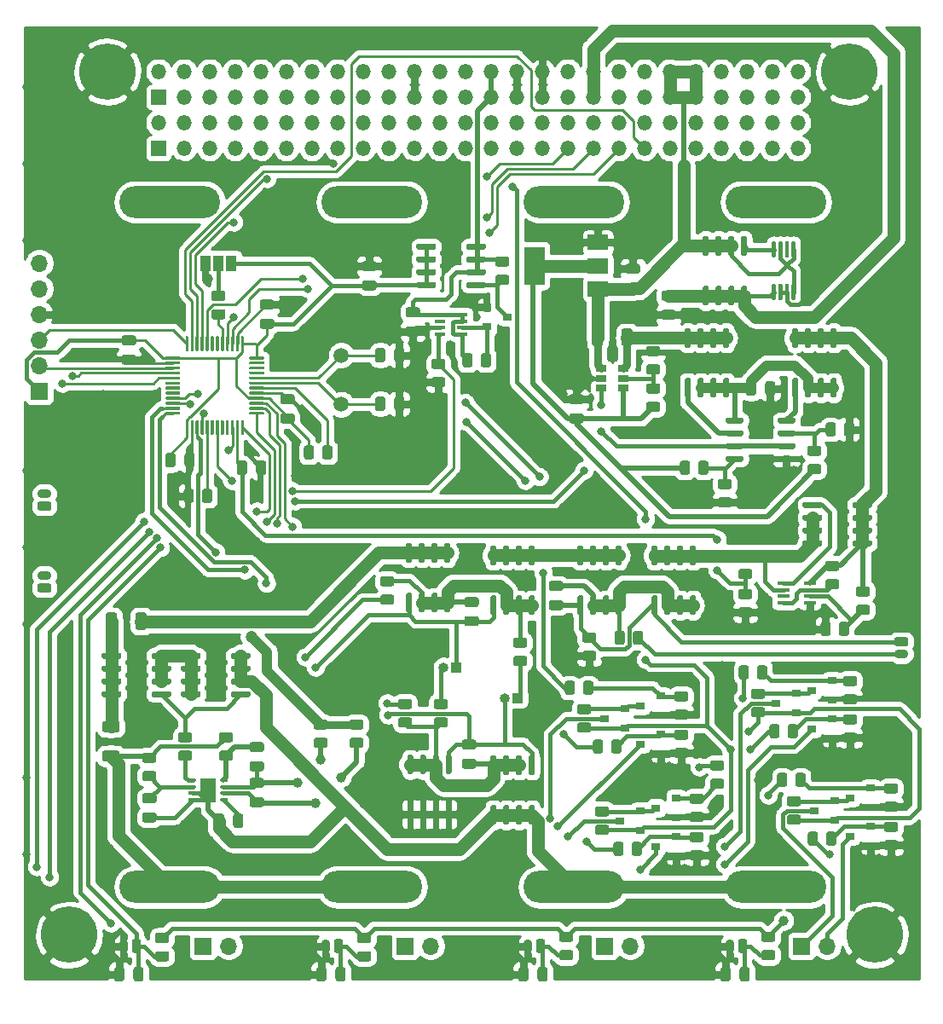
<source format=gbr>
%TF.GenerationSoftware,KiCad,Pcbnew,(5.1.9)-1*%
%TF.CreationDate,2022-01-29T17:26:47-05:00*%
%TF.ProjectId,BatteryMaster,42617474-6572-4794-9d61-737465722e6b,rev?*%
%TF.SameCoordinates,Original*%
%TF.FileFunction,Copper,L2,Bot*%
%TF.FilePolarity,Positive*%
%FSLAX46Y46*%
G04 Gerber Fmt 4.6, Leading zero omitted, Abs format (unit mm)*
G04 Created by KiCad (PCBNEW (5.1.9)-1) date 2022-01-29 17:26:47*
%MOMM*%
%LPD*%
G01*
G04 APERTURE LIST*
%TA.AperFunction,ComponentPad*%
%ADD10O,10.000000X3.200000*%
%TD*%
%TA.AperFunction,ComponentPad*%
%ADD11O,0.900000X1.400000*%
%TD*%
%TA.AperFunction,ComponentPad*%
%ADD12O,1.700000X1.700000*%
%TD*%
%TA.AperFunction,ComponentPad*%
%ADD13R,1.700000X1.700000*%
%TD*%
%TA.AperFunction,SMDPad,CuDef*%
%ADD14R,1.000000X1.500000*%
%TD*%
%TA.AperFunction,ComponentPad*%
%ADD15O,1.500000X1.500000*%
%TD*%
%TA.AperFunction,ComponentPad*%
%ADD16R,1.500000X1.500000*%
%TD*%
%TA.AperFunction,SMDPad,CuDef*%
%ADD17R,0.900000X0.800000*%
%TD*%
%TA.AperFunction,SMDPad,CuDef*%
%ADD18R,1.060000X0.650000*%
%TD*%
%TA.AperFunction,SMDPad,CuDef*%
%ADD19R,2.000000X1.500000*%
%TD*%
%TA.AperFunction,SMDPad,CuDef*%
%ADD20R,2.000000X3.800000*%
%TD*%
%TA.AperFunction,ComponentPad*%
%ADD21O,1.400000X0.900000*%
%TD*%
%TA.AperFunction,ComponentPad*%
%ADD22O,1.000000X1.000000*%
%TD*%
%TA.AperFunction,ComponentPad*%
%ADD23R,1.000000X1.000000*%
%TD*%
%TA.AperFunction,ComponentPad*%
%ADD24C,1.500000*%
%TD*%
%TA.AperFunction,SMDPad,CuDef*%
%ADD25O,0.650000X0.400000*%
%TD*%
%TA.AperFunction,SMDPad,CuDef*%
%ADD26R,0.300000X0.400000*%
%TD*%
%TA.AperFunction,SMDPad,CuDef*%
%ADD27R,1.650000X2.400000*%
%TD*%
%TA.AperFunction,SMDPad,CuDef*%
%ADD28R,0.650000X1.000000*%
%TD*%
%TA.AperFunction,ComponentPad*%
%ADD29C,0.600000*%
%TD*%
%TA.AperFunction,SMDPad,CuDef*%
%ADD30R,1.220000X0.400000*%
%TD*%
%TA.AperFunction,SMDPad,CuDef*%
%ADD31R,1.060000X0.400000*%
%TD*%
%TA.AperFunction,ConnectorPad*%
%ADD32C,5.600000*%
%TD*%
%TA.AperFunction,ComponentPad*%
%ADD33C,3.600000*%
%TD*%
%TA.AperFunction,ViaPad*%
%ADD34C,1.200000*%
%TD*%
%TA.AperFunction,ViaPad*%
%ADD35C,0.800000*%
%TD*%
%TA.AperFunction,ViaPad*%
%ADD36C,1.000000*%
%TD*%
%TA.AperFunction,Conductor*%
%ADD37C,0.762000*%
%TD*%
%TA.AperFunction,Conductor*%
%ADD38C,1.016000*%
%TD*%
%TA.AperFunction,Conductor*%
%ADD39C,1.270000*%
%TD*%
%TA.AperFunction,Conductor*%
%ADD40C,0.508000*%
%TD*%
%TA.AperFunction,Conductor*%
%ADD41C,0.381000*%
%TD*%
%TA.AperFunction,Conductor*%
%ADD42C,0.254000*%
%TD*%
%TA.AperFunction,Conductor*%
%ADD43C,0.100000*%
%TD*%
G04 APERTURE END LIST*
D10*
%TO.P,BT1,2*%
%TO.N,Net-(BT1-Pad2)*%
X121920000Y-70902000D03*
%TO.P,BT1,1*%
%TO.N,Net-(BT1-Pad1)*%
X121920000Y-138902000D03*
%TD*%
D11*
%TO.P,TH4,2*%
%TO.N,GND*%
X117368000Y-144780000D03*
%TO.P,TH4,1*%
%TO.N,/TBAT1*%
%TA.AperFunction,ComponentPad*%
G36*
G01*
X119068000Y-144305000D02*
X119068000Y-145255000D01*
G75*
G02*
X118843000Y-145480000I-225000J0D01*
G01*
X118393000Y-145480000D01*
G75*
G02*
X118168000Y-145255000I0J225000D01*
G01*
X118168000Y-144305000D01*
G75*
G02*
X118393000Y-144080000I225000J0D01*
G01*
X118843000Y-144080000D01*
G75*
G02*
X119068000Y-144305000I0J-225000D01*
G01*
G37*
%TD.AperFunction*%
%TD*%
%TO.P,TH3,2*%
%TO.N,GND*%
X177566000Y-144780000D03*
%TO.P,TH3,1*%
%TO.N,/TBAT4*%
%TA.AperFunction,ComponentPad*%
G36*
G01*
X179266000Y-144305000D02*
X179266000Y-145255000D01*
G75*
G02*
X179041000Y-145480000I-225000J0D01*
G01*
X178591000Y-145480000D01*
G75*
G02*
X178366000Y-145255000I0J225000D01*
G01*
X178366000Y-144305000D01*
G75*
G02*
X178591000Y-144080000I225000J0D01*
G01*
X179041000Y-144080000D01*
G75*
G02*
X179266000Y-144305000I0J-225000D01*
G01*
G37*
%TD.AperFunction*%
%TD*%
%TO.P,TH2,2*%
%TO.N,GND*%
X157500000Y-144780000D03*
%TO.P,TH2,1*%
%TO.N,/TBAT3*%
%TA.AperFunction,ComponentPad*%
G36*
G01*
X159200000Y-144305000D02*
X159200000Y-145255000D01*
G75*
G02*
X158975000Y-145480000I-225000J0D01*
G01*
X158525000Y-145480000D01*
G75*
G02*
X158300000Y-145255000I0J225000D01*
G01*
X158300000Y-144305000D01*
G75*
G02*
X158525000Y-144080000I225000J0D01*
G01*
X158975000Y-144080000D01*
G75*
G02*
X159200000Y-144305000I0J-225000D01*
G01*
G37*
%TD.AperFunction*%
%TD*%
%TO.P,TH1,2*%
%TO.N,GND*%
X137434000Y-144780000D03*
%TO.P,TH1,1*%
%TO.N,/TBAT2*%
%TA.AperFunction,ComponentPad*%
G36*
G01*
X139134000Y-144305000D02*
X139134000Y-145255000D01*
G75*
G02*
X138909000Y-145480000I-225000J0D01*
G01*
X138459000Y-145480000D01*
G75*
G02*
X138234000Y-145255000I0J225000D01*
G01*
X138234000Y-144305000D01*
G75*
G02*
X138459000Y-144080000I225000J0D01*
G01*
X138909000Y-144080000D01*
G75*
G02*
X139134000Y-144305000I0J-225000D01*
G01*
G37*
%TD.AperFunction*%
%TD*%
%TO.P,Q26,8*%
%TO.N,Net-(Q1-Pad1)*%
%TA.AperFunction,SMDPad,CuDef*%
G36*
G01*
X124992000Y-115801000D02*
X124992000Y-116101000D01*
G75*
G02*
X124842000Y-116251000I-150000J0D01*
G01*
X123192000Y-116251000D01*
G75*
G02*
X123042000Y-116101000I0J150000D01*
G01*
X123042000Y-115801000D01*
G75*
G02*
X123192000Y-115651000I150000J0D01*
G01*
X124842000Y-115651000D01*
G75*
G02*
X124992000Y-115801000I0J-150000D01*
G01*
G37*
%TD.AperFunction*%
%TO.P,Q26,7*%
%TA.AperFunction,SMDPad,CuDef*%
G36*
G01*
X124992000Y-117071000D02*
X124992000Y-117371000D01*
G75*
G02*
X124842000Y-117521000I-150000J0D01*
G01*
X123192000Y-117521000D01*
G75*
G02*
X123042000Y-117371000I0J150000D01*
G01*
X123042000Y-117071000D01*
G75*
G02*
X123192000Y-116921000I150000J0D01*
G01*
X124842000Y-116921000D01*
G75*
G02*
X124992000Y-117071000I0J-150000D01*
G01*
G37*
%TD.AperFunction*%
%TO.P,Q26,6*%
%TA.AperFunction,SMDPad,CuDef*%
G36*
G01*
X124992000Y-118341000D02*
X124992000Y-118641000D01*
G75*
G02*
X124842000Y-118791000I-150000J0D01*
G01*
X123192000Y-118791000D01*
G75*
G02*
X123042000Y-118641000I0J150000D01*
G01*
X123042000Y-118341000D01*
G75*
G02*
X123192000Y-118191000I150000J0D01*
G01*
X124842000Y-118191000D01*
G75*
G02*
X124992000Y-118341000I0J-150000D01*
G01*
G37*
%TD.AperFunction*%
%TO.P,Q26,5*%
%TA.AperFunction,SMDPad,CuDef*%
G36*
G01*
X124992000Y-119611000D02*
X124992000Y-119911000D01*
G75*
G02*
X124842000Y-120061000I-150000J0D01*
G01*
X123192000Y-120061000D01*
G75*
G02*
X123042000Y-119911000I0J150000D01*
G01*
X123042000Y-119611000D01*
G75*
G02*
X123192000Y-119461000I150000J0D01*
G01*
X124842000Y-119461000D01*
G75*
G02*
X124992000Y-119611000I0J-150000D01*
G01*
G37*
%TD.AperFunction*%
%TO.P,Q26,4*%
%TO.N,Net-(Q1-Pad4)*%
%TA.AperFunction,SMDPad,CuDef*%
G36*
G01*
X129942000Y-119611000D02*
X129942000Y-119911000D01*
G75*
G02*
X129792000Y-120061000I-150000J0D01*
G01*
X128142000Y-120061000D01*
G75*
G02*
X127992000Y-119911000I0J150000D01*
G01*
X127992000Y-119611000D01*
G75*
G02*
X128142000Y-119461000I150000J0D01*
G01*
X129792000Y-119461000D01*
G75*
G02*
X129942000Y-119611000I0J-150000D01*
G01*
G37*
%TD.AperFunction*%
%TO.P,Q26,3*%
%TO.N,-BATT*%
%TA.AperFunction,SMDPad,CuDef*%
G36*
G01*
X129942000Y-118341000D02*
X129942000Y-118641000D01*
G75*
G02*
X129792000Y-118791000I-150000J0D01*
G01*
X128142000Y-118791000D01*
G75*
G02*
X127992000Y-118641000I0J150000D01*
G01*
X127992000Y-118341000D01*
G75*
G02*
X128142000Y-118191000I150000J0D01*
G01*
X129792000Y-118191000D01*
G75*
G02*
X129942000Y-118341000I0J-150000D01*
G01*
G37*
%TD.AperFunction*%
%TO.P,Q26,2*%
%TA.AperFunction,SMDPad,CuDef*%
G36*
G01*
X129942000Y-117071000D02*
X129942000Y-117371000D01*
G75*
G02*
X129792000Y-117521000I-150000J0D01*
G01*
X128142000Y-117521000D01*
G75*
G02*
X127992000Y-117371000I0J150000D01*
G01*
X127992000Y-117071000D01*
G75*
G02*
X128142000Y-116921000I150000J0D01*
G01*
X129792000Y-116921000D01*
G75*
G02*
X129942000Y-117071000I0J-150000D01*
G01*
G37*
%TD.AperFunction*%
%TO.P,Q26,1*%
%TA.AperFunction,SMDPad,CuDef*%
G36*
G01*
X129942000Y-115801000D02*
X129942000Y-116101000D01*
G75*
G02*
X129792000Y-116251000I-150000J0D01*
G01*
X128142000Y-116251000D01*
G75*
G02*
X127992000Y-116101000I0J150000D01*
G01*
X127992000Y-115801000D01*
G75*
G02*
X128142000Y-115651000I150000J0D01*
G01*
X129792000Y-115651000D01*
G75*
G02*
X129942000Y-115801000I0J-150000D01*
G01*
G37*
%TD.AperFunction*%
%TD*%
D12*
%TO.P,J1,6*%
%TO.N,/D+*%
X108966000Y-76962000D03*
%TO.P,J1,5*%
%TO.N,/D-*%
X108966000Y-79502000D03*
%TO.P,J1,4*%
%TO.N,GND*%
X108966000Y-82042000D03*
%TO.P,J1,3*%
%TO.N,/SWDCLK*%
X108966000Y-84582000D03*
%TO.P,J1,2*%
%TO.N,/SWDIO*%
X108966000Y-87122000D03*
D13*
%TO.P,J1,1*%
%TO.N,VDD*%
X108966000Y-89662000D03*
%TD*%
D14*
%TO.P,JP1,1*%
%TO.N,GND*%
X125446000Y-76962000D03*
%TO.P,JP1,2*%
%TO.N,Net-(JP1-Pad2)*%
X126746000Y-76962000D03*
%TO.P,JP1,3*%
%TO.N,VDD*%
X128046000Y-76962000D03*
%TD*%
%TO.P,U5,8*%
%TO.N,PCM_IN*%
%TA.AperFunction,SMDPad,CuDef*%
G36*
G01*
X181805000Y-79024000D02*
X182005000Y-79024000D01*
G75*
G02*
X182105000Y-79124000I0J-100000D01*
G01*
X182105000Y-80549000D01*
G75*
G02*
X182005000Y-80649000I-100000J0D01*
G01*
X181805000Y-80649000D01*
G75*
G02*
X181705000Y-80549000I0J100000D01*
G01*
X181705000Y-79124000D01*
G75*
G02*
X181805000Y-79024000I100000J0D01*
G01*
G37*
%TD.AperFunction*%
%TO.P,U5,7*%
%TO.N,GND*%
%TA.AperFunction,SMDPad,CuDef*%
G36*
G01*
X182455000Y-79024000D02*
X182655000Y-79024000D01*
G75*
G02*
X182755000Y-79124000I0J-100000D01*
G01*
X182755000Y-80549000D01*
G75*
G02*
X182655000Y-80649000I-100000J0D01*
G01*
X182455000Y-80649000D01*
G75*
G02*
X182355000Y-80549000I0J100000D01*
G01*
X182355000Y-79124000D01*
G75*
G02*
X182455000Y-79024000I100000J0D01*
G01*
G37*
%TD.AperFunction*%
%TO.P,U5,6*%
%TA.AperFunction,SMDPad,CuDef*%
G36*
G01*
X183105000Y-79024000D02*
X183305000Y-79024000D01*
G75*
G02*
X183405000Y-79124000I0J-100000D01*
G01*
X183405000Y-80549000D01*
G75*
G02*
X183305000Y-80649000I-100000J0D01*
G01*
X183105000Y-80649000D01*
G75*
G02*
X183005000Y-80549000I0J100000D01*
G01*
X183005000Y-79124000D01*
G75*
G02*
X183105000Y-79024000I100000J0D01*
G01*
G37*
%TD.AperFunction*%
%TO.P,U5,5*%
%TO.N,BCR_OUT*%
%TA.AperFunction,SMDPad,CuDef*%
G36*
G01*
X183755000Y-79024000D02*
X183955000Y-79024000D01*
G75*
G02*
X184055000Y-79124000I0J-100000D01*
G01*
X184055000Y-80549000D01*
G75*
G02*
X183955000Y-80649000I-100000J0D01*
G01*
X183755000Y-80649000D01*
G75*
G02*
X183655000Y-80549000I0J100000D01*
G01*
X183655000Y-79124000D01*
G75*
G02*
X183755000Y-79024000I100000J0D01*
G01*
G37*
%TD.AperFunction*%
%TO.P,U5,4*%
%TA.AperFunction,SMDPad,CuDef*%
G36*
G01*
X183755000Y-74799000D02*
X183955000Y-74799000D01*
G75*
G02*
X184055000Y-74899000I0J-100000D01*
G01*
X184055000Y-76324000D01*
G75*
G02*
X183955000Y-76424000I-100000J0D01*
G01*
X183755000Y-76424000D01*
G75*
G02*
X183655000Y-76324000I0J100000D01*
G01*
X183655000Y-74899000D01*
G75*
G02*
X183755000Y-74799000I100000J0D01*
G01*
G37*
%TD.AperFunction*%
%TO.P,U5,3*%
%TO.N,N/C*%
%TA.AperFunction,SMDPad,CuDef*%
G36*
G01*
X183105000Y-74799000D02*
X183305000Y-74799000D01*
G75*
G02*
X183405000Y-74899000I0J-100000D01*
G01*
X183405000Y-76324000D01*
G75*
G02*
X183305000Y-76424000I-100000J0D01*
G01*
X183105000Y-76424000D01*
G75*
G02*
X183005000Y-76324000I0J100000D01*
G01*
X183005000Y-74899000D01*
G75*
G02*
X183105000Y-74799000I100000J0D01*
G01*
G37*
%TD.AperFunction*%
%TO.P,U5,2*%
%TO.N,BCR_OUT*%
%TA.AperFunction,SMDPad,CuDef*%
G36*
G01*
X182455000Y-74799000D02*
X182655000Y-74799000D01*
G75*
G02*
X182755000Y-74899000I0J-100000D01*
G01*
X182755000Y-76324000D01*
G75*
G02*
X182655000Y-76424000I-100000J0D01*
G01*
X182455000Y-76424000D01*
G75*
G02*
X182355000Y-76324000I0J100000D01*
G01*
X182355000Y-74899000D01*
G75*
G02*
X182455000Y-74799000I100000J0D01*
G01*
G37*
%TD.AperFunction*%
%TO.P,U5,1*%
%TO.N,Net-(Q4-Pad4)*%
%TA.AperFunction,SMDPad,CuDef*%
G36*
G01*
X181805000Y-74799000D02*
X182005000Y-74799000D01*
G75*
G02*
X182105000Y-74899000I0J-100000D01*
G01*
X182105000Y-76324000D01*
G75*
G02*
X182005000Y-76424000I-100000J0D01*
G01*
X181805000Y-76424000D01*
G75*
G02*
X181705000Y-76324000I0J100000D01*
G01*
X181705000Y-74899000D01*
G75*
G02*
X181805000Y-74799000I100000J0D01*
G01*
G37*
%TD.AperFunction*%
%TD*%
%TO.P,U4,8*%
%TO.N,Net-(C7-Pad1)*%
%TA.AperFunction,SMDPad,CuDef*%
G36*
G01*
X178894000Y-92433000D02*
X178894000Y-92733000D01*
G75*
G02*
X178744000Y-92883000I-150000J0D01*
G01*
X177294000Y-92883000D01*
G75*
G02*
X177144000Y-92733000I0J150000D01*
G01*
X177144000Y-92433000D01*
G75*
G02*
X177294000Y-92283000I150000J0D01*
G01*
X178744000Y-92283000D01*
G75*
G02*
X178894000Y-92433000I0J-150000D01*
G01*
G37*
%TD.AperFunction*%
%TO.P,U4,7*%
%TO.N,Net-(Q2-Pad4)*%
%TA.AperFunction,SMDPad,CuDef*%
G36*
G01*
X178894000Y-93703000D02*
X178894000Y-94003000D01*
G75*
G02*
X178744000Y-94153000I-150000J0D01*
G01*
X177294000Y-94153000D01*
G75*
G02*
X177144000Y-94003000I0J150000D01*
G01*
X177144000Y-93703000D01*
G75*
G02*
X177294000Y-93553000I150000J0D01*
G01*
X178744000Y-93553000D01*
G75*
G02*
X178894000Y-93703000I0J-150000D01*
G01*
G37*
%TD.AperFunction*%
%TO.P,U4,6*%
%TO.N,/TELEM_IBAT*%
%TA.AperFunction,SMDPad,CuDef*%
G36*
G01*
X178894000Y-94973000D02*
X178894000Y-95273000D01*
G75*
G02*
X178744000Y-95423000I-150000J0D01*
G01*
X177294000Y-95423000D01*
G75*
G02*
X177144000Y-95273000I0J150000D01*
G01*
X177144000Y-94973000D01*
G75*
G02*
X177294000Y-94823000I150000J0D01*
G01*
X178744000Y-94823000D01*
G75*
G02*
X178894000Y-94973000I0J-150000D01*
G01*
G37*
%TD.AperFunction*%
%TO.P,U4,5*%
%TO.N,Net-(R11-Pad2)*%
%TA.AperFunction,SMDPad,CuDef*%
G36*
G01*
X178894000Y-96243000D02*
X178894000Y-96543000D01*
G75*
G02*
X178744000Y-96693000I-150000J0D01*
G01*
X177294000Y-96693000D01*
G75*
G02*
X177144000Y-96543000I0J150000D01*
G01*
X177144000Y-96243000D01*
G75*
G02*
X177294000Y-96093000I150000J0D01*
G01*
X178744000Y-96093000D01*
G75*
G02*
X178894000Y-96243000I0J-150000D01*
G01*
G37*
%TD.AperFunction*%
%TO.P,U4,4*%
%TO.N,GND*%
%TA.AperFunction,SMDPad,CuDef*%
G36*
G01*
X184044000Y-96243000D02*
X184044000Y-96543000D01*
G75*
G02*
X183894000Y-96693000I-150000J0D01*
G01*
X182444000Y-96693000D01*
G75*
G02*
X182294000Y-96543000I0J150000D01*
G01*
X182294000Y-96243000D01*
G75*
G02*
X182444000Y-96093000I150000J0D01*
G01*
X183894000Y-96093000D01*
G75*
G02*
X184044000Y-96243000I0J-150000D01*
G01*
G37*
%TD.AperFunction*%
%TO.P,U4,3*%
%TO.N,/TELEM_IBAT*%
%TA.AperFunction,SMDPad,CuDef*%
G36*
G01*
X184044000Y-94973000D02*
X184044000Y-95273000D01*
G75*
G02*
X183894000Y-95423000I-150000J0D01*
G01*
X182444000Y-95423000D01*
G75*
G02*
X182294000Y-95273000I0J150000D01*
G01*
X182294000Y-94973000D01*
G75*
G02*
X182444000Y-94823000I150000J0D01*
G01*
X183894000Y-94823000D01*
G75*
G02*
X184044000Y-94973000I0J-150000D01*
G01*
G37*
%TD.AperFunction*%
%TO.P,U4,2*%
%TO.N,Net-(R6-Pad2)*%
%TA.AperFunction,SMDPad,CuDef*%
G36*
G01*
X184044000Y-93703000D02*
X184044000Y-94003000D01*
G75*
G02*
X183894000Y-94153000I-150000J0D01*
G01*
X182444000Y-94153000D01*
G75*
G02*
X182294000Y-94003000I0J150000D01*
G01*
X182294000Y-93703000D01*
G75*
G02*
X182444000Y-93553000I150000J0D01*
G01*
X183894000Y-93553000D01*
G75*
G02*
X184044000Y-93703000I0J-150000D01*
G01*
G37*
%TD.AperFunction*%
%TO.P,U4,1*%
%TO.N,Net-(Q3-Pad4)*%
%TA.AperFunction,SMDPad,CuDef*%
G36*
G01*
X184044000Y-92433000D02*
X184044000Y-92733000D01*
G75*
G02*
X183894000Y-92883000I-150000J0D01*
G01*
X182444000Y-92883000D01*
G75*
G02*
X182294000Y-92733000I0J150000D01*
G01*
X182294000Y-92433000D01*
G75*
G02*
X182444000Y-92283000I150000J0D01*
G01*
X183894000Y-92283000D01*
G75*
G02*
X184044000Y-92433000I0J-150000D01*
G01*
G37*
%TD.AperFunction*%
%TD*%
%TO.P,Q4,8*%
%TO.N,PCM_IN*%
%TA.AperFunction,SMDPad,CuDef*%
G36*
G01*
X174983000Y-79224000D02*
X175283000Y-79224000D01*
G75*
G02*
X175433000Y-79374000I0J-150000D01*
G01*
X175433000Y-81024000D01*
G75*
G02*
X175283000Y-81174000I-150000J0D01*
G01*
X174983000Y-81174000D01*
G75*
G02*
X174833000Y-81024000I0J150000D01*
G01*
X174833000Y-79374000D01*
G75*
G02*
X174983000Y-79224000I150000J0D01*
G01*
G37*
%TD.AperFunction*%
%TO.P,Q4,7*%
%TA.AperFunction,SMDPad,CuDef*%
G36*
G01*
X176253000Y-79224000D02*
X176553000Y-79224000D01*
G75*
G02*
X176703000Y-79374000I0J-150000D01*
G01*
X176703000Y-81024000D01*
G75*
G02*
X176553000Y-81174000I-150000J0D01*
G01*
X176253000Y-81174000D01*
G75*
G02*
X176103000Y-81024000I0J150000D01*
G01*
X176103000Y-79374000D01*
G75*
G02*
X176253000Y-79224000I150000J0D01*
G01*
G37*
%TD.AperFunction*%
%TO.P,Q4,6*%
%TA.AperFunction,SMDPad,CuDef*%
G36*
G01*
X177523000Y-79224000D02*
X177823000Y-79224000D01*
G75*
G02*
X177973000Y-79374000I0J-150000D01*
G01*
X177973000Y-81024000D01*
G75*
G02*
X177823000Y-81174000I-150000J0D01*
G01*
X177523000Y-81174000D01*
G75*
G02*
X177373000Y-81024000I0J150000D01*
G01*
X177373000Y-79374000D01*
G75*
G02*
X177523000Y-79224000I150000J0D01*
G01*
G37*
%TD.AperFunction*%
%TO.P,Q4,5*%
%TA.AperFunction,SMDPad,CuDef*%
G36*
G01*
X178793000Y-79224000D02*
X179093000Y-79224000D01*
G75*
G02*
X179243000Y-79374000I0J-150000D01*
G01*
X179243000Y-81024000D01*
G75*
G02*
X179093000Y-81174000I-150000J0D01*
G01*
X178793000Y-81174000D01*
G75*
G02*
X178643000Y-81024000I0J150000D01*
G01*
X178643000Y-79374000D01*
G75*
G02*
X178793000Y-79224000I150000J0D01*
G01*
G37*
%TD.AperFunction*%
%TO.P,Q4,4*%
%TO.N,Net-(Q4-Pad4)*%
%TA.AperFunction,SMDPad,CuDef*%
G36*
G01*
X178793000Y-74274000D02*
X179093000Y-74274000D01*
G75*
G02*
X179243000Y-74424000I0J-150000D01*
G01*
X179243000Y-76074000D01*
G75*
G02*
X179093000Y-76224000I-150000J0D01*
G01*
X178793000Y-76224000D01*
G75*
G02*
X178643000Y-76074000I0J150000D01*
G01*
X178643000Y-74424000D01*
G75*
G02*
X178793000Y-74274000I150000J0D01*
G01*
G37*
%TD.AperFunction*%
%TO.P,Q4,3*%
%TO.N,BCR_OUT*%
%TA.AperFunction,SMDPad,CuDef*%
G36*
G01*
X177523000Y-74274000D02*
X177823000Y-74274000D01*
G75*
G02*
X177973000Y-74424000I0J-150000D01*
G01*
X177973000Y-76074000D01*
G75*
G02*
X177823000Y-76224000I-150000J0D01*
G01*
X177523000Y-76224000D01*
G75*
G02*
X177373000Y-76074000I0J150000D01*
G01*
X177373000Y-74424000D01*
G75*
G02*
X177523000Y-74274000I150000J0D01*
G01*
G37*
%TD.AperFunction*%
%TO.P,Q4,2*%
%TA.AperFunction,SMDPad,CuDef*%
G36*
G01*
X176253000Y-74274000D02*
X176553000Y-74274000D01*
G75*
G02*
X176703000Y-74424000I0J-150000D01*
G01*
X176703000Y-76074000D01*
G75*
G02*
X176553000Y-76224000I-150000J0D01*
G01*
X176253000Y-76224000D01*
G75*
G02*
X176103000Y-76074000I0J150000D01*
G01*
X176103000Y-74424000D01*
G75*
G02*
X176253000Y-74274000I150000J0D01*
G01*
G37*
%TD.AperFunction*%
%TO.P,Q4,1*%
%TA.AperFunction,SMDPad,CuDef*%
G36*
G01*
X174983000Y-74274000D02*
X175283000Y-74274000D01*
G75*
G02*
X175433000Y-74424000I0J-150000D01*
G01*
X175433000Y-76074000D01*
G75*
G02*
X175283000Y-76224000I-150000J0D01*
G01*
X174983000Y-76224000D01*
G75*
G02*
X174833000Y-76074000I0J150000D01*
G01*
X174833000Y-74424000D01*
G75*
G02*
X174983000Y-74274000I150000J0D01*
G01*
G37*
%TD.AperFunction*%
%TD*%
%TO.P,C9,2*%
%TO.N,GND*%
%TA.AperFunction,SMDPad,CuDef*%
G36*
G01*
X170975000Y-81598000D02*
X171925000Y-81598000D01*
G75*
G02*
X172175000Y-81848000I0J-250000D01*
G01*
X172175000Y-82348000D01*
G75*
G02*
X171925000Y-82598000I-250000J0D01*
G01*
X170975000Y-82598000D01*
G75*
G02*
X170725000Y-82348000I0J250000D01*
G01*
X170725000Y-81848000D01*
G75*
G02*
X170975000Y-81598000I250000J0D01*
G01*
G37*
%TD.AperFunction*%
%TO.P,C9,1*%
%TO.N,PCM_IN*%
%TA.AperFunction,SMDPad,CuDef*%
G36*
G01*
X170975000Y-79698000D02*
X171925000Y-79698000D01*
G75*
G02*
X172175000Y-79948000I0J-250000D01*
G01*
X172175000Y-80448000D01*
G75*
G02*
X171925000Y-80698000I-250000J0D01*
G01*
X170975000Y-80698000D01*
G75*
G02*
X170725000Y-80448000I0J250000D01*
G01*
X170725000Y-79948000D01*
G75*
G02*
X170975000Y-79698000I250000J0D01*
G01*
G37*
%TD.AperFunction*%
%TD*%
D15*
%TO.P,H1,52*%
%TO.N,N/C*%
X184306000Y-57939000D03*
%TO.P,H1,51*%
X184306000Y-60479000D03*
%TO.P,H1,50*%
X181766000Y-57939000D03*
%TO.P,H1,49*%
X181766000Y-60479000D03*
%TO.P,H1,48*%
X179226000Y-57939000D03*
%TO.P,H1,47*%
X179226000Y-60479000D03*
%TO.P,H1,46*%
%TO.N,+BATT*%
X176686000Y-57939000D03*
%TO.P,H1,45*%
X176686000Y-60479000D03*
%TO.P,H1,44*%
%TO.N,BCR_OUT*%
X174146000Y-57939000D03*
%TO.P,H1,43*%
X174146000Y-60479000D03*
%TO.P,H1,42*%
X171606000Y-57939000D03*
%TO.P,H1,41*%
X171606000Y-60479000D03*
%TO.P,H1,40*%
%TO.N,N/C*%
X169066000Y-57939000D03*
%TO.P,H1,39*%
X169066000Y-60479000D03*
%TO.P,H1,38*%
X166526000Y-57939000D03*
%TO.P,H1,37*%
X166526000Y-60479000D03*
%TO.P,H1,36*%
%TO.N,PCM_IN*%
X163986000Y-57939000D03*
%TO.P,H1,35*%
X163986000Y-60479000D03*
%TO.P,H1,34*%
%TO.N,N/C*%
X161446000Y-57939000D03*
%TO.P,H1,33*%
X161446000Y-60479000D03*
%TO.P,H1,32*%
%TO.N,GND*%
X158906000Y-57939000D03*
%TO.P,H1,31*%
X158906000Y-60479000D03*
%TO.P,H1,30*%
X156366000Y-57939000D03*
%TO.P,H1,29*%
X156366000Y-60479000D03*
%TO.P,H1,28*%
%TO.N,+3V3*%
X153826000Y-57939000D03*
%TO.P,H1,27*%
X153826000Y-60479000D03*
%TO.P,H1,26*%
%TO.N,+5V*%
X151286000Y-57939000D03*
%TO.P,H1,25*%
X151286000Y-60479000D03*
%TO.P,H1,24*%
%TO.N,N/C*%
X148746000Y-57939000D03*
%TO.P,H1,23*%
X148746000Y-60479000D03*
%TO.P,H1,22*%
%TO.N,GND*%
X146206000Y-57939000D03*
%TO.P,H1,21*%
X146206000Y-60479000D03*
%TO.P,H1,20*%
%TO.N,N/C*%
X143666000Y-57939000D03*
%TO.P,H1,19*%
X143666000Y-60479000D03*
%TO.P,H1,18*%
X141126000Y-57939000D03*
%TO.P,H1,17*%
X141126000Y-60479000D03*
%TO.P,H1,16*%
X138586000Y-57939000D03*
%TO.P,H1,15*%
X138586000Y-60479000D03*
%TO.P,H1,14*%
X136046000Y-57939000D03*
%TO.P,H1,13*%
X136046000Y-60479000D03*
%TO.P,H1,12*%
X133506000Y-57939000D03*
%TO.P,H1,11*%
X133506000Y-60479000D03*
%TO.P,H1,10*%
X130966000Y-57939000D03*
%TO.P,H1,9*%
X130966000Y-60479000D03*
%TO.P,H1,8*%
X128426000Y-57939000D03*
%TO.P,H1,7*%
X128426000Y-60479000D03*
%TO.P,H1,6*%
X125886000Y-57939000D03*
%TO.P,H1,5*%
X125886000Y-60479000D03*
%TO.P,H1,4*%
X123346000Y-57939000D03*
%TO.P,H1,3*%
X123346000Y-60479000D03*
%TO.P,H1,2*%
X120806000Y-57939000D03*
D16*
%TO.P,H1,1*%
X120806000Y-60479000D03*
%TD*%
D15*
%TO.P,H2,52*%
%TO.N,N/C*%
X184306000Y-63019000D03*
%TO.P,H2,51*%
X184306000Y-65559000D03*
%TO.P,H2,50*%
X181766000Y-63019000D03*
%TO.P,H2,49*%
X181766000Y-65559000D03*
%TO.P,H2,48*%
X179226000Y-63019000D03*
%TO.P,H2,47*%
X179226000Y-65559000D03*
%TO.P,H2,46*%
X176686000Y-63019000D03*
%TO.P,H2,45*%
X176686000Y-65559000D03*
%TO.P,H2,44*%
X174146000Y-63019000D03*
%TO.P,H2,43*%
X174146000Y-65559000D03*
%TO.P,H2,42*%
X171606000Y-63019000D03*
%TO.P,H2,41*%
X171606000Y-65559000D03*
%TO.P,H2,40*%
X169066000Y-63019000D03*
%TO.P,H2,39*%
%TO.N,/SS*%
X169066000Y-65559000D03*
%TO.P,H2,38*%
%TO.N,N/C*%
X166526000Y-63019000D03*
%TO.P,H2,37*%
%TO.N,/MOSI*%
X166526000Y-65559000D03*
%TO.P,H2,36*%
%TO.N,N/C*%
X163986000Y-63019000D03*
%TO.P,H2,35*%
%TO.N,/MISO*%
X163986000Y-65559000D03*
%TO.P,H2,34*%
%TO.N,N/C*%
X161446000Y-63019000D03*
%TO.P,H2,33*%
%TO.N,/SCK*%
X161446000Y-65559000D03*
%TO.P,H2,32*%
%TO.N,N/C*%
X158906000Y-63019000D03*
%TO.P,H2,31*%
X158906000Y-65559000D03*
%TO.P,H2,30*%
X156366000Y-63019000D03*
%TO.P,H2,29*%
X156366000Y-65559000D03*
%TO.P,H2,28*%
X153826000Y-63019000D03*
%TO.P,H2,27*%
X153826000Y-65559000D03*
%TO.P,H2,26*%
X151286000Y-63019000D03*
%TO.P,H2,25*%
X151286000Y-65559000D03*
%TO.P,H2,24*%
X148746000Y-63019000D03*
%TO.P,H2,23*%
X148746000Y-65559000D03*
%TO.P,H2,22*%
X146206000Y-63019000D03*
%TO.P,H2,21*%
X146206000Y-65559000D03*
%TO.P,H2,20*%
X143666000Y-63019000D03*
%TO.P,H2,19*%
X143666000Y-65559000D03*
%TO.P,H2,18*%
X141126000Y-63019000D03*
%TO.P,H2,17*%
X141126000Y-65559000D03*
%TO.P,H2,16*%
X138586000Y-63019000D03*
%TO.P,H2,15*%
X138586000Y-65559000D03*
%TO.P,H2,14*%
X136046000Y-63019000D03*
%TO.P,H2,13*%
X136046000Y-65559000D03*
%TO.P,H2,12*%
X133506000Y-63019000D03*
%TO.P,H2,11*%
X133506000Y-65559000D03*
%TO.P,H2,10*%
X130966000Y-63019000D03*
%TO.P,H2,9*%
X130966000Y-65559000D03*
%TO.P,H2,8*%
X128426000Y-63019000D03*
%TO.P,H2,7*%
X128426000Y-65559000D03*
%TO.P,H2,6*%
X125886000Y-63019000D03*
%TO.P,H2,5*%
X125886000Y-65559000D03*
%TO.P,H2,4*%
X123346000Y-63019000D03*
%TO.P,H2,3*%
X123346000Y-65559000D03*
%TO.P,H2,2*%
X120806000Y-63019000D03*
D16*
%TO.P,H2,1*%
X120806000Y-65559000D03*
%TD*%
D17*
%TO.P,Q25,3*%
%TO.N,Net-(Q25-Pad3)*%
X168672000Y-124714000D03*
%TO.P,Q25,2*%
%TO.N,GND*%
X170672000Y-125664000D03*
%TO.P,Q25,1*%
%TO.N,Net-(Q25-Pad1)*%
X170672000Y-123764000D03*
%TD*%
%TO.P,Q24,3*%
%TO.N,Net-(Q24-Pad3)*%
X165116000Y-122174000D03*
%TO.P,Q24,2*%
%TO.N,+5V*%
X167116000Y-123124000D03*
%TO.P,Q24,1*%
%TO.N,Net-(Q23-Pad3)*%
X167116000Y-121224000D03*
%TD*%
%TO.P,Q22,3*%
%TO.N,Net-(Q22-Pad3)*%
X189500000Y-133858000D03*
%TO.P,Q22,2*%
%TO.N,GND*%
X191500000Y-134808000D03*
%TO.P,Q22,1*%
%TO.N,Net-(Q22-Pad1)*%
X191500000Y-132908000D03*
%TD*%
%TO.P,Q21,3*%
%TO.N,Net-(Q21-Pad3)*%
X185944000Y-131318000D03*
%TO.P,Q21,2*%
%TO.N,+5V*%
X187944000Y-132268000D03*
%TO.P,Q21,1*%
%TO.N,Net-(Q20-Pad3)*%
X187944000Y-130368000D03*
%TD*%
%TO.P,Q19,3*%
%TO.N,Net-(Q19-Pad3)*%
X185690000Y-123190000D03*
%TO.P,Q19,2*%
%TO.N,GND*%
X187690000Y-124140000D03*
%TO.P,Q19,1*%
%TO.N,Net-(Q19-Pad1)*%
X187690000Y-122240000D03*
%TD*%
%TO.P,Q18,3*%
%TO.N,Net-(Q18-Pad3)*%
X182134000Y-120650000D03*
%TO.P,Q18,2*%
%TO.N,+5V*%
X184134000Y-121600000D03*
%TO.P,Q18,1*%
%TO.N,Net-(Q17-Pad3)*%
X184134000Y-119700000D03*
%TD*%
%TO.P,Q16,3*%
%TO.N,Net-(Q16-Pad3)*%
X170196000Y-134874000D03*
%TO.P,Q16,2*%
%TO.N,GND*%
X172196000Y-135824000D03*
%TO.P,Q16,1*%
%TO.N,Net-(Q16-Pad1)*%
X172196000Y-133924000D03*
%TD*%
%TO.P,Q15,3*%
%TO.N,Net-(Q15-Pad3)*%
X166640000Y-132334000D03*
%TO.P,Q15,2*%
%TO.N,+5V*%
X168640000Y-133284000D03*
%TO.P,Q15,1*%
%TO.N,Net-(Q14-Pad3)*%
X168640000Y-131384000D03*
%TD*%
D18*
%TO.P,U2,5*%
%TO.N,Net-(R4-Pad1)*%
X166962000Y-88392000D03*
%TO.P,U2,6*%
%TO.N,+3.3VA*%
X166962000Y-89342000D03*
%TO.P,U2,4*%
%TO.N,Net-(Q2-Pad5)*%
X166962000Y-87442000D03*
%TO.P,U2,3*%
%TO.N,BCR_OUT*%
X164762000Y-87442000D03*
%TO.P,U2,2*%
%TO.N,GND*%
X164762000Y-88392000D03*
%TO.P,U2,1*%
%TO.N,/TELEM_IBAT*%
X164762000Y-89342000D03*
%TD*%
D19*
%TO.P,U1,1*%
%TO.N,GND*%
X164440000Y-74916000D03*
%TO.P,U1,3*%
%TO.N,BCR_OUT*%
X164440000Y-79516000D03*
%TO.P,U1,2*%
%TO.N,+3.3VA*%
X164440000Y-77216000D03*
D20*
X158140000Y-77216000D03*
%TD*%
D21*
%TO.P,SW1,2*%
%TO.N,Net-(R25-Pad2)*%
X194564000Y-115804000D03*
%TO.P,SW1,1*%
%TO.N,Net-(C13-Pad2)*%
%TA.AperFunction,ComponentPad*%
G36*
G01*
X194089000Y-114104000D02*
X195039000Y-114104000D01*
G75*
G02*
X195264000Y-114329000I0J-225000D01*
G01*
X195264000Y-114779000D01*
G75*
G02*
X195039000Y-115004000I-225000J0D01*
G01*
X194089000Y-115004000D01*
G75*
G02*
X193864000Y-114779000I0J225000D01*
G01*
X193864000Y-114329000D01*
G75*
G02*
X194089000Y-114104000I225000J0D01*
G01*
G37*
%TD.AperFunction*%
%TD*%
%TO.P,R25,2*%
%TO.N,Net-(R25-Pad2)*%
%TA.AperFunction,SMDPad,CuDef*%
G36*
G01*
X167913000Y-114623002D02*
X167913000Y-113722998D01*
G75*
G02*
X168162998Y-113473000I249998J0D01*
G01*
X168688002Y-113473000D01*
G75*
G02*
X168938000Y-113722998I0J-249998D01*
G01*
X168938000Y-114623002D01*
G75*
G02*
X168688002Y-114873000I-249998J0D01*
G01*
X168162998Y-114873000D01*
G75*
G02*
X167913000Y-114623002I0J249998D01*
G01*
G37*
%TD.AperFunction*%
%TO.P,R25,1*%
%TO.N,Net-(C13-Pad1)*%
%TA.AperFunction,SMDPad,CuDef*%
G36*
G01*
X166088000Y-114623002D02*
X166088000Y-113722998D01*
G75*
G02*
X166337998Y-113473000I249998J0D01*
G01*
X166863002Y-113473000D01*
G75*
G02*
X167113000Y-113722998I0J-249998D01*
G01*
X167113000Y-114623002D01*
G75*
G02*
X166863002Y-114873000I-249998J0D01*
G01*
X166337998Y-114873000D01*
G75*
G02*
X166088000Y-114623002I0J249998D01*
G01*
G37*
%TD.AperFunction*%
%TD*%
%TO.P,R23,2*%
%TO.N,GND*%
%TA.AperFunction,SMDPad,CuDef*%
G36*
G01*
X163125998Y-115462000D02*
X164026002Y-115462000D01*
G75*
G02*
X164276000Y-115711998I0J-249998D01*
G01*
X164276000Y-116237002D01*
G75*
G02*
X164026002Y-116487000I-249998J0D01*
G01*
X163125998Y-116487000D01*
G75*
G02*
X162876000Y-116237002I0J249998D01*
G01*
X162876000Y-115711998D01*
G75*
G02*
X163125998Y-115462000I249998J0D01*
G01*
G37*
%TD.AperFunction*%
%TO.P,R23,1*%
%TO.N,Net-(C13-Pad2)*%
%TA.AperFunction,SMDPad,CuDef*%
G36*
G01*
X163125998Y-113637000D02*
X164026002Y-113637000D01*
G75*
G02*
X164276000Y-113886998I0J-249998D01*
G01*
X164276000Y-114412002D01*
G75*
G02*
X164026002Y-114662000I-249998J0D01*
G01*
X163125998Y-114662000D01*
G75*
G02*
X162876000Y-114412002I0J249998D01*
G01*
X162876000Y-113886998D01*
G75*
G02*
X163125998Y-113637000I249998J0D01*
G01*
G37*
%TD.AperFunction*%
%TD*%
%TO.P,R12,2*%
%TO.N,GND*%
%TA.AperFunction,SMDPad,CuDef*%
G36*
G01*
X176587998Y-100222000D02*
X177488002Y-100222000D01*
G75*
G02*
X177738000Y-100471998I0J-249998D01*
G01*
X177738000Y-100997002D01*
G75*
G02*
X177488002Y-101247000I-249998J0D01*
G01*
X176587998Y-101247000D01*
G75*
G02*
X176338000Y-100997002I0J249998D01*
G01*
X176338000Y-100471998D01*
G75*
G02*
X176587998Y-100222000I249998J0D01*
G01*
G37*
%TD.AperFunction*%
%TO.P,R12,1*%
%TO.N,Net-(R11-Pad2)*%
%TA.AperFunction,SMDPad,CuDef*%
G36*
G01*
X176587998Y-98397000D02*
X177488002Y-98397000D01*
G75*
G02*
X177738000Y-98646998I0J-249998D01*
G01*
X177738000Y-99172002D01*
G75*
G02*
X177488002Y-99422000I-249998J0D01*
G01*
X176587998Y-99422000D01*
G75*
G02*
X176338000Y-99172002I0J249998D01*
G01*
X176338000Y-98646998D01*
G75*
G02*
X176587998Y-98397000I249998J0D01*
G01*
G37*
%TD.AperFunction*%
%TD*%
%TO.P,R11,2*%
%TO.N,Net-(R11-Pad2)*%
%TA.AperFunction,SMDPad,CuDef*%
G36*
G01*
X174390000Y-97732002D02*
X174390000Y-96831998D01*
G75*
G02*
X174639998Y-96582000I249998J0D01*
G01*
X175165002Y-96582000D01*
G75*
G02*
X175415000Y-96831998I0J-249998D01*
G01*
X175415000Y-97732002D01*
G75*
G02*
X175165002Y-97982000I-249998J0D01*
G01*
X174639998Y-97982000D01*
G75*
G02*
X174390000Y-97732002I0J249998D01*
G01*
G37*
%TD.AperFunction*%
%TO.P,R11,1*%
%TO.N,+3.3VA*%
%TA.AperFunction,SMDPad,CuDef*%
G36*
G01*
X172565000Y-97732002D02*
X172565000Y-96831998D01*
G75*
G02*
X172814998Y-96582000I249998J0D01*
G01*
X173340002Y-96582000D01*
G75*
G02*
X173590000Y-96831998I0J-249998D01*
G01*
X173590000Y-97732002D01*
G75*
G02*
X173340002Y-97982000I-249998J0D01*
G01*
X172814998Y-97982000D01*
G75*
G02*
X172565000Y-97732002I0J249998D01*
G01*
G37*
%TD.AperFunction*%
%TD*%
%TO.P,R7,2*%
%TO.N,GND*%
%TA.AperFunction,SMDPad,CuDef*%
G36*
G01*
X188868000Y-93922002D02*
X188868000Y-93021998D01*
G75*
G02*
X189117998Y-92772000I249998J0D01*
G01*
X189643002Y-92772000D01*
G75*
G02*
X189893000Y-93021998I0J-249998D01*
G01*
X189893000Y-93922002D01*
G75*
G02*
X189643002Y-94172000I-249998J0D01*
G01*
X189117998Y-94172000D01*
G75*
G02*
X188868000Y-93922002I0J249998D01*
G01*
G37*
%TD.AperFunction*%
%TO.P,R7,1*%
%TO.N,Net-(R6-Pad2)*%
%TA.AperFunction,SMDPad,CuDef*%
G36*
G01*
X187043000Y-93922002D02*
X187043000Y-93021998D01*
G75*
G02*
X187292998Y-92772000I249998J0D01*
G01*
X187818002Y-92772000D01*
G75*
G02*
X188068000Y-93021998I0J-249998D01*
G01*
X188068000Y-93922002D01*
G75*
G02*
X187818002Y-94172000I-249998J0D01*
G01*
X187292998Y-94172000D01*
G75*
G02*
X187043000Y-93922002I0J249998D01*
G01*
G37*
%TD.AperFunction*%
%TD*%
%TO.P,R6,2*%
%TO.N,Net-(R6-Pad2)*%
%TA.AperFunction,SMDPad,CuDef*%
G36*
G01*
X186378002Y-96120000D02*
X185477998Y-96120000D01*
G75*
G02*
X185228000Y-95870002I0J249998D01*
G01*
X185228000Y-95344998D01*
G75*
G02*
X185477998Y-95095000I249998J0D01*
G01*
X186378002Y-95095000D01*
G75*
G02*
X186628000Y-95344998I0J-249998D01*
G01*
X186628000Y-95870002D01*
G75*
G02*
X186378002Y-96120000I-249998J0D01*
G01*
G37*
%TD.AperFunction*%
%TO.P,R6,1*%
%TO.N,+3.3VA*%
%TA.AperFunction,SMDPad,CuDef*%
G36*
G01*
X186378002Y-97945000D02*
X185477998Y-97945000D01*
G75*
G02*
X185228000Y-97695002I0J249998D01*
G01*
X185228000Y-97169998D01*
G75*
G02*
X185477998Y-96920000I249998J0D01*
G01*
X186378002Y-96920000D01*
G75*
G02*
X186628000Y-97169998I0J-249998D01*
G01*
X186628000Y-97695002D01*
G75*
G02*
X186378002Y-97945000I-249998J0D01*
G01*
G37*
%TD.AperFunction*%
%TD*%
%TO.P,R5,2*%
%TO.N,+3.3VA*%
%TA.AperFunction,SMDPad,CuDef*%
G36*
G01*
X169475998Y-90720500D02*
X170376002Y-90720500D01*
G75*
G02*
X170626000Y-90970498I0J-249998D01*
G01*
X170626000Y-91495502D01*
G75*
G02*
X170376002Y-91745500I-249998J0D01*
G01*
X169475998Y-91745500D01*
G75*
G02*
X169226000Y-91495502I0J249998D01*
G01*
X169226000Y-90970498D01*
G75*
G02*
X169475998Y-90720500I249998J0D01*
G01*
G37*
%TD.AperFunction*%
%TO.P,R5,1*%
%TO.N,Net-(R4-Pad1)*%
%TA.AperFunction,SMDPad,CuDef*%
G36*
G01*
X169475998Y-88895500D02*
X170376002Y-88895500D01*
G75*
G02*
X170626000Y-89145498I0J-249998D01*
G01*
X170626000Y-89670502D01*
G75*
G02*
X170376002Y-89920500I-249998J0D01*
G01*
X169475998Y-89920500D01*
G75*
G02*
X169226000Y-89670502I0J249998D01*
G01*
X169226000Y-89145498D01*
G75*
G02*
X169475998Y-88895500I249998J0D01*
G01*
G37*
%TD.AperFunction*%
%TD*%
%TO.P,R4,2*%
%TO.N,GND*%
%TA.AperFunction,SMDPad,CuDef*%
G36*
G01*
X170376002Y-86214000D02*
X169475998Y-86214000D01*
G75*
G02*
X169226000Y-85964002I0J249998D01*
G01*
X169226000Y-85438998D01*
G75*
G02*
X169475998Y-85189000I249998J0D01*
G01*
X170376002Y-85189000D01*
G75*
G02*
X170626000Y-85438998I0J-249998D01*
G01*
X170626000Y-85964002D01*
G75*
G02*
X170376002Y-86214000I-249998J0D01*
G01*
G37*
%TD.AperFunction*%
%TO.P,R4,1*%
%TO.N,Net-(R4-Pad1)*%
%TA.AperFunction,SMDPad,CuDef*%
G36*
G01*
X170376002Y-88039000D02*
X169475998Y-88039000D01*
G75*
G02*
X169226000Y-87789002I0J249998D01*
G01*
X169226000Y-87263998D01*
G75*
G02*
X169475998Y-87014000I249998J0D01*
G01*
X170376002Y-87014000D01*
G75*
G02*
X170626000Y-87263998I0J-249998D01*
G01*
X170626000Y-87789002D01*
G75*
G02*
X170376002Y-88039000I-249998J0D01*
G01*
G37*
%TD.AperFunction*%
%TD*%
%TO.P,R1,2*%
%TO.N,BCR_OUT*%
%TA.AperFunction,SMDPad,CuDef*%
G36*
G01*
X164962000Y-83702997D02*
X164962000Y-84953003D01*
G75*
G02*
X164712003Y-85203000I-249997J0D01*
G01*
X164086997Y-85203000D01*
G75*
G02*
X163837000Y-84953003I0J249997D01*
G01*
X163837000Y-83702997D01*
G75*
G02*
X164086997Y-83453000I249997J0D01*
G01*
X164712003Y-83453000D01*
G75*
G02*
X164962000Y-83702997I0J-249997D01*
G01*
G37*
%TD.AperFunction*%
%TO.P,R1,1*%
%TO.N,Net-(Q2-Pad5)*%
%TA.AperFunction,SMDPad,CuDef*%
G36*
G01*
X167887000Y-83702997D02*
X167887000Y-84953003D01*
G75*
G02*
X167637003Y-85203000I-249997J0D01*
G01*
X167011997Y-85203000D01*
G75*
G02*
X166762000Y-84953003I0J249997D01*
G01*
X166762000Y-83702997D01*
G75*
G02*
X167011997Y-83453000I249997J0D01*
G01*
X167637003Y-83453000D01*
G75*
G02*
X167887000Y-83702997I0J-249997D01*
G01*
G37*
%TD.AperFunction*%
%TD*%
%TO.P,Q9,8*%
%TO.N,Net-(Q10-Pad5)*%
%TA.AperFunction,SMDPad,CuDef*%
G36*
G01*
X166647000Y-106958000D02*
X166347000Y-106958000D01*
G75*
G02*
X166197000Y-106808000I0J150000D01*
G01*
X166197000Y-105158000D01*
G75*
G02*
X166347000Y-105008000I150000J0D01*
G01*
X166647000Y-105008000D01*
G75*
G02*
X166797000Y-105158000I0J-150000D01*
G01*
X166797000Y-106808000D01*
G75*
G02*
X166647000Y-106958000I-150000J0D01*
G01*
G37*
%TD.AperFunction*%
%TO.P,Q9,7*%
%TA.AperFunction,SMDPad,CuDef*%
G36*
G01*
X165377000Y-106958000D02*
X165077000Y-106958000D01*
G75*
G02*
X164927000Y-106808000I0J150000D01*
G01*
X164927000Y-105158000D01*
G75*
G02*
X165077000Y-105008000I150000J0D01*
G01*
X165377000Y-105008000D01*
G75*
G02*
X165527000Y-105158000I0J-150000D01*
G01*
X165527000Y-106808000D01*
G75*
G02*
X165377000Y-106958000I-150000J0D01*
G01*
G37*
%TD.AperFunction*%
%TO.P,Q9,6*%
%TA.AperFunction,SMDPad,CuDef*%
G36*
G01*
X164107000Y-106958000D02*
X163807000Y-106958000D01*
G75*
G02*
X163657000Y-106808000I0J150000D01*
G01*
X163657000Y-105158000D01*
G75*
G02*
X163807000Y-105008000I150000J0D01*
G01*
X164107000Y-105008000D01*
G75*
G02*
X164257000Y-105158000I0J-150000D01*
G01*
X164257000Y-106808000D01*
G75*
G02*
X164107000Y-106958000I-150000J0D01*
G01*
G37*
%TD.AperFunction*%
%TO.P,Q9,5*%
%TA.AperFunction,SMDPad,CuDef*%
G36*
G01*
X162837000Y-106958000D02*
X162537000Y-106958000D01*
G75*
G02*
X162387000Y-106808000I0J150000D01*
G01*
X162387000Y-105158000D01*
G75*
G02*
X162537000Y-105008000I150000J0D01*
G01*
X162837000Y-105008000D01*
G75*
G02*
X162987000Y-105158000I0J-150000D01*
G01*
X162987000Y-106808000D01*
G75*
G02*
X162837000Y-106958000I-150000J0D01*
G01*
G37*
%TD.AperFunction*%
%TO.P,Q9,4*%
%TO.N,Net-(C13-Pad2)*%
%TA.AperFunction,SMDPad,CuDef*%
G36*
G01*
X162837000Y-111908000D02*
X162537000Y-111908000D01*
G75*
G02*
X162387000Y-111758000I0J150000D01*
G01*
X162387000Y-110108000D01*
G75*
G02*
X162537000Y-109958000I150000J0D01*
G01*
X162837000Y-109958000D01*
G75*
G02*
X162987000Y-110108000I0J-150000D01*
G01*
X162987000Y-111758000D01*
G75*
G02*
X162837000Y-111908000I-150000J0D01*
G01*
G37*
%TD.AperFunction*%
%TO.P,Q9,3*%
%TO.N,Net-(C13-Pad1)*%
%TA.AperFunction,SMDPad,CuDef*%
G36*
G01*
X164107000Y-111908000D02*
X163807000Y-111908000D01*
G75*
G02*
X163657000Y-111758000I0J150000D01*
G01*
X163657000Y-110108000D01*
G75*
G02*
X163807000Y-109958000I150000J0D01*
G01*
X164107000Y-109958000D01*
G75*
G02*
X164257000Y-110108000I0J-150000D01*
G01*
X164257000Y-111758000D01*
G75*
G02*
X164107000Y-111908000I-150000J0D01*
G01*
G37*
%TD.AperFunction*%
%TO.P,Q9,2*%
%TA.AperFunction,SMDPad,CuDef*%
G36*
G01*
X165377000Y-111908000D02*
X165077000Y-111908000D01*
G75*
G02*
X164927000Y-111758000I0J150000D01*
G01*
X164927000Y-110108000D01*
G75*
G02*
X165077000Y-109958000I150000J0D01*
G01*
X165377000Y-109958000D01*
G75*
G02*
X165527000Y-110108000I0J-150000D01*
G01*
X165527000Y-111758000D01*
G75*
G02*
X165377000Y-111908000I-150000J0D01*
G01*
G37*
%TD.AperFunction*%
%TO.P,Q9,1*%
%TA.AperFunction,SMDPad,CuDef*%
G36*
G01*
X166647000Y-111908000D02*
X166347000Y-111908000D01*
G75*
G02*
X166197000Y-111758000I0J150000D01*
G01*
X166197000Y-110108000D01*
G75*
G02*
X166347000Y-109958000I150000J0D01*
G01*
X166647000Y-109958000D01*
G75*
G02*
X166797000Y-110108000I0J-150000D01*
G01*
X166797000Y-111758000D01*
G75*
G02*
X166647000Y-111908000I-150000J0D01*
G01*
G37*
%TD.AperFunction*%
%TD*%
%TO.P,Q8,8*%
%TO.N,Net-(Q5-Pad1)*%
%TA.AperFunction,SMDPad,CuDef*%
G36*
G01*
X174013000Y-106958000D02*
X173713000Y-106958000D01*
G75*
G02*
X173563000Y-106808000I0J150000D01*
G01*
X173563000Y-105158000D01*
G75*
G02*
X173713000Y-105008000I150000J0D01*
G01*
X174013000Y-105008000D01*
G75*
G02*
X174163000Y-105158000I0J-150000D01*
G01*
X174163000Y-106808000D01*
G75*
G02*
X174013000Y-106958000I-150000J0D01*
G01*
G37*
%TD.AperFunction*%
%TO.P,Q8,7*%
%TA.AperFunction,SMDPad,CuDef*%
G36*
G01*
X172743000Y-106958000D02*
X172443000Y-106958000D01*
G75*
G02*
X172293000Y-106808000I0J150000D01*
G01*
X172293000Y-105158000D01*
G75*
G02*
X172443000Y-105008000I150000J0D01*
G01*
X172743000Y-105008000D01*
G75*
G02*
X172893000Y-105158000I0J-150000D01*
G01*
X172893000Y-106808000D01*
G75*
G02*
X172743000Y-106958000I-150000J0D01*
G01*
G37*
%TD.AperFunction*%
%TO.P,Q8,6*%
%TA.AperFunction,SMDPad,CuDef*%
G36*
G01*
X171473000Y-106958000D02*
X171173000Y-106958000D01*
G75*
G02*
X171023000Y-106808000I0J150000D01*
G01*
X171023000Y-105158000D01*
G75*
G02*
X171173000Y-105008000I150000J0D01*
G01*
X171473000Y-105008000D01*
G75*
G02*
X171623000Y-105158000I0J-150000D01*
G01*
X171623000Y-106808000D01*
G75*
G02*
X171473000Y-106958000I-150000J0D01*
G01*
G37*
%TD.AperFunction*%
%TO.P,Q8,5*%
%TA.AperFunction,SMDPad,CuDef*%
G36*
G01*
X170203000Y-106958000D02*
X169903000Y-106958000D01*
G75*
G02*
X169753000Y-106808000I0J150000D01*
G01*
X169753000Y-105158000D01*
G75*
G02*
X169903000Y-105008000I150000J0D01*
G01*
X170203000Y-105008000D01*
G75*
G02*
X170353000Y-105158000I0J-150000D01*
G01*
X170353000Y-106808000D01*
G75*
G02*
X170203000Y-106958000I-150000J0D01*
G01*
G37*
%TD.AperFunction*%
%TO.P,Q8,4*%
%TO.N,Net-(C13-Pad2)*%
%TA.AperFunction,SMDPad,CuDef*%
G36*
G01*
X170203000Y-111908000D02*
X169903000Y-111908000D01*
G75*
G02*
X169753000Y-111758000I0J150000D01*
G01*
X169753000Y-110108000D01*
G75*
G02*
X169903000Y-109958000I150000J0D01*
G01*
X170203000Y-109958000D01*
G75*
G02*
X170353000Y-110108000I0J-150000D01*
G01*
X170353000Y-111758000D01*
G75*
G02*
X170203000Y-111908000I-150000J0D01*
G01*
G37*
%TD.AperFunction*%
%TO.P,Q8,3*%
%TO.N,Net-(C13-Pad1)*%
%TA.AperFunction,SMDPad,CuDef*%
G36*
G01*
X171473000Y-111908000D02*
X171173000Y-111908000D01*
G75*
G02*
X171023000Y-111758000I0J150000D01*
G01*
X171023000Y-110108000D01*
G75*
G02*
X171173000Y-109958000I150000J0D01*
G01*
X171473000Y-109958000D01*
G75*
G02*
X171623000Y-110108000I0J-150000D01*
G01*
X171623000Y-111758000D01*
G75*
G02*
X171473000Y-111908000I-150000J0D01*
G01*
G37*
%TD.AperFunction*%
%TO.P,Q8,2*%
%TA.AperFunction,SMDPad,CuDef*%
G36*
G01*
X172743000Y-111908000D02*
X172443000Y-111908000D01*
G75*
G02*
X172293000Y-111758000I0J150000D01*
G01*
X172293000Y-110108000D01*
G75*
G02*
X172443000Y-109958000I150000J0D01*
G01*
X172743000Y-109958000D01*
G75*
G02*
X172893000Y-110108000I0J-150000D01*
G01*
X172893000Y-111758000D01*
G75*
G02*
X172743000Y-111908000I-150000J0D01*
G01*
G37*
%TD.AperFunction*%
%TO.P,Q8,1*%
%TA.AperFunction,SMDPad,CuDef*%
G36*
G01*
X174013000Y-111908000D02*
X173713000Y-111908000D01*
G75*
G02*
X173563000Y-111758000I0J150000D01*
G01*
X173563000Y-110108000D01*
G75*
G02*
X173713000Y-109958000I150000J0D01*
G01*
X174013000Y-109958000D01*
G75*
G02*
X174163000Y-110108000I0J-150000D01*
G01*
X174163000Y-111758000D01*
G75*
G02*
X174013000Y-111908000I-150000J0D01*
G01*
G37*
%TD.AperFunction*%
%TD*%
D22*
%TO.P,JP3,2*%
%TO.N,Net-(C19-Pad1)*%
X155194000Y-120142000D03*
D23*
%TO.P,JP3,1*%
%TO.N,Net-(JP3-Pad1)*%
X156464000Y-120142000D03*
%TD*%
D22*
%TO.P,JP2,2*%
%TO.N,Net-(JP2-Pad2)*%
X149098000Y-117094000D03*
D23*
%TO.P,JP2,1*%
%TO.N,Net-(C16-Pad2)*%
X150368000Y-117094000D03*
%TD*%
%TO.P,C13,2*%
%TO.N,Net-(C13-Pad2)*%
%TA.AperFunction,SMDPad,CuDef*%
G36*
G01*
X159799000Y-110432000D02*
X160749000Y-110432000D01*
G75*
G02*
X160999000Y-110682000I0J-250000D01*
G01*
X160999000Y-111182000D01*
G75*
G02*
X160749000Y-111432000I-250000J0D01*
G01*
X159799000Y-111432000D01*
G75*
G02*
X159549000Y-111182000I0J250000D01*
G01*
X159549000Y-110682000D01*
G75*
G02*
X159799000Y-110432000I250000J0D01*
G01*
G37*
%TD.AperFunction*%
%TO.P,C13,1*%
%TO.N,Net-(C13-Pad1)*%
%TA.AperFunction,SMDPad,CuDef*%
G36*
G01*
X159799000Y-108532000D02*
X160749000Y-108532000D01*
G75*
G02*
X160999000Y-108782000I0J-250000D01*
G01*
X160999000Y-109282000D01*
G75*
G02*
X160749000Y-109532000I-250000J0D01*
G01*
X159799000Y-109532000D01*
G75*
G02*
X159549000Y-109282000I0J250000D01*
G01*
X159549000Y-108782000D01*
G75*
G02*
X159799000Y-108532000I250000J0D01*
G01*
G37*
%TD.AperFunction*%
%TD*%
%TO.P,C7,2*%
%TO.N,GND*%
%TA.AperFunction,SMDPad,CuDef*%
G36*
G01*
X181044000Y-89883000D02*
X181044000Y-88933000D01*
G75*
G02*
X181294000Y-88683000I250000J0D01*
G01*
X181794000Y-88683000D01*
G75*
G02*
X182044000Y-88933000I0J-250000D01*
G01*
X182044000Y-89883000D01*
G75*
G02*
X181794000Y-90133000I-250000J0D01*
G01*
X181294000Y-90133000D01*
G75*
G02*
X181044000Y-89883000I0J250000D01*
G01*
G37*
%TD.AperFunction*%
%TO.P,C7,1*%
%TO.N,Net-(C7-Pad1)*%
%TA.AperFunction,SMDPad,CuDef*%
G36*
G01*
X179144000Y-89883000D02*
X179144000Y-88933000D01*
G75*
G02*
X179394000Y-88683000I250000J0D01*
G01*
X179894000Y-88683000D01*
G75*
G02*
X180144000Y-88933000I0J-250000D01*
G01*
X180144000Y-89883000D01*
G75*
G02*
X179894000Y-90133000I-250000J0D01*
G01*
X179394000Y-90133000D01*
G75*
G02*
X179144000Y-89883000I0J250000D01*
G01*
G37*
%TD.AperFunction*%
%TD*%
%TO.P,C2,2*%
%TO.N,GND*%
%TA.AperFunction,SMDPad,CuDef*%
G36*
G01*
X162781000Y-90990000D02*
X161831000Y-90990000D01*
G75*
G02*
X161581000Y-90740000I0J250000D01*
G01*
X161581000Y-90240000D01*
G75*
G02*
X161831000Y-89990000I250000J0D01*
G01*
X162781000Y-89990000D01*
G75*
G02*
X163031000Y-90240000I0J-250000D01*
G01*
X163031000Y-90740000D01*
G75*
G02*
X162781000Y-90990000I-250000J0D01*
G01*
G37*
%TD.AperFunction*%
%TO.P,C2,1*%
%TO.N,+3.3VA*%
%TA.AperFunction,SMDPad,CuDef*%
G36*
G01*
X162781000Y-92890000D02*
X161831000Y-92890000D01*
G75*
G02*
X161581000Y-92640000I0J250000D01*
G01*
X161581000Y-92140000D01*
G75*
G02*
X161831000Y-91890000I250000J0D01*
G01*
X162781000Y-91890000D01*
G75*
G02*
X163031000Y-92140000I0J-250000D01*
G01*
X163031000Y-92640000D01*
G75*
G02*
X162781000Y-92890000I-250000J0D01*
G01*
G37*
%TD.AperFunction*%
%TD*%
%TO.P,C1,2*%
%TO.N,GND*%
%TA.AperFunction,SMDPad,CuDef*%
G36*
G01*
X168369000Y-78036000D02*
X167419000Y-78036000D01*
G75*
G02*
X167169000Y-77786000I0J250000D01*
G01*
X167169000Y-77286000D01*
G75*
G02*
X167419000Y-77036000I250000J0D01*
G01*
X168369000Y-77036000D01*
G75*
G02*
X168619000Y-77286000I0J-250000D01*
G01*
X168619000Y-77786000D01*
G75*
G02*
X168369000Y-78036000I-250000J0D01*
G01*
G37*
%TD.AperFunction*%
%TO.P,C1,1*%
%TO.N,BCR_OUT*%
%TA.AperFunction,SMDPad,CuDef*%
G36*
G01*
X168369000Y-79936000D02*
X167419000Y-79936000D01*
G75*
G02*
X167169000Y-79686000I0J250000D01*
G01*
X167169000Y-79186000D01*
G75*
G02*
X167419000Y-78936000I250000J0D01*
G01*
X168369000Y-78936000D01*
G75*
G02*
X168619000Y-79186000I0J-250000D01*
G01*
X168619000Y-79686000D01*
G75*
G02*
X168369000Y-79936000I-250000J0D01*
G01*
G37*
%TD.AperFunction*%
%TD*%
D10*
%TO.P,BT4,2*%
%TO.N,-BATT*%
X182118000Y-138902000D03*
%TO.P,BT4,1*%
%TO.N,Net-(BT1-Pad2)*%
X182118000Y-70902000D03*
%TD*%
%TO.P,BT2,2*%
%TO.N,-BATT*%
X162052000Y-138902000D03*
%TO.P,BT2,1*%
%TO.N,Net-(BT1-Pad2)*%
X162052000Y-70902000D03*
%TD*%
%TO.P,BT3,2*%
%TO.N,Net-(BT1-Pad2)*%
X141986000Y-70902000D03*
%TO.P,BT3,1*%
%TO.N,Net-(BT1-Pad1)*%
X141986000Y-138902000D03*
%TD*%
D24*
%TO.P,Y1,2*%
%TO.N,Net-(C12-Pad1)*%
X138938000Y-90986000D03*
%TO.P,Y1,1*%
%TO.N,Net-(C11-Pad1)*%
X138938000Y-86106000D03*
%TD*%
D25*
%TO.P,U3,8*%
%TO.N,Net-(R3-Pad2)*%
X124180000Y-128311000D03*
%TO.P,U3,7*%
%TO.N,Net-(C3-Pad1)*%
X124180000Y-128961000D03*
D26*
%TO.P,U3,6*%
%TO.N,-BATT*%
X123980000Y-129611000D03*
%TO.P,U3,5*%
X123980000Y-130261000D03*
%TO.P,U3,4*%
%TO.N,Net-(C6-Pad1)*%
X127480000Y-130261000D03*
D25*
%TO.P,U3,3*%
%TO.N,Net-(C5-Pad2)*%
X127280000Y-129611000D03*
D26*
%TO.P,U3,2*%
%TO.N,Net-(C4-Pad2)*%
X127480000Y-128961000D03*
%TO.P,U3,1*%
%TO.N,Net-(C4-Pad1)*%
X127480000Y-128311000D03*
D27*
%TO.P,U3,9*%
%TO.N,-BATT*%
X125730000Y-129286000D03*
D28*
X125280000Y-129911000D03*
X126180000Y-129911000D03*
X125280000Y-128661000D03*
X126180000Y-128661000D03*
D29*
X125230000Y-130036000D03*
X126230000Y-130036000D03*
X125230000Y-128536000D03*
X126230000Y-128536000D03*
X125730000Y-129286000D03*
D26*
%TO.P,U3,8*%
%TO.N,Net-(R3-Pad2)*%
X123980000Y-128311000D03*
%TO.P,U3,7*%
%TO.N,Net-(C3-Pad1)*%
X123980000Y-128961000D03*
D25*
%TO.P,U3,6*%
%TO.N,-BATT*%
X124180000Y-129611000D03*
%TO.P,U3,5*%
X124180000Y-130261000D03*
%TO.P,U3,4*%
%TO.N,Net-(C6-Pad1)*%
X127280000Y-130261000D03*
D26*
%TO.P,U3,3*%
%TO.N,Net-(C5-Pad2)*%
X127480000Y-129611000D03*
D25*
%TO.P,U3,2*%
%TO.N,Net-(C4-Pad2)*%
X127280000Y-128961000D03*
%TO.P,U3,1*%
%TO.N,Net-(C4-Pad1)*%
X127280000Y-128311000D03*
%TD*%
%TO.P,U8,48*%
%TO.N,VDD*%
%TA.AperFunction,SMDPad,CuDef*%
G36*
G01*
X129293500Y-84301000D02*
X129293500Y-85626000D01*
G75*
G02*
X129218500Y-85701000I-75000J0D01*
G01*
X129068500Y-85701000D01*
G75*
G02*
X128993500Y-85626000I0J75000D01*
G01*
X128993500Y-84301000D01*
G75*
G02*
X129068500Y-84226000I75000J0D01*
G01*
X129218500Y-84226000D01*
G75*
G02*
X129293500Y-84301000I0J-75000D01*
G01*
G37*
%TD.AperFunction*%
%TO.P,U8,47*%
%TO.N,GND*%
%TA.AperFunction,SMDPad,CuDef*%
G36*
G01*
X128793500Y-84301000D02*
X128793500Y-85626000D01*
G75*
G02*
X128718500Y-85701000I-75000J0D01*
G01*
X128568500Y-85701000D01*
G75*
G02*
X128493500Y-85626000I0J75000D01*
G01*
X128493500Y-84301000D01*
G75*
G02*
X128568500Y-84226000I75000J0D01*
G01*
X128718500Y-84226000D01*
G75*
G02*
X128793500Y-84301000I0J-75000D01*
G01*
G37*
%TD.AperFunction*%
%TO.P,U8,46*%
%TO.N,/H1BOT*%
%TA.AperFunction,SMDPad,CuDef*%
G36*
G01*
X128293500Y-84301000D02*
X128293500Y-85626000D01*
G75*
G02*
X128218500Y-85701000I-75000J0D01*
G01*
X128068500Y-85701000D01*
G75*
G02*
X127993500Y-85626000I0J75000D01*
G01*
X127993500Y-84301000D01*
G75*
G02*
X128068500Y-84226000I75000J0D01*
G01*
X128218500Y-84226000D01*
G75*
G02*
X128293500Y-84301000I0J-75000D01*
G01*
G37*
%TD.AperFunction*%
%TO.P,U8,45*%
%TO.N,/H1TOP*%
%TA.AperFunction,SMDPad,CuDef*%
G36*
G01*
X127793500Y-84301000D02*
X127793500Y-85626000D01*
G75*
G02*
X127718500Y-85701000I-75000J0D01*
G01*
X127568500Y-85701000D01*
G75*
G02*
X127493500Y-85626000I0J75000D01*
G01*
X127493500Y-84301000D01*
G75*
G02*
X127568500Y-84226000I75000J0D01*
G01*
X127718500Y-84226000D01*
G75*
G02*
X127793500Y-84301000I0J-75000D01*
G01*
G37*
%TD.AperFunction*%
%TO.P,U8,44*%
%TO.N,/BOOT0*%
%TA.AperFunction,SMDPad,CuDef*%
G36*
G01*
X127293500Y-84301000D02*
X127293500Y-85626000D01*
G75*
G02*
X127218500Y-85701000I-75000J0D01*
G01*
X127068500Y-85701000D01*
G75*
G02*
X126993500Y-85626000I0J75000D01*
G01*
X126993500Y-84301000D01*
G75*
G02*
X127068500Y-84226000I75000J0D01*
G01*
X127218500Y-84226000D01*
G75*
G02*
X127293500Y-84301000I0J-75000D01*
G01*
G37*
%TD.AperFunction*%
%TO.P,U8,43*%
%TO.N,N/C*%
%TA.AperFunction,SMDPad,CuDef*%
G36*
G01*
X126793500Y-84301000D02*
X126793500Y-85626000D01*
G75*
G02*
X126718500Y-85701000I-75000J0D01*
G01*
X126568500Y-85701000D01*
G75*
G02*
X126493500Y-85626000I0J75000D01*
G01*
X126493500Y-84301000D01*
G75*
G02*
X126568500Y-84226000I75000J0D01*
G01*
X126718500Y-84226000D01*
G75*
G02*
X126793500Y-84301000I0J-75000D01*
G01*
G37*
%TD.AperFunction*%
%TO.P,U8,42*%
%TA.AperFunction,SMDPad,CuDef*%
G36*
G01*
X126293500Y-84301000D02*
X126293500Y-85626000D01*
G75*
G02*
X126218500Y-85701000I-75000J0D01*
G01*
X126068500Y-85701000D01*
G75*
G02*
X125993500Y-85626000I0J75000D01*
G01*
X125993500Y-84301000D01*
G75*
G02*
X126068500Y-84226000I75000J0D01*
G01*
X126218500Y-84226000D01*
G75*
G02*
X126293500Y-84301000I0J-75000D01*
G01*
G37*
%TD.AperFunction*%
%TO.P,U8,41*%
%TO.N,/MOSI*%
%TA.AperFunction,SMDPad,CuDef*%
G36*
G01*
X125793500Y-84301000D02*
X125793500Y-85626000D01*
G75*
G02*
X125718500Y-85701000I-75000J0D01*
G01*
X125568500Y-85701000D01*
G75*
G02*
X125493500Y-85626000I0J75000D01*
G01*
X125493500Y-84301000D01*
G75*
G02*
X125568500Y-84226000I75000J0D01*
G01*
X125718500Y-84226000D01*
G75*
G02*
X125793500Y-84301000I0J-75000D01*
G01*
G37*
%TD.AperFunction*%
%TO.P,U8,40*%
%TO.N,/MISO*%
%TA.AperFunction,SMDPad,CuDef*%
G36*
G01*
X125293500Y-84301000D02*
X125293500Y-85626000D01*
G75*
G02*
X125218500Y-85701000I-75000J0D01*
G01*
X125068500Y-85701000D01*
G75*
G02*
X124993500Y-85626000I0J75000D01*
G01*
X124993500Y-84301000D01*
G75*
G02*
X125068500Y-84226000I75000J0D01*
G01*
X125218500Y-84226000D01*
G75*
G02*
X125293500Y-84301000I0J-75000D01*
G01*
G37*
%TD.AperFunction*%
%TO.P,U8,39*%
%TO.N,/SCK*%
%TA.AperFunction,SMDPad,CuDef*%
G36*
G01*
X124793500Y-84301000D02*
X124793500Y-85626000D01*
G75*
G02*
X124718500Y-85701000I-75000J0D01*
G01*
X124568500Y-85701000D01*
G75*
G02*
X124493500Y-85626000I0J75000D01*
G01*
X124493500Y-84301000D01*
G75*
G02*
X124568500Y-84226000I75000J0D01*
G01*
X124718500Y-84226000D01*
G75*
G02*
X124793500Y-84301000I0J-75000D01*
G01*
G37*
%TD.AperFunction*%
%TO.P,U8,38*%
%TO.N,/SS*%
%TA.AperFunction,SMDPad,CuDef*%
G36*
G01*
X124293500Y-84301000D02*
X124293500Y-85626000D01*
G75*
G02*
X124218500Y-85701000I-75000J0D01*
G01*
X124068500Y-85701000D01*
G75*
G02*
X123993500Y-85626000I0J75000D01*
G01*
X123993500Y-84301000D01*
G75*
G02*
X124068500Y-84226000I75000J0D01*
G01*
X124218500Y-84226000D01*
G75*
G02*
X124293500Y-84301000I0J-75000D01*
G01*
G37*
%TD.AperFunction*%
%TO.P,U8,37*%
%TO.N,/SWDCLK*%
%TA.AperFunction,SMDPad,CuDef*%
G36*
G01*
X123793500Y-84301000D02*
X123793500Y-85626000D01*
G75*
G02*
X123718500Y-85701000I-75000J0D01*
G01*
X123568500Y-85701000D01*
G75*
G02*
X123493500Y-85626000I0J75000D01*
G01*
X123493500Y-84301000D01*
G75*
G02*
X123568500Y-84226000I75000J0D01*
G01*
X123718500Y-84226000D01*
G75*
G02*
X123793500Y-84301000I0J-75000D01*
G01*
G37*
%TD.AperFunction*%
%TO.P,U8,36*%
%TO.N,VDD*%
%TA.AperFunction,SMDPad,CuDef*%
G36*
G01*
X122968500Y-86301000D02*
X122968500Y-86451000D01*
G75*
G02*
X122893500Y-86526000I-75000J0D01*
G01*
X121568500Y-86526000D01*
G75*
G02*
X121493500Y-86451000I0J75000D01*
G01*
X121493500Y-86301000D01*
G75*
G02*
X121568500Y-86226000I75000J0D01*
G01*
X122893500Y-86226000D01*
G75*
G02*
X122968500Y-86301000I0J-75000D01*
G01*
G37*
%TD.AperFunction*%
%TO.P,U8,35*%
%TO.N,GND*%
%TA.AperFunction,SMDPad,CuDef*%
G36*
G01*
X122968500Y-86801000D02*
X122968500Y-86951000D01*
G75*
G02*
X122893500Y-87026000I-75000J0D01*
G01*
X121568500Y-87026000D01*
G75*
G02*
X121493500Y-86951000I0J75000D01*
G01*
X121493500Y-86801000D01*
G75*
G02*
X121568500Y-86726000I75000J0D01*
G01*
X122893500Y-86726000D01*
G75*
G02*
X122968500Y-86801000I0J-75000D01*
G01*
G37*
%TD.AperFunction*%
%TO.P,U8,34*%
%TO.N,/SWDIO*%
%TA.AperFunction,SMDPad,CuDef*%
G36*
G01*
X122968500Y-87301000D02*
X122968500Y-87451000D01*
G75*
G02*
X122893500Y-87526000I-75000J0D01*
G01*
X121568500Y-87526000D01*
G75*
G02*
X121493500Y-87451000I0J75000D01*
G01*
X121493500Y-87301000D01*
G75*
G02*
X121568500Y-87226000I75000J0D01*
G01*
X122893500Y-87226000D01*
G75*
G02*
X122968500Y-87301000I0J-75000D01*
G01*
G37*
%TD.AperFunction*%
%TO.P,U8,33*%
%TO.N,/D+*%
%TA.AperFunction,SMDPad,CuDef*%
G36*
G01*
X122968500Y-87801000D02*
X122968500Y-87951000D01*
G75*
G02*
X122893500Y-88026000I-75000J0D01*
G01*
X121568500Y-88026000D01*
G75*
G02*
X121493500Y-87951000I0J75000D01*
G01*
X121493500Y-87801000D01*
G75*
G02*
X121568500Y-87726000I75000J0D01*
G01*
X122893500Y-87726000D01*
G75*
G02*
X122968500Y-87801000I0J-75000D01*
G01*
G37*
%TD.AperFunction*%
%TO.P,U8,32*%
%TO.N,/D-*%
%TA.AperFunction,SMDPad,CuDef*%
G36*
G01*
X122968500Y-88301000D02*
X122968500Y-88451000D01*
G75*
G02*
X122893500Y-88526000I-75000J0D01*
G01*
X121568500Y-88526000D01*
G75*
G02*
X121493500Y-88451000I0J75000D01*
G01*
X121493500Y-88301000D01*
G75*
G02*
X121568500Y-88226000I75000J0D01*
G01*
X122893500Y-88226000D01*
G75*
G02*
X122968500Y-88301000I0J-75000D01*
G01*
G37*
%TD.AperFunction*%
%TO.P,U8,31*%
%TO.N,N/C*%
%TA.AperFunction,SMDPad,CuDef*%
G36*
G01*
X122968500Y-88801000D02*
X122968500Y-88951000D01*
G75*
G02*
X122893500Y-89026000I-75000J0D01*
G01*
X121568500Y-89026000D01*
G75*
G02*
X121493500Y-88951000I0J75000D01*
G01*
X121493500Y-88801000D01*
G75*
G02*
X121568500Y-88726000I75000J0D01*
G01*
X122893500Y-88726000D01*
G75*
G02*
X122968500Y-88801000I0J-75000D01*
G01*
G37*
%TD.AperFunction*%
%TO.P,U8,30*%
%TA.AperFunction,SMDPad,CuDef*%
G36*
G01*
X122968500Y-89301000D02*
X122968500Y-89451000D01*
G75*
G02*
X122893500Y-89526000I-75000J0D01*
G01*
X121568500Y-89526000D01*
G75*
G02*
X121493500Y-89451000I0J75000D01*
G01*
X121493500Y-89301000D01*
G75*
G02*
X121568500Y-89226000I75000J0D01*
G01*
X122893500Y-89226000D01*
G75*
G02*
X122968500Y-89301000I0J-75000D01*
G01*
G37*
%TD.AperFunction*%
%TO.P,U8,29*%
%TA.AperFunction,SMDPad,CuDef*%
G36*
G01*
X122968500Y-89801000D02*
X122968500Y-89951000D01*
G75*
G02*
X122893500Y-90026000I-75000J0D01*
G01*
X121568500Y-90026000D01*
G75*
G02*
X121493500Y-89951000I0J75000D01*
G01*
X121493500Y-89801000D01*
G75*
G02*
X121568500Y-89726000I75000J0D01*
G01*
X122893500Y-89726000D01*
G75*
G02*
X122968500Y-89801000I0J-75000D01*
G01*
G37*
%TD.AperFunction*%
%TO.P,U8,28*%
%TO.N,/H4BOT*%
%TA.AperFunction,SMDPad,CuDef*%
G36*
G01*
X122968500Y-90301000D02*
X122968500Y-90451000D01*
G75*
G02*
X122893500Y-90526000I-75000J0D01*
G01*
X121568500Y-90526000D01*
G75*
G02*
X121493500Y-90451000I0J75000D01*
G01*
X121493500Y-90301000D01*
G75*
G02*
X121568500Y-90226000I75000J0D01*
G01*
X122893500Y-90226000D01*
G75*
G02*
X122968500Y-90301000I0J-75000D01*
G01*
G37*
%TD.AperFunction*%
%TO.P,U8,27*%
%TO.N,/H4TOP*%
%TA.AperFunction,SMDPad,CuDef*%
G36*
G01*
X122968500Y-90801000D02*
X122968500Y-90951000D01*
G75*
G02*
X122893500Y-91026000I-75000J0D01*
G01*
X121568500Y-91026000D01*
G75*
G02*
X121493500Y-90951000I0J75000D01*
G01*
X121493500Y-90801000D01*
G75*
G02*
X121568500Y-90726000I75000J0D01*
G01*
X122893500Y-90726000D01*
G75*
G02*
X122968500Y-90801000I0J-75000D01*
G01*
G37*
%TD.AperFunction*%
%TO.P,U8,26*%
%TO.N,/H3BOT*%
%TA.AperFunction,SMDPad,CuDef*%
G36*
G01*
X122968500Y-91301000D02*
X122968500Y-91451000D01*
G75*
G02*
X122893500Y-91526000I-75000J0D01*
G01*
X121568500Y-91526000D01*
G75*
G02*
X121493500Y-91451000I0J75000D01*
G01*
X121493500Y-91301000D01*
G75*
G02*
X121568500Y-91226000I75000J0D01*
G01*
X122893500Y-91226000D01*
G75*
G02*
X122968500Y-91301000I0J-75000D01*
G01*
G37*
%TD.AperFunction*%
%TO.P,U8,25*%
%TO.N,/H3TOP*%
%TA.AperFunction,SMDPad,CuDef*%
G36*
G01*
X122968500Y-91801000D02*
X122968500Y-91951000D01*
G75*
G02*
X122893500Y-92026000I-75000J0D01*
G01*
X121568500Y-92026000D01*
G75*
G02*
X121493500Y-91951000I0J75000D01*
G01*
X121493500Y-91801000D01*
G75*
G02*
X121568500Y-91726000I75000J0D01*
G01*
X122893500Y-91726000D01*
G75*
G02*
X122968500Y-91801000I0J-75000D01*
G01*
G37*
%TD.AperFunction*%
%TO.P,U8,24*%
%TO.N,VDD*%
%TA.AperFunction,SMDPad,CuDef*%
G36*
G01*
X123793500Y-92626000D02*
X123793500Y-93951000D01*
G75*
G02*
X123718500Y-94026000I-75000J0D01*
G01*
X123568500Y-94026000D01*
G75*
G02*
X123493500Y-93951000I0J75000D01*
G01*
X123493500Y-92626000D01*
G75*
G02*
X123568500Y-92551000I75000J0D01*
G01*
X123718500Y-92551000D01*
G75*
G02*
X123793500Y-92626000I0J-75000D01*
G01*
G37*
%TD.AperFunction*%
%TO.P,U8,23*%
%TO.N,GND*%
%TA.AperFunction,SMDPad,CuDef*%
G36*
G01*
X124293500Y-92626000D02*
X124293500Y-93951000D01*
G75*
G02*
X124218500Y-94026000I-75000J0D01*
G01*
X124068500Y-94026000D01*
G75*
G02*
X123993500Y-93951000I0J75000D01*
G01*
X123993500Y-92626000D01*
G75*
G02*
X124068500Y-92551000I75000J0D01*
G01*
X124218500Y-92551000D01*
G75*
G02*
X124293500Y-92626000I0J-75000D01*
G01*
G37*
%TD.AperFunction*%
%TO.P,U8,22*%
%TO.N,/H2BOT*%
%TA.AperFunction,SMDPad,CuDef*%
G36*
G01*
X124793500Y-92626000D02*
X124793500Y-93951000D01*
G75*
G02*
X124718500Y-94026000I-75000J0D01*
G01*
X124568500Y-94026000D01*
G75*
G02*
X124493500Y-93951000I0J75000D01*
G01*
X124493500Y-92626000D01*
G75*
G02*
X124568500Y-92551000I75000J0D01*
G01*
X124718500Y-92551000D01*
G75*
G02*
X124793500Y-92626000I0J-75000D01*
G01*
G37*
%TD.AperFunction*%
%TO.P,U8,21*%
%TO.N,/H2TOP*%
%TA.AperFunction,SMDPad,CuDef*%
G36*
G01*
X125293500Y-92626000D02*
X125293500Y-93951000D01*
G75*
G02*
X125218500Y-94026000I-75000J0D01*
G01*
X125068500Y-94026000D01*
G75*
G02*
X124993500Y-93951000I0J75000D01*
G01*
X124993500Y-92626000D01*
G75*
G02*
X125068500Y-92551000I75000J0D01*
G01*
X125218500Y-92551000D01*
G75*
G02*
X125293500Y-92626000I0J-75000D01*
G01*
G37*
%TD.AperFunction*%
%TO.P,U8,20*%
%TO.N,/BOOT1*%
%TA.AperFunction,SMDPad,CuDef*%
G36*
G01*
X125793500Y-92626000D02*
X125793500Y-93951000D01*
G75*
G02*
X125718500Y-94026000I-75000J0D01*
G01*
X125568500Y-94026000D01*
G75*
G02*
X125493500Y-93951000I0J75000D01*
G01*
X125493500Y-92626000D01*
G75*
G02*
X125568500Y-92551000I75000J0D01*
G01*
X125718500Y-92551000D01*
G75*
G02*
X125793500Y-92626000I0J-75000D01*
G01*
G37*
%TD.AperFunction*%
%TO.P,U8,19*%
%TO.N,N/C*%
%TA.AperFunction,SMDPad,CuDef*%
G36*
G01*
X126293500Y-92626000D02*
X126293500Y-93951000D01*
G75*
G02*
X126218500Y-94026000I-75000J0D01*
G01*
X126068500Y-94026000D01*
G75*
G02*
X125993500Y-93951000I0J75000D01*
G01*
X125993500Y-92626000D01*
G75*
G02*
X126068500Y-92551000I75000J0D01*
G01*
X126218500Y-92551000D01*
G75*
G02*
X126293500Y-92626000I0J-75000D01*
G01*
G37*
%TD.AperFunction*%
%TO.P,U8,18*%
%TO.N,/HANDSHAKE*%
%TA.AperFunction,SMDPad,CuDef*%
G36*
G01*
X126793500Y-92626000D02*
X126793500Y-93951000D01*
G75*
G02*
X126718500Y-94026000I-75000J0D01*
G01*
X126568500Y-94026000D01*
G75*
G02*
X126493500Y-93951000I0J75000D01*
G01*
X126493500Y-92626000D01*
G75*
G02*
X126568500Y-92551000I75000J0D01*
G01*
X126718500Y-92551000D01*
G75*
G02*
X126793500Y-92626000I0J-75000D01*
G01*
G37*
%TD.AperFunction*%
%TO.P,U8,17*%
%TO.N,N/C*%
%TA.AperFunction,SMDPad,CuDef*%
G36*
G01*
X127293500Y-92626000D02*
X127293500Y-93951000D01*
G75*
G02*
X127218500Y-94026000I-75000J0D01*
G01*
X127068500Y-94026000D01*
G75*
G02*
X126993500Y-93951000I0J75000D01*
G01*
X126993500Y-92626000D01*
G75*
G02*
X127068500Y-92551000I75000J0D01*
G01*
X127218500Y-92551000D01*
G75*
G02*
X127293500Y-92626000I0J-75000D01*
G01*
G37*
%TD.AperFunction*%
%TO.P,U8,16*%
%TA.AperFunction,SMDPad,CuDef*%
G36*
G01*
X127793500Y-92626000D02*
X127793500Y-93951000D01*
G75*
G02*
X127718500Y-94026000I-75000J0D01*
G01*
X127568500Y-94026000D01*
G75*
G02*
X127493500Y-93951000I0J75000D01*
G01*
X127493500Y-92626000D01*
G75*
G02*
X127568500Y-92551000I75000J0D01*
G01*
X127718500Y-92551000D01*
G75*
G02*
X127793500Y-92626000I0J-75000D01*
G01*
G37*
%TD.AperFunction*%
%TO.P,U8,15*%
%TO.N,/TELEM_IBAT*%
%TA.AperFunction,SMDPad,CuDef*%
G36*
G01*
X128293500Y-92626000D02*
X128293500Y-93951000D01*
G75*
G02*
X128218500Y-94026000I-75000J0D01*
G01*
X128068500Y-94026000D01*
G75*
G02*
X127993500Y-93951000I0J75000D01*
G01*
X127993500Y-92626000D01*
G75*
G02*
X128068500Y-92551000I75000J0D01*
G01*
X128218500Y-92551000D01*
G75*
G02*
X128293500Y-92626000I0J-75000D01*
G01*
G37*
%TD.AperFunction*%
%TO.P,U8,14*%
%TO.N,/TELEM_VBAT*%
%TA.AperFunction,SMDPad,CuDef*%
G36*
G01*
X128793500Y-92626000D02*
X128793500Y-93951000D01*
G75*
G02*
X128718500Y-94026000I-75000J0D01*
G01*
X128568500Y-94026000D01*
G75*
G02*
X128493500Y-93951000I0J75000D01*
G01*
X128493500Y-92626000D01*
G75*
G02*
X128568500Y-92551000I75000J0D01*
G01*
X128718500Y-92551000D01*
G75*
G02*
X128793500Y-92626000I0J-75000D01*
G01*
G37*
%TD.AperFunction*%
%TO.P,U8,13*%
%TO.N,/TBAT4*%
%TA.AperFunction,SMDPad,CuDef*%
G36*
G01*
X129293500Y-92626000D02*
X129293500Y-93951000D01*
G75*
G02*
X129218500Y-94026000I-75000J0D01*
G01*
X129068500Y-94026000D01*
G75*
G02*
X128993500Y-93951000I0J75000D01*
G01*
X128993500Y-92626000D01*
G75*
G02*
X129068500Y-92551000I75000J0D01*
G01*
X129218500Y-92551000D01*
G75*
G02*
X129293500Y-92626000I0J-75000D01*
G01*
G37*
%TD.AperFunction*%
%TO.P,U8,12*%
%TO.N,/TBAT3*%
%TA.AperFunction,SMDPad,CuDef*%
G36*
G01*
X131293500Y-91801000D02*
X131293500Y-91951000D01*
G75*
G02*
X131218500Y-92026000I-75000J0D01*
G01*
X129893500Y-92026000D01*
G75*
G02*
X129818500Y-91951000I0J75000D01*
G01*
X129818500Y-91801000D01*
G75*
G02*
X129893500Y-91726000I75000J0D01*
G01*
X131218500Y-91726000D01*
G75*
G02*
X131293500Y-91801000I0J-75000D01*
G01*
G37*
%TD.AperFunction*%
%TO.P,U8,11*%
%TO.N,/TBAT2*%
%TA.AperFunction,SMDPad,CuDef*%
G36*
G01*
X131293500Y-91301000D02*
X131293500Y-91451000D01*
G75*
G02*
X131218500Y-91526000I-75000J0D01*
G01*
X129893500Y-91526000D01*
G75*
G02*
X129818500Y-91451000I0J75000D01*
G01*
X129818500Y-91301000D01*
G75*
G02*
X129893500Y-91226000I75000J0D01*
G01*
X131218500Y-91226000D01*
G75*
G02*
X131293500Y-91301000I0J-75000D01*
G01*
G37*
%TD.AperFunction*%
%TO.P,U8,10*%
%TO.N,/TBAT1*%
%TA.AperFunction,SMDPad,CuDef*%
G36*
G01*
X131293500Y-90801000D02*
X131293500Y-90951000D01*
G75*
G02*
X131218500Y-91026000I-75000J0D01*
G01*
X129893500Y-91026000D01*
G75*
G02*
X129818500Y-90951000I0J75000D01*
G01*
X129818500Y-90801000D01*
G75*
G02*
X129893500Y-90726000I75000J0D01*
G01*
X131218500Y-90726000D01*
G75*
G02*
X131293500Y-90801000I0J-75000D01*
G01*
G37*
%TD.AperFunction*%
%TO.P,U8,9*%
%TO.N,VDD*%
%TA.AperFunction,SMDPad,CuDef*%
G36*
G01*
X131293500Y-90301000D02*
X131293500Y-90451000D01*
G75*
G02*
X131218500Y-90526000I-75000J0D01*
G01*
X129893500Y-90526000D01*
G75*
G02*
X129818500Y-90451000I0J75000D01*
G01*
X129818500Y-90301000D01*
G75*
G02*
X129893500Y-90226000I75000J0D01*
G01*
X131218500Y-90226000D01*
G75*
G02*
X131293500Y-90301000I0J-75000D01*
G01*
G37*
%TD.AperFunction*%
%TO.P,U8,8*%
%TO.N,GND*%
%TA.AperFunction,SMDPad,CuDef*%
G36*
G01*
X131293500Y-89801000D02*
X131293500Y-89951000D01*
G75*
G02*
X131218500Y-90026000I-75000J0D01*
G01*
X129893500Y-90026000D01*
G75*
G02*
X129818500Y-89951000I0J75000D01*
G01*
X129818500Y-89801000D01*
G75*
G02*
X129893500Y-89726000I75000J0D01*
G01*
X131218500Y-89726000D01*
G75*
G02*
X131293500Y-89801000I0J-75000D01*
G01*
G37*
%TD.AperFunction*%
%TO.P,U8,7*%
%TO.N,/RESET*%
%TA.AperFunction,SMDPad,CuDef*%
G36*
G01*
X131293500Y-89301000D02*
X131293500Y-89451000D01*
G75*
G02*
X131218500Y-89526000I-75000J0D01*
G01*
X129893500Y-89526000D01*
G75*
G02*
X129818500Y-89451000I0J75000D01*
G01*
X129818500Y-89301000D01*
G75*
G02*
X129893500Y-89226000I75000J0D01*
G01*
X131218500Y-89226000D01*
G75*
G02*
X131293500Y-89301000I0J-75000D01*
G01*
G37*
%TD.AperFunction*%
%TO.P,U8,6*%
%TO.N,Net-(C12-Pad1)*%
%TA.AperFunction,SMDPad,CuDef*%
G36*
G01*
X131293500Y-88801000D02*
X131293500Y-88951000D01*
G75*
G02*
X131218500Y-89026000I-75000J0D01*
G01*
X129893500Y-89026000D01*
G75*
G02*
X129818500Y-88951000I0J75000D01*
G01*
X129818500Y-88801000D01*
G75*
G02*
X129893500Y-88726000I75000J0D01*
G01*
X131218500Y-88726000D01*
G75*
G02*
X131293500Y-88801000I0J-75000D01*
G01*
G37*
%TD.AperFunction*%
%TO.P,U8,5*%
%TO.N,Net-(C11-Pad1)*%
%TA.AperFunction,SMDPad,CuDef*%
G36*
G01*
X131293500Y-88301000D02*
X131293500Y-88451000D01*
G75*
G02*
X131218500Y-88526000I-75000J0D01*
G01*
X129893500Y-88526000D01*
G75*
G02*
X129818500Y-88451000I0J75000D01*
G01*
X129818500Y-88301000D01*
G75*
G02*
X129893500Y-88226000I75000J0D01*
G01*
X131218500Y-88226000D01*
G75*
G02*
X131293500Y-88301000I0J-75000D01*
G01*
G37*
%TD.AperFunction*%
%TO.P,U8,4*%
%TO.N,N/C*%
%TA.AperFunction,SMDPad,CuDef*%
G36*
G01*
X131293500Y-87801000D02*
X131293500Y-87951000D01*
G75*
G02*
X131218500Y-88026000I-75000J0D01*
G01*
X129893500Y-88026000D01*
G75*
G02*
X129818500Y-87951000I0J75000D01*
G01*
X129818500Y-87801000D01*
G75*
G02*
X129893500Y-87726000I75000J0D01*
G01*
X131218500Y-87726000D01*
G75*
G02*
X131293500Y-87801000I0J-75000D01*
G01*
G37*
%TD.AperFunction*%
%TO.P,U8,3*%
%TA.AperFunction,SMDPad,CuDef*%
G36*
G01*
X131293500Y-87301000D02*
X131293500Y-87451000D01*
G75*
G02*
X131218500Y-87526000I-75000J0D01*
G01*
X129893500Y-87526000D01*
G75*
G02*
X129818500Y-87451000I0J75000D01*
G01*
X129818500Y-87301000D01*
G75*
G02*
X129893500Y-87226000I75000J0D01*
G01*
X131218500Y-87226000D01*
G75*
G02*
X131293500Y-87301000I0J-75000D01*
G01*
G37*
%TD.AperFunction*%
%TO.P,U8,2*%
%TA.AperFunction,SMDPad,CuDef*%
G36*
G01*
X131293500Y-86801000D02*
X131293500Y-86951000D01*
G75*
G02*
X131218500Y-87026000I-75000J0D01*
G01*
X129893500Y-87026000D01*
G75*
G02*
X129818500Y-86951000I0J75000D01*
G01*
X129818500Y-86801000D01*
G75*
G02*
X129893500Y-86726000I75000J0D01*
G01*
X131218500Y-86726000D01*
G75*
G02*
X131293500Y-86801000I0J-75000D01*
G01*
G37*
%TD.AperFunction*%
%TO.P,U8,1*%
%TO.N,VDD*%
%TA.AperFunction,SMDPad,CuDef*%
G36*
G01*
X131293500Y-86301000D02*
X131293500Y-86451000D01*
G75*
G02*
X131218500Y-86526000I-75000J0D01*
G01*
X129893500Y-86526000D01*
G75*
G02*
X129818500Y-86451000I0J75000D01*
G01*
X129818500Y-86301000D01*
G75*
G02*
X129893500Y-86226000I75000J0D01*
G01*
X131218500Y-86226000D01*
G75*
G02*
X131293500Y-86301000I0J-75000D01*
G01*
G37*
%TD.AperFunction*%
%TD*%
D30*
%TO.P,U7,8*%
%TO.N,Net-(Q5-Pad4)*%
X182840000Y-108758000D03*
%TO.P,U7,7*%
%TO.N,Net-(Q5-Pad1)*%
X182840000Y-109398000D03*
%TO.P,U7,6*%
%TO.N,N/C*%
X182840000Y-110058000D03*
%TO.P,U7,5*%
%TO.N,Net-(R18-Pad2)*%
X182840000Y-110698000D03*
%TO.P,U7,4*%
%TO.N,GND*%
X185460000Y-110698000D03*
%TO.P,U7,3*%
%TO.N,Net-(R15-Pad2)*%
X185460000Y-110058000D03*
%TO.P,U7,2*%
%TO.N,Net-(R18-Pad2)*%
X185460000Y-109398000D03*
%TO.P,U7,1*%
%TO.N,Net-(Q3-Pad5)*%
X185460000Y-108758000D03*
%TD*%
D31*
%TO.P,U6,8*%
%TO.N,+3V3*%
X150960000Y-84038000D03*
%TO.P,U6,7*%
%TO.N,Net-(Q6-Pad1)*%
X150960000Y-83388000D03*
%TO.P,U6,6*%
%TO.N,+3V3*%
X150960000Y-82728000D03*
%TO.P,U6,5*%
X150960000Y-82078000D03*
%TO.P,U6,4*%
X148760000Y-82078000D03*
%TO.P,U6,3*%
%TO.N,N/C*%
X148760000Y-82728000D03*
%TO.P,U6,2*%
%TO.N,GND*%
X148760000Y-83388000D03*
%TO.P,U6,1*%
%TO.N,/HANDSHAKE*%
X148760000Y-84038000D03*
%TD*%
D21*
%TO.P,SW3,2*%
%TO.N,Net-(R27-Pad1)*%
X109474000Y-107970000D03*
%TO.P,SW3,1*%
%TO.N,Net-(C19-Pad1)*%
%TA.AperFunction,ComponentPad*%
G36*
G01*
X109949000Y-109670000D02*
X108999000Y-109670000D01*
G75*
G02*
X108774000Y-109445000I0J225000D01*
G01*
X108774000Y-108995000D01*
G75*
G02*
X108999000Y-108770000I225000J0D01*
G01*
X109949000Y-108770000D01*
G75*
G02*
X110174000Y-108995000I0J-225000D01*
G01*
X110174000Y-109445000D01*
G75*
G02*
X109949000Y-109670000I-225000J0D01*
G01*
G37*
%TD.AperFunction*%
%TD*%
%TO.P,SW2,2*%
%TO.N,Net-(C16-Pad2)*%
X109474000Y-99842000D03*
%TO.P,SW2,1*%
%TO.N,Net-(R28-Pad2)*%
%TA.AperFunction,ComponentPad*%
G36*
G01*
X109949000Y-101542000D02*
X108999000Y-101542000D01*
G75*
G02*
X108774000Y-101317000I0J225000D01*
G01*
X108774000Y-100867000D01*
G75*
G02*
X108999000Y-100642000I225000J0D01*
G01*
X109949000Y-100642000D01*
G75*
G02*
X110174000Y-100867000I0J-225000D01*
G01*
X110174000Y-101317000D01*
G75*
G02*
X109949000Y-101542000I-225000J0D01*
G01*
G37*
%TD.AperFunction*%
%TD*%
%TO.P,R57,2*%
%TO.N,/TBAT1*%
%TA.AperFunction,SMDPad,CuDef*%
G36*
G01*
X120707998Y-145283500D02*
X121608002Y-145283500D01*
G75*
G02*
X121858000Y-145533498I0J-249998D01*
G01*
X121858000Y-146058502D01*
G75*
G02*
X121608002Y-146308500I-249998J0D01*
G01*
X120707998Y-146308500D01*
G75*
G02*
X120458000Y-146058502I0J249998D01*
G01*
X120458000Y-145533498D01*
G75*
G02*
X120707998Y-145283500I249998J0D01*
G01*
G37*
%TD.AperFunction*%
%TO.P,R57,1*%
%TO.N,+3V3*%
%TA.AperFunction,SMDPad,CuDef*%
G36*
G01*
X120707998Y-143458500D02*
X121608002Y-143458500D01*
G75*
G02*
X121858000Y-143708498I0J-249998D01*
G01*
X121858000Y-144233502D01*
G75*
G02*
X121608002Y-144483500I-249998J0D01*
G01*
X120707998Y-144483500D01*
G75*
G02*
X120458000Y-144233502I0J249998D01*
G01*
X120458000Y-143708498D01*
G75*
G02*
X120707998Y-143458500I249998J0D01*
G01*
G37*
%TD.AperFunction*%
%TD*%
D12*
%TO.P,R56,2*%
%TO.N,Net-(Q25-Pad3)*%
X127762000Y-144780000D03*
D13*
%TO.P,R56,1*%
%TO.N,Net-(Q24-Pad3)*%
X125222000Y-144780000D03*
%TD*%
%TO.P,R55,2*%
%TO.N,GND*%
%TA.AperFunction,SMDPad,CuDef*%
G36*
G01*
X172269998Y-125114000D02*
X173170002Y-125114000D01*
G75*
G02*
X173420000Y-125363998I0J-249998D01*
G01*
X173420000Y-125889002D01*
G75*
G02*
X173170002Y-126139000I-249998J0D01*
G01*
X172269998Y-126139000D01*
G75*
G02*
X172020000Y-125889002I0J249998D01*
G01*
X172020000Y-125363998D01*
G75*
G02*
X172269998Y-125114000I249998J0D01*
G01*
G37*
%TD.AperFunction*%
%TO.P,R55,1*%
%TO.N,Net-(Q25-Pad1)*%
%TA.AperFunction,SMDPad,CuDef*%
G36*
G01*
X172269998Y-123289000D02*
X173170002Y-123289000D01*
G75*
G02*
X173420000Y-123538998I0J-249998D01*
G01*
X173420000Y-124064002D01*
G75*
G02*
X173170002Y-124314000I-249998J0D01*
G01*
X172269998Y-124314000D01*
G75*
G02*
X172020000Y-124064002I0J249998D01*
G01*
X172020000Y-123538998D01*
G75*
G02*
X172269998Y-123289000I249998J0D01*
G01*
G37*
%TD.AperFunction*%
%TD*%
%TO.P,R54,2*%
%TO.N,/H1BOT*%
%TA.AperFunction,SMDPad,CuDef*%
G36*
G01*
X164954000Y-124517998D02*
X164954000Y-125418002D01*
G75*
G02*
X164704002Y-125668000I-249998J0D01*
G01*
X164178998Y-125668000D01*
G75*
G02*
X163929000Y-125418002I0J249998D01*
G01*
X163929000Y-124517998D01*
G75*
G02*
X164178998Y-124268000I249998J0D01*
G01*
X164704002Y-124268000D01*
G75*
G02*
X164954000Y-124517998I0J-249998D01*
G01*
G37*
%TD.AperFunction*%
%TO.P,R54,1*%
%TO.N,Net-(Q25-Pad1)*%
%TA.AperFunction,SMDPad,CuDef*%
G36*
G01*
X166779000Y-124517998D02*
X166779000Y-125418002D01*
G75*
G02*
X166529002Y-125668000I-249998J0D01*
G01*
X166003998Y-125668000D01*
G75*
G02*
X165754000Y-125418002I0J249998D01*
G01*
X165754000Y-124517998D01*
G75*
G02*
X166003998Y-124268000I249998J0D01*
G01*
X166529002Y-124268000D01*
G75*
G02*
X166779000Y-124517998I0J-249998D01*
G01*
G37*
%TD.AperFunction*%
%TD*%
%TO.P,R53,2*%
%TO.N,Net-(Q23-Pad3)*%
%TA.AperFunction,SMDPad,CuDef*%
G36*
G01*
X163518002Y-121774000D02*
X162617998Y-121774000D01*
G75*
G02*
X162368000Y-121524002I0J249998D01*
G01*
X162368000Y-120998998D01*
G75*
G02*
X162617998Y-120749000I249998J0D01*
G01*
X163518002Y-120749000D01*
G75*
G02*
X163768000Y-120998998I0J-249998D01*
G01*
X163768000Y-121524002D01*
G75*
G02*
X163518002Y-121774000I-249998J0D01*
G01*
G37*
%TD.AperFunction*%
%TO.P,R53,1*%
%TO.N,+5V*%
%TA.AperFunction,SMDPad,CuDef*%
G36*
G01*
X163518002Y-123599000D02*
X162617998Y-123599000D01*
G75*
G02*
X162368000Y-123349002I0J249998D01*
G01*
X162368000Y-122823998D01*
G75*
G02*
X162617998Y-122574000I249998J0D01*
G01*
X163518002Y-122574000D01*
G75*
G02*
X163768000Y-122823998I0J-249998D01*
G01*
X163768000Y-123349002D01*
G75*
G02*
X163518002Y-123599000I-249998J0D01*
G01*
G37*
%TD.AperFunction*%
%TD*%
%TO.P,R52,2*%
%TO.N,GND*%
%TA.AperFunction,SMDPad,CuDef*%
G36*
G01*
X172269998Y-121304000D02*
X173170002Y-121304000D01*
G75*
G02*
X173420000Y-121553998I0J-249998D01*
G01*
X173420000Y-122079002D01*
G75*
G02*
X173170002Y-122329000I-249998J0D01*
G01*
X172269998Y-122329000D01*
G75*
G02*
X172020000Y-122079002I0J249998D01*
G01*
X172020000Y-121553998D01*
G75*
G02*
X172269998Y-121304000I249998J0D01*
G01*
G37*
%TD.AperFunction*%
%TO.P,R52,1*%
%TO.N,Net-(Q23-Pad1)*%
%TA.AperFunction,SMDPad,CuDef*%
G36*
G01*
X172269998Y-119479000D02*
X173170002Y-119479000D01*
G75*
G02*
X173420000Y-119728998I0J-249998D01*
G01*
X173420000Y-120254002D01*
G75*
G02*
X173170002Y-120504000I-249998J0D01*
G01*
X172269998Y-120504000D01*
G75*
G02*
X172020000Y-120254002I0J249998D01*
G01*
X172020000Y-119728998D01*
G75*
G02*
X172269998Y-119479000I249998J0D01*
G01*
G37*
%TD.AperFunction*%
%TD*%
%TO.P,R51,2*%
%TO.N,/H1TOP*%
%TA.AperFunction,SMDPad,CuDef*%
G36*
G01*
X162160000Y-118675998D02*
X162160000Y-119576002D01*
G75*
G02*
X161910002Y-119826000I-249998J0D01*
G01*
X161384998Y-119826000D01*
G75*
G02*
X161135000Y-119576002I0J249998D01*
G01*
X161135000Y-118675998D01*
G75*
G02*
X161384998Y-118426000I249998J0D01*
G01*
X161910002Y-118426000D01*
G75*
G02*
X162160000Y-118675998I0J-249998D01*
G01*
G37*
%TD.AperFunction*%
%TO.P,R51,1*%
%TO.N,Net-(Q23-Pad1)*%
%TA.AperFunction,SMDPad,CuDef*%
G36*
G01*
X163985000Y-118675998D02*
X163985000Y-119576002D01*
G75*
G02*
X163735002Y-119826000I-249998J0D01*
G01*
X163209998Y-119826000D01*
G75*
G02*
X162960000Y-119576002I0J249998D01*
G01*
X162960000Y-118675998D01*
G75*
G02*
X163209998Y-118426000I249998J0D01*
G01*
X163735002Y-118426000D01*
G75*
G02*
X163985000Y-118675998I0J-249998D01*
G01*
G37*
%TD.AperFunction*%
%TD*%
%TO.P,R50,2*%
%TO.N,/TBAT4*%
%TA.AperFunction,SMDPad,CuDef*%
G36*
G01*
X180905998Y-145180000D02*
X181806002Y-145180000D01*
G75*
G02*
X182056000Y-145429998I0J-249998D01*
G01*
X182056000Y-145955002D01*
G75*
G02*
X181806002Y-146205000I-249998J0D01*
G01*
X180905998Y-146205000D01*
G75*
G02*
X180656000Y-145955002I0J249998D01*
G01*
X180656000Y-145429998D01*
G75*
G02*
X180905998Y-145180000I249998J0D01*
G01*
G37*
%TD.AperFunction*%
%TO.P,R50,1*%
%TO.N,+3V3*%
%TA.AperFunction,SMDPad,CuDef*%
G36*
G01*
X180905998Y-143355000D02*
X181806002Y-143355000D01*
G75*
G02*
X182056000Y-143604998I0J-249998D01*
G01*
X182056000Y-144130002D01*
G75*
G02*
X181806002Y-144380000I-249998J0D01*
G01*
X180905998Y-144380000D01*
G75*
G02*
X180656000Y-144130002I0J249998D01*
G01*
X180656000Y-143604998D01*
G75*
G02*
X180905998Y-143355000I249998J0D01*
G01*
G37*
%TD.AperFunction*%
%TD*%
D12*
%TO.P,R49,2*%
%TO.N,Net-(Q22-Pad3)*%
X187198000Y-144780000D03*
D13*
%TO.P,R49,1*%
%TO.N,Net-(Q21-Pad3)*%
X184658000Y-144780000D03*
%TD*%
%TO.P,R48,2*%
%TO.N,GND*%
%TA.AperFunction,SMDPad,CuDef*%
G36*
G01*
X193097998Y-134258000D02*
X193998002Y-134258000D01*
G75*
G02*
X194248000Y-134507998I0J-249998D01*
G01*
X194248000Y-135033002D01*
G75*
G02*
X193998002Y-135283000I-249998J0D01*
G01*
X193097998Y-135283000D01*
G75*
G02*
X192848000Y-135033002I0J249998D01*
G01*
X192848000Y-134507998D01*
G75*
G02*
X193097998Y-134258000I249998J0D01*
G01*
G37*
%TD.AperFunction*%
%TO.P,R48,1*%
%TO.N,Net-(Q22-Pad1)*%
%TA.AperFunction,SMDPad,CuDef*%
G36*
G01*
X193097998Y-132433000D02*
X193998002Y-132433000D01*
G75*
G02*
X194248000Y-132682998I0J-249998D01*
G01*
X194248000Y-133208002D01*
G75*
G02*
X193998002Y-133458000I-249998J0D01*
G01*
X193097998Y-133458000D01*
G75*
G02*
X192848000Y-133208002I0J249998D01*
G01*
X192848000Y-132682998D01*
G75*
G02*
X193097998Y-132433000I249998J0D01*
G01*
G37*
%TD.AperFunction*%
%TD*%
%TO.P,R47,2*%
%TO.N,/H4BOT*%
%TA.AperFunction,SMDPad,CuDef*%
G36*
G01*
X186290000Y-133661998D02*
X186290000Y-134562002D01*
G75*
G02*
X186040002Y-134812000I-249998J0D01*
G01*
X185514998Y-134812000D01*
G75*
G02*
X185265000Y-134562002I0J249998D01*
G01*
X185265000Y-133661998D01*
G75*
G02*
X185514998Y-133412000I249998J0D01*
G01*
X186040002Y-133412000D01*
G75*
G02*
X186290000Y-133661998I0J-249998D01*
G01*
G37*
%TD.AperFunction*%
%TO.P,R47,1*%
%TO.N,Net-(Q22-Pad1)*%
%TA.AperFunction,SMDPad,CuDef*%
G36*
G01*
X188115000Y-133661998D02*
X188115000Y-134562002D01*
G75*
G02*
X187865002Y-134812000I-249998J0D01*
G01*
X187339998Y-134812000D01*
G75*
G02*
X187090000Y-134562002I0J249998D01*
G01*
X187090000Y-133661998D01*
G75*
G02*
X187339998Y-133412000I249998J0D01*
G01*
X187865002Y-133412000D01*
G75*
G02*
X188115000Y-133661998I0J-249998D01*
G01*
G37*
%TD.AperFunction*%
%TD*%
%TO.P,R46,2*%
%TO.N,Net-(Q20-Pad3)*%
%TA.AperFunction,SMDPad,CuDef*%
G36*
G01*
X184346002Y-130918000D02*
X183445998Y-130918000D01*
G75*
G02*
X183196000Y-130668002I0J249998D01*
G01*
X183196000Y-130142998D01*
G75*
G02*
X183445998Y-129893000I249998J0D01*
G01*
X184346002Y-129893000D01*
G75*
G02*
X184596000Y-130142998I0J-249998D01*
G01*
X184596000Y-130668002D01*
G75*
G02*
X184346002Y-130918000I-249998J0D01*
G01*
G37*
%TD.AperFunction*%
%TO.P,R46,1*%
%TO.N,+5V*%
%TA.AperFunction,SMDPad,CuDef*%
G36*
G01*
X184346002Y-132743000D02*
X183445998Y-132743000D01*
G75*
G02*
X183196000Y-132493002I0J249998D01*
G01*
X183196000Y-131967998D01*
G75*
G02*
X183445998Y-131718000I249998J0D01*
G01*
X184346002Y-131718000D01*
G75*
G02*
X184596000Y-131967998I0J-249998D01*
G01*
X184596000Y-132493002D01*
G75*
G02*
X184346002Y-132743000I-249998J0D01*
G01*
G37*
%TD.AperFunction*%
%TD*%
%TO.P,R45,2*%
%TO.N,GND*%
%TA.AperFunction,SMDPad,CuDef*%
G36*
G01*
X193097998Y-130448000D02*
X193998002Y-130448000D01*
G75*
G02*
X194248000Y-130697998I0J-249998D01*
G01*
X194248000Y-131223002D01*
G75*
G02*
X193998002Y-131473000I-249998J0D01*
G01*
X193097998Y-131473000D01*
G75*
G02*
X192848000Y-131223002I0J249998D01*
G01*
X192848000Y-130697998D01*
G75*
G02*
X193097998Y-130448000I249998J0D01*
G01*
G37*
%TD.AperFunction*%
%TO.P,R45,1*%
%TO.N,Net-(Q20-Pad1)*%
%TA.AperFunction,SMDPad,CuDef*%
G36*
G01*
X193097998Y-128623000D02*
X193998002Y-128623000D01*
G75*
G02*
X194248000Y-128872998I0J-249998D01*
G01*
X194248000Y-129398002D01*
G75*
G02*
X193998002Y-129648000I-249998J0D01*
G01*
X193097998Y-129648000D01*
G75*
G02*
X192848000Y-129398002I0J249998D01*
G01*
X192848000Y-128872998D01*
G75*
G02*
X193097998Y-128623000I249998J0D01*
G01*
G37*
%TD.AperFunction*%
%TD*%
%TO.P,R44,2*%
%TO.N,/H4TOP*%
%TA.AperFunction,SMDPad,CuDef*%
G36*
G01*
X183242000Y-127819998D02*
X183242000Y-128720002D01*
G75*
G02*
X182992002Y-128970000I-249998J0D01*
G01*
X182466998Y-128970000D01*
G75*
G02*
X182217000Y-128720002I0J249998D01*
G01*
X182217000Y-127819998D01*
G75*
G02*
X182466998Y-127570000I249998J0D01*
G01*
X182992002Y-127570000D01*
G75*
G02*
X183242000Y-127819998I0J-249998D01*
G01*
G37*
%TD.AperFunction*%
%TO.P,R44,1*%
%TO.N,Net-(Q20-Pad1)*%
%TA.AperFunction,SMDPad,CuDef*%
G36*
G01*
X185067000Y-127819998D02*
X185067000Y-128720002D01*
G75*
G02*
X184817002Y-128970000I-249998J0D01*
G01*
X184291998Y-128970000D01*
G75*
G02*
X184042000Y-128720002I0J249998D01*
G01*
X184042000Y-127819998D01*
G75*
G02*
X184291998Y-127570000I249998J0D01*
G01*
X184817002Y-127570000D01*
G75*
G02*
X185067000Y-127819998I0J-249998D01*
G01*
G37*
%TD.AperFunction*%
%TD*%
%TO.P,R43,2*%
%TO.N,/TBAT3*%
%TA.AperFunction,SMDPad,CuDef*%
G36*
G01*
X160839998Y-145180000D02*
X161740002Y-145180000D01*
G75*
G02*
X161990000Y-145429998I0J-249998D01*
G01*
X161990000Y-145955002D01*
G75*
G02*
X161740002Y-146205000I-249998J0D01*
G01*
X160839998Y-146205000D01*
G75*
G02*
X160590000Y-145955002I0J249998D01*
G01*
X160590000Y-145429998D01*
G75*
G02*
X160839998Y-145180000I249998J0D01*
G01*
G37*
%TD.AperFunction*%
%TO.P,R43,1*%
%TO.N,+3V3*%
%TA.AperFunction,SMDPad,CuDef*%
G36*
G01*
X160839998Y-143355000D02*
X161740002Y-143355000D01*
G75*
G02*
X161990000Y-143604998I0J-249998D01*
G01*
X161990000Y-144130002D01*
G75*
G02*
X161740002Y-144380000I-249998J0D01*
G01*
X160839998Y-144380000D01*
G75*
G02*
X160590000Y-144130002I0J249998D01*
G01*
X160590000Y-143604998D01*
G75*
G02*
X160839998Y-143355000I249998J0D01*
G01*
G37*
%TD.AperFunction*%
%TD*%
D12*
%TO.P,R42,2*%
%TO.N,Net-(Q19-Pad3)*%
X167640000Y-144780000D03*
D13*
%TO.P,R42,1*%
%TO.N,Net-(Q18-Pad3)*%
X165100000Y-144780000D03*
%TD*%
%TO.P,R41,2*%
%TO.N,GND*%
%TA.AperFunction,SMDPad,CuDef*%
G36*
G01*
X189033998Y-123590000D02*
X189934002Y-123590000D01*
G75*
G02*
X190184000Y-123839998I0J-249998D01*
G01*
X190184000Y-124365002D01*
G75*
G02*
X189934002Y-124615000I-249998J0D01*
G01*
X189033998Y-124615000D01*
G75*
G02*
X188784000Y-124365002I0J249998D01*
G01*
X188784000Y-123839998D01*
G75*
G02*
X189033998Y-123590000I249998J0D01*
G01*
G37*
%TD.AperFunction*%
%TO.P,R41,1*%
%TO.N,Net-(Q19-Pad1)*%
%TA.AperFunction,SMDPad,CuDef*%
G36*
G01*
X189033998Y-121765000D02*
X189934002Y-121765000D01*
G75*
G02*
X190184000Y-122014998I0J-249998D01*
G01*
X190184000Y-122540002D01*
G75*
G02*
X189934002Y-122790000I-249998J0D01*
G01*
X189033998Y-122790000D01*
G75*
G02*
X188784000Y-122540002I0J249998D01*
G01*
X188784000Y-122014998D01*
G75*
G02*
X189033998Y-121765000I249998J0D01*
G01*
G37*
%TD.AperFunction*%
%TD*%
%TO.P,R40,2*%
%TO.N,/H3BOT*%
%TA.AperFunction,SMDPad,CuDef*%
G36*
G01*
X182480000Y-122993998D02*
X182480000Y-123894002D01*
G75*
G02*
X182230002Y-124144000I-249998J0D01*
G01*
X181704998Y-124144000D01*
G75*
G02*
X181455000Y-123894002I0J249998D01*
G01*
X181455000Y-122993998D01*
G75*
G02*
X181704998Y-122744000I249998J0D01*
G01*
X182230002Y-122744000D01*
G75*
G02*
X182480000Y-122993998I0J-249998D01*
G01*
G37*
%TD.AperFunction*%
%TO.P,R40,1*%
%TO.N,Net-(Q19-Pad1)*%
%TA.AperFunction,SMDPad,CuDef*%
G36*
G01*
X184305000Y-122993998D02*
X184305000Y-123894002D01*
G75*
G02*
X184055002Y-124144000I-249998J0D01*
G01*
X183529998Y-124144000D01*
G75*
G02*
X183280000Y-123894002I0J249998D01*
G01*
X183280000Y-122993998D01*
G75*
G02*
X183529998Y-122744000I249998J0D01*
G01*
X184055002Y-122744000D01*
G75*
G02*
X184305000Y-122993998I0J-249998D01*
G01*
G37*
%TD.AperFunction*%
%TD*%
%TO.P,R39,2*%
%TO.N,Net-(Q17-Pad3)*%
%TA.AperFunction,SMDPad,CuDef*%
G36*
G01*
X180790002Y-120250000D02*
X179889998Y-120250000D01*
G75*
G02*
X179640000Y-120000002I0J249998D01*
G01*
X179640000Y-119474998D01*
G75*
G02*
X179889998Y-119225000I249998J0D01*
G01*
X180790002Y-119225000D01*
G75*
G02*
X181040000Y-119474998I0J-249998D01*
G01*
X181040000Y-120000002D01*
G75*
G02*
X180790002Y-120250000I-249998J0D01*
G01*
G37*
%TD.AperFunction*%
%TO.P,R39,1*%
%TO.N,+5V*%
%TA.AperFunction,SMDPad,CuDef*%
G36*
G01*
X180790002Y-122075000D02*
X179889998Y-122075000D01*
G75*
G02*
X179640000Y-121825002I0J249998D01*
G01*
X179640000Y-121299998D01*
G75*
G02*
X179889998Y-121050000I249998J0D01*
G01*
X180790002Y-121050000D01*
G75*
G02*
X181040000Y-121299998I0J-249998D01*
G01*
X181040000Y-121825002D01*
G75*
G02*
X180790002Y-122075000I-249998J0D01*
G01*
G37*
%TD.AperFunction*%
%TD*%
%TO.P,R38,2*%
%TO.N,GND*%
%TA.AperFunction,SMDPad,CuDef*%
G36*
G01*
X189033998Y-119780000D02*
X189934002Y-119780000D01*
G75*
G02*
X190184000Y-120029998I0J-249998D01*
G01*
X190184000Y-120555002D01*
G75*
G02*
X189934002Y-120805000I-249998J0D01*
G01*
X189033998Y-120805000D01*
G75*
G02*
X188784000Y-120555002I0J249998D01*
G01*
X188784000Y-120029998D01*
G75*
G02*
X189033998Y-119780000I249998J0D01*
G01*
G37*
%TD.AperFunction*%
%TO.P,R38,1*%
%TO.N,Net-(Q17-Pad1)*%
%TA.AperFunction,SMDPad,CuDef*%
G36*
G01*
X189033998Y-117955000D02*
X189934002Y-117955000D01*
G75*
G02*
X190184000Y-118204998I0J-249998D01*
G01*
X190184000Y-118730002D01*
G75*
G02*
X189934002Y-118980000I-249998J0D01*
G01*
X189033998Y-118980000D01*
G75*
G02*
X188784000Y-118730002I0J249998D01*
G01*
X188784000Y-118204998D01*
G75*
G02*
X189033998Y-117955000I249998J0D01*
G01*
G37*
%TD.AperFunction*%
%TD*%
%TO.P,R37,2*%
%TO.N,/H3TOP*%
%TA.AperFunction,SMDPad,CuDef*%
G36*
G01*
X179432000Y-117151998D02*
X179432000Y-118052002D01*
G75*
G02*
X179182002Y-118302000I-249998J0D01*
G01*
X178656998Y-118302000D01*
G75*
G02*
X178407000Y-118052002I0J249998D01*
G01*
X178407000Y-117151998D01*
G75*
G02*
X178656998Y-116902000I249998J0D01*
G01*
X179182002Y-116902000D01*
G75*
G02*
X179432000Y-117151998I0J-249998D01*
G01*
G37*
%TD.AperFunction*%
%TO.P,R37,1*%
%TO.N,Net-(Q17-Pad1)*%
%TA.AperFunction,SMDPad,CuDef*%
G36*
G01*
X181257000Y-117151998D02*
X181257000Y-118052002D01*
G75*
G02*
X181007002Y-118302000I-249998J0D01*
G01*
X180481998Y-118302000D01*
G75*
G02*
X180232000Y-118052002I0J249998D01*
G01*
X180232000Y-117151998D01*
G75*
G02*
X180481998Y-116902000I249998J0D01*
G01*
X181007002Y-116902000D01*
G75*
G02*
X181257000Y-117151998I0J-249998D01*
G01*
G37*
%TD.AperFunction*%
%TD*%
%TO.P,R36,2*%
%TO.N,/TBAT2*%
%TA.AperFunction,SMDPad,CuDef*%
G36*
G01*
X140773998Y-145283500D02*
X141674002Y-145283500D01*
G75*
G02*
X141924000Y-145533498I0J-249998D01*
G01*
X141924000Y-146058502D01*
G75*
G02*
X141674002Y-146308500I-249998J0D01*
G01*
X140773998Y-146308500D01*
G75*
G02*
X140524000Y-146058502I0J249998D01*
G01*
X140524000Y-145533498D01*
G75*
G02*
X140773998Y-145283500I249998J0D01*
G01*
G37*
%TD.AperFunction*%
%TO.P,R36,1*%
%TO.N,+3V3*%
%TA.AperFunction,SMDPad,CuDef*%
G36*
G01*
X140773998Y-143458500D02*
X141674002Y-143458500D01*
G75*
G02*
X141924000Y-143708498I0J-249998D01*
G01*
X141924000Y-144233502D01*
G75*
G02*
X141674002Y-144483500I-249998J0D01*
G01*
X140773998Y-144483500D01*
G75*
G02*
X140524000Y-144233502I0J249998D01*
G01*
X140524000Y-143708498D01*
G75*
G02*
X140773998Y-143458500I249998J0D01*
G01*
G37*
%TD.AperFunction*%
%TD*%
D12*
%TO.P,R35,2*%
%TO.N,Net-(Q16-Pad3)*%
X147828000Y-144780000D03*
D13*
%TO.P,R35,1*%
%TO.N,Net-(Q15-Pad3)*%
X145288000Y-144780000D03*
%TD*%
%TO.P,R34,2*%
%TO.N,GND*%
%TA.AperFunction,SMDPad,CuDef*%
G36*
G01*
X173793998Y-135274000D02*
X174694002Y-135274000D01*
G75*
G02*
X174944000Y-135523998I0J-249998D01*
G01*
X174944000Y-136049002D01*
G75*
G02*
X174694002Y-136299000I-249998J0D01*
G01*
X173793998Y-136299000D01*
G75*
G02*
X173544000Y-136049002I0J249998D01*
G01*
X173544000Y-135523998D01*
G75*
G02*
X173793998Y-135274000I249998J0D01*
G01*
G37*
%TD.AperFunction*%
%TO.P,R34,1*%
%TO.N,Net-(Q16-Pad1)*%
%TA.AperFunction,SMDPad,CuDef*%
G36*
G01*
X173793998Y-133449000D02*
X174694002Y-133449000D01*
G75*
G02*
X174944000Y-133698998I0J-249998D01*
G01*
X174944000Y-134224002D01*
G75*
G02*
X174694002Y-134474000I-249998J0D01*
G01*
X173793998Y-134474000D01*
G75*
G02*
X173544000Y-134224002I0J249998D01*
G01*
X173544000Y-133698998D01*
G75*
G02*
X173793998Y-133449000I249998J0D01*
G01*
G37*
%TD.AperFunction*%
%TD*%
%TO.P,R33,2*%
%TO.N,/H2BOT*%
%TA.AperFunction,SMDPad,CuDef*%
G36*
G01*
X166986000Y-134677998D02*
X166986000Y-135578002D01*
G75*
G02*
X166736002Y-135828000I-249998J0D01*
G01*
X166210998Y-135828000D01*
G75*
G02*
X165961000Y-135578002I0J249998D01*
G01*
X165961000Y-134677998D01*
G75*
G02*
X166210998Y-134428000I249998J0D01*
G01*
X166736002Y-134428000D01*
G75*
G02*
X166986000Y-134677998I0J-249998D01*
G01*
G37*
%TD.AperFunction*%
%TO.P,R33,1*%
%TO.N,Net-(Q16-Pad1)*%
%TA.AperFunction,SMDPad,CuDef*%
G36*
G01*
X168811000Y-134677998D02*
X168811000Y-135578002D01*
G75*
G02*
X168561002Y-135828000I-249998J0D01*
G01*
X168035998Y-135828000D01*
G75*
G02*
X167786000Y-135578002I0J249998D01*
G01*
X167786000Y-134677998D01*
G75*
G02*
X168035998Y-134428000I249998J0D01*
G01*
X168561002Y-134428000D01*
G75*
G02*
X168811000Y-134677998I0J-249998D01*
G01*
G37*
%TD.AperFunction*%
%TD*%
%TO.P,R32,2*%
%TO.N,Net-(Q14-Pad3)*%
%TA.AperFunction,SMDPad,CuDef*%
G36*
G01*
X165296002Y-131934000D02*
X164395998Y-131934000D01*
G75*
G02*
X164146000Y-131684002I0J249998D01*
G01*
X164146000Y-131158998D01*
G75*
G02*
X164395998Y-130909000I249998J0D01*
G01*
X165296002Y-130909000D01*
G75*
G02*
X165546000Y-131158998I0J-249998D01*
G01*
X165546000Y-131684002D01*
G75*
G02*
X165296002Y-131934000I-249998J0D01*
G01*
G37*
%TD.AperFunction*%
%TO.P,R32,1*%
%TO.N,+5V*%
%TA.AperFunction,SMDPad,CuDef*%
G36*
G01*
X165296002Y-133759000D02*
X164395998Y-133759000D01*
G75*
G02*
X164146000Y-133509002I0J249998D01*
G01*
X164146000Y-132983998D01*
G75*
G02*
X164395998Y-132734000I249998J0D01*
G01*
X165296002Y-132734000D01*
G75*
G02*
X165546000Y-132983998I0J-249998D01*
G01*
X165546000Y-133509002D01*
G75*
G02*
X165296002Y-133759000I-249998J0D01*
G01*
G37*
%TD.AperFunction*%
%TD*%
%TO.P,R31,2*%
%TO.N,GND*%
%TA.AperFunction,SMDPad,CuDef*%
G36*
G01*
X173793998Y-131464000D02*
X174694002Y-131464000D01*
G75*
G02*
X174944000Y-131713998I0J-249998D01*
G01*
X174944000Y-132239002D01*
G75*
G02*
X174694002Y-132489000I-249998J0D01*
G01*
X173793998Y-132489000D01*
G75*
G02*
X173544000Y-132239002I0J249998D01*
G01*
X173544000Y-131713998D01*
G75*
G02*
X173793998Y-131464000I249998J0D01*
G01*
G37*
%TD.AperFunction*%
%TO.P,R31,1*%
%TO.N,Net-(Q14-Pad1)*%
%TA.AperFunction,SMDPad,CuDef*%
G36*
G01*
X173793998Y-129639000D02*
X174694002Y-129639000D01*
G75*
G02*
X174944000Y-129888998I0J-249998D01*
G01*
X174944000Y-130414002D01*
G75*
G02*
X174694002Y-130664000I-249998J0D01*
G01*
X173793998Y-130664000D01*
G75*
G02*
X173544000Y-130414002I0J249998D01*
G01*
X173544000Y-129888998D01*
G75*
G02*
X173793998Y-129639000I249998J0D01*
G01*
G37*
%TD.AperFunction*%
%TD*%
%TO.P,R30,2*%
%TO.N,/H2TOP*%
%TA.AperFunction,SMDPad,CuDef*%
G36*
G01*
X176726002Y-127362000D02*
X175825998Y-127362000D01*
G75*
G02*
X175576000Y-127112002I0J249998D01*
G01*
X175576000Y-126586998D01*
G75*
G02*
X175825998Y-126337000I249998J0D01*
G01*
X176726002Y-126337000D01*
G75*
G02*
X176976000Y-126586998I0J-249998D01*
G01*
X176976000Y-127112002D01*
G75*
G02*
X176726002Y-127362000I-249998J0D01*
G01*
G37*
%TD.AperFunction*%
%TO.P,R30,1*%
%TO.N,Net-(Q14-Pad1)*%
%TA.AperFunction,SMDPad,CuDef*%
G36*
G01*
X176726002Y-129187000D02*
X175825998Y-129187000D01*
G75*
G02*
X175576000Y-128937002I0J249998D01*
G01*
X175576000Y-128411998D01*
G75*
G02*
X175825998Y-128162000I249998J0D01*
G01*
X176726002Y-128162000D01*
G75*
G02*
X176976000Y-128411998I0J-249998D01*
G01*
X176976000Y-128937002D01*
G75*
G02*
X176726002Y-129187000I-249998J0D01*
G01*
G37*
%TD.AperFunction*%
%TD*%
%TO.P,R10,2*%
%TO.N,Net-(C5-Pad2)*%
%TA.AperFunction,SMDPad,CuDef*%
G36*
G01*
X140011998Y-124098000D02*
X140912002Y-124098000D01*
G75*
G02*
X141162000Y-124347998I0J-249998D01*
G01*
X141162000Y-124873002D01*
G75*
G02*
X140912002Y-125123000I-249998J0D01*
G01*
X140011998Y-125123000D01*
G75*
G02*
X139762000Y-124873002I0J249998D01*
G01*
X139762000Y-124347998D01*
G75*
G02*
X140011998Y-124098000I249998J0D01*
G01*
G37*
%TD.AperFunction*%
%TO.P,R10,1*%
%TO.N,Net-(BT1-Pad2)*%
%TA.AperFunction,SMDPad,CuDef*%
G36*
G01*
X140011998Y-122273000D02*
X140912002Y-122273000D01*
G75*
G02*
X141162000Y-122522998I0J-249998D01*
G01*
X141162000Y-123048002D01*
G75*
G02*
X140912002Y-123298000I-249998J0D01*
G01*
X140011998Y-123298000D01*
G75*
G02*
X139762000Y-123048002I0J249998D01*
G01*
X139762000Y-122522998D01*
G75*
G02*
X140011998Y-122273000I249998J0D01*
G01*
G37*
%TD.AperFunction*%
%TD*%
%TO.P,R9,2*%
%TO.N,Net-(C4-Pad2)*%
%TA.AperFunction,SMDPad,CuDef*%
G36*
G01*
X136455998Y-124098000D02*
X137356002Y-124098000D01*
G75*
G02*
X137606000Y-124347998I0J-249998D01*
G01*
X137606000Y-124873002D01*
G75*
G02*
X137356002Y-125123000I-249998J0D01*
G01*
X136455998Y-125123000D01*
G75*
G02*
X136206000Y-124873002I0J249998D01*
G01*
X136206000Y-124347998D01*
G75*
G02*
X136455998Y-124098000I249998J0D01*
G01*
G37*
%TD.AperFunction*%
%TO.P,R9,1*%
%TO.N,Net-(BT1-Pad2)*%
%TA.AperFunction,SMDPad,CuDef*%
G36*
G01*
X136455998Y-122273000D02*
X137356002Y-122273000D01*
G75*
G02*
X137606000Y-122522998I0J-249998D01*
G01*
X137606000Y-123048002D01*
G75*
G02*
X137356002Y-123298000I-249998J0D01*
G01*
X136455998Y-123298000D01*
G75*
G02*
X136206000Y-123048002I0J249998D01*
G01*
X136206000Y-122522998D01*
G75*
G02*
X136455998Y-122273000I249998J0D01*
G01*
G37*
%TD.AperFunction*%
%TD*%
%TO.P,R8,2*%
%TO.N,Net-(C4-Pad1)*%
%TA.AperFunction,SMDPad,CuDef*%
G36*
G01*
X127057998Y-125368000D02*
X127958002Y-125368000D01*
G75*
G02*
X128208000Y-125617998I0J-249998D01*
G01*
X128208000Y-126143002D01*
G75*
G02*
X127958002Y-126393000I-249998J0D01*
G01*
X127057998Y-126393000D01*
G75*
G02*
X126808000Y-126143002I0J249998D01*
G01*
X126808000Y-125617998D01*
G75*
G02*
X127057998Y-125368000I249998J0D01*
G01*
G37*
%TD.AperFunction*%
%TO.P,R8,1*%
%TO.N,Net-(BT1-Pad1)*%
%TA.AperFunction,SMDPad,CuDef*%
G36*
G01*
X127057998Y-123543000D02*
X127958002Y-123543000D01*
G75*
G02*
X128208000Y-123792998I0J-249998D01*
G01*
X128208000Y-124318002D01*
G75*
G02*
X127958002Y-124568000I-249998J0D01*
G01*
X127057998Y-124568000D01*
G75*
G02*
X126808000Y-124318002I0J249998D01*
G01*
X126808000Y-123792998D01*
G75*
G02*
X127057998Y-123543000I249998J0D01*
G01*
G37*
%TD.AperFunction*%
%TD*%
%TO.P,R3,2*%
%TO.N,Net-(R3-Pad2)*%
%TA.AperFunction,SMDPad,CuDef*%
G36*
G01*
X122993998Y-125368000D02*
X123894002Y-125368000D01*
G75*
G02*
X124144000Y-125617998I0J-249998D01*
G01*
X124144000Y-126143002D01*
G75*
G02*
X123894002Y-126393000I-249998J0D01*
G01*
X122993998Y-126393000D01*
G75*
G02*
X122744000Y-126143002I0J249998D01*
G01*
X122744000Y-125617998D01*
G75*
G02*
X122993998Y-125368000I249998J0D01*
G01*
G37*
%TD.AperFunction*%
%TO.P,R3,1*%
%TO.N,Net-(Q1-Pad4)*%
%TA.AperFunction,SMDPad,CuDef*%
G36*
G01*
X122993998Y-123543000D02*
X123894002Y-123543000D01*
G75*
G02*
X124144000Y-123792998I0J-249998D01*
G01*
X124144000Y-124318002D01*
G75*
G02*
X123894002Y-124568000I-249998J0D01*
G01*
X122993998Y-124568000D01*
G75*
G02*
X122744000Y-124318002I0J249998D01*
G01*
X122744000Y-123792998D01*
G75*
G02*
X122993998Y-123543000I249998J0D01*
G01*
G37*
%TD.AperFunction*%
%TD*%
%TO.P,R2,2*%
%TO.N,Net-(C3-Pad1)*%
%TA.AperFunction,SMDPad,CuDef*%
G36*
G01*
X119437998Y-127400000D02*
X120338002Y-127400000D01*
G75*
G02*
X120588000Y-127649998I0J-249998D01*
G01*
X120588000Y-128175002D01*
G75*
G02*
X120338002Y-128425000I-249998J0D01*
G01*
X119437998Y-128425000D01*
G75*
G02*
X119188000Y-128175002I0J249998D01*
G01*
X119188000Y-127649998D01*
G75*
G02*
X119437998Y-127400000I249998J0D01*
G01*
G37*
%TD.AperFunction*%
%TO.P,R2,1*%
%TO.N,Net-(BT1-Pad1)*%
%TA.AperFunction,SMDPad,CuDef*%
G36*
G01*
X119437998Y-125575000D02*
X120338002Y-125575000D01*
G75*
G02*
X120588000Y-125824998I0J-249998D01*
G01*
X120588000Y-126350002D01*
G75*
G02*
X120338002Y-126600000I-249998J0D01*
G01*
X119437998Y-126600000D01*
G75*
G02*
X119188000Y-126350002I0J249998D01*
G01*
X119188000Y-125824998D01*
G75*
G02*
X119437998Y-125575000I249998J0D01*
G01*
G37*
%TD.AperFunction*%
%TD*%
%TO.P,R24,2*%
%TO.N,/RESET*%
%TA.AperFunction,SMDPad,CuDef*%
G36*
G01*
X137052000Y-96208002D02*
X137052000Y-95307998D01*
G75*
G02*
X137301998Y-95058000I249998J0D01*
G01*
X137827002Y-95058000D01*
G75*
G02*
X138077000Y-95307998I0J-249998D01*
G01*
X138077000Y-96208002D01*
G75*
G02*
X137827002Y-96458000I-249998J0D01*
G01*
X137301998Y-96458000D01*
G75*
G02*
X137052000Y-96208002I0J249998D01*
G01*
G37*
%TD.AperFunction*%
%TO.P,R24,1*%
%TO.N,VDD*%
%TA.AperFunction,SMDPad,CuDef*%
G36*
G01*
X135227000Y-96208002D02*
X135227000Y-95307998D01*
G75*
G02*
X135476998Y-95058000I249998J0D01*
G01*
X136002002Y-95058000D01*
G75*
G02*
X136252000Y-95307998I0J-249998D01*
G01*
X136252000Y-96208002D01*
G75*
G02*
X136002002Y-96458000I-249998J0D01*
G01*
X135476998Y-96458000D01*
G75*
G02*
X135227000Y-96208002I0J249998D01*
G01*
G37*
%TD.AperFunction*%
%TD*%
%TO.P,R18,2*%
%TO.N,Net-(R18-Pad2)*%
%TA.AperFunction,SMDPad,CuDef*%
G36*
G01*
X187255998Y-108350000D02*
X188156002Y-108350000D01*
G75*
G02*
X188406000Y-108599998I0J-249998D01*
G01*
X188406000Y-109125002D01*
G75*
G02*
X188156002Y-109375000I-249998J0D01*
G01*
X187255998Y-109375000D01*
G75*
G02*
X187006000Y-109125002I0J249998D01*
G01*
X187006000Y-108599998D01*
G75*
G02*
X187255998Y-108350000I249998J0D01*
G01*
G37*
%TD.AperFunction*%
%TO.P,R18,1*%
%TO.N,Net-(Q3-Pad5)*%
%TA.AperFunction,SMDPad,CuDef*%
G36*
G01*
X187255998Y-106525000D02*
X188156002Y-106525000D01*
G75*
G02*
X188406000Y-106774998I0J-249998D01*
G01*
X188406000Y-107300002D01*
G75*
G02*
X188156002Y-107550000I-249998J0D01*
G01*
X187255998Y-107550000D01*
G75*
G02*
X187006000Y-107300002I0J249998D01*
G01*
X187006000Y-106774998D01*
G75*
G02*
X187255998Y-106525000I249998J0D01*
G01*
G37*
%TD.AperFunction*%
%TD*%
%TO.P,R16,2*%
%TO.N,GND*%
%TA.AperFunction,SMDPad,CuDef*%
G36*
G01*
X187560000Y-112833998D02*
X187560000Y-113734002D01*
G75*
G02*
X187310002Y-113984000I-249998J0D01*
G01*
X186784998Y-113984000D01*
G75*
G02*
X186535000Y-113734002I0J249998D01*
G01*
X186535000Y-112833998D01*
G75*
G02*
X186784998Y-112584000I249998J0D01*
G01*
X187310002Y-112584000D01*
G75*
G02*
X187560000Y-112833998I0J-249998D01*
G01*
G37*
%TD.AperFunction*%
%TO.P,R16,1*%
%TO.N,Net-(R15-Pad2)*%
%TA.AperFunction,SMDPad,CuDef*%
G36*
G01*
X189385000Y-112833998D02*
X189385000Y-113734002D01*
G75*
G02*
X189135002Y-113984000I-249998J0D01*
G01*
X188609998Y-113984000D01*
G75*
G02*
X188360000Y-113734002I0J249998D01*
G01*
X188360000Y-112833998D01*
G75*
G02*
X188609998Y-112584000I249998J0D01*
G01*
X189135002Y-112584000D01*
G75*
G02*
X189385000Y-112833998I0J-249998D01*
G01*
G37*
%TD.AperFunction*%
%TD*%
%TO.P,R15,2*%
%TO.N,Net-(R15-Pad2)*%
%TA.AperFunction,SMDPad,CuDef*%
G36*
G01*
X190303998Y-110890000D02*
X191204002Y-110890000D01*
G75*
G02*
X191454000Y-111139998I0J-249998D01*
G01*
X191454000Y-111665002D01*
G75*
G02*
X191204002Y-111915000I-249998J0D01*
G01*
X190303998Y-111915000D01*
G75*
G02*
X190054000Y-111665002I0J249998D01*
G01*
X190054000Y-111139998D01*
G75*
G02*
X190303998Y-110890000I249998J0D01*
G01*
G37*
%TD.AperFunction*%
%TO.P,R15,1*%
%TO.N,Net-(Q3-Pad5)*%
%TA.AperFunction,SMDPad,CuDef*%
G36*
G01*
X190303998Y-109065000D02*
X191204002Y-109065000D01*
G75*
G02*
X191454000Y-109314998I0J-249998D01*
G01*
X191454000Y-109840002D01*
G75*
G02*
X191204002Y-110090000I-249998J0D01*
G01*
X190303998Y-110090000D01*
G75*
G02*
X190054000Y-109840002I0J249998D01*
G01*
X190054000Y-109314998D01*
G75*
G02*
X190303998Y-109065000I249998J0D01*
G01*
G37*
%TD.AperFunction*%
%TD*%
%TO.P,R20,2*%
%TO.N,Net-(Q6-Pad3)*%
%TA.AperFunction,SMDPad,CuDef*%
G36*
G01*
X154489998Y-78124000D02*
X155390002Y-78124000D01*
G75*
G02*
X155640000Y-78373998I0J-249998D01*
G01*
X155640000Y-78899002D01*
G75*
G02*
X155390002Y-79149000I-249998J0D01*
G01*
X154489998Y-79149000D01*
G75*
G02*
X154240000Y-78899002I0J249998D01*
G01*
X154240000Y-78373998D01*
G75*
G02*
X154489998Y-78124000I249998J0D01*
G01*
G37*
%TD.AperFunction*%
%TO.P,R20,1*%
%TO.N,+3V3*%
%TA.AperFunction,SMDPad,CuDef*%
G36*
G01*
X154489998Y-76299000D02*
X155390002Y-76299000D01*
G75*
G02*
X155640000Y-76548998I0J-249998D01*
G01*
X155640000Y-77074002D01*
G75*
G02*
X155390002Y-77324000I-249998J0D01*
G01*
X154489998Y-77324000D01*
G75*
G02*
X154240000Y-77074002I0J249998D01*
G01*
X154240000Y-76548998D01*
G75*
G02*
X154489998Y-76299000I249998J0D01*
G01*
G37*
%TD.AperFunction*%
%TD*%
%TO.P,R19,2*%
%TO.N,Net-(Q6-Pad1)*%
%TA.AperFunction,SMDPad,CuDef*%
G36*
G01*
X152800000Y-87064002D02*
X152800000Y-86163998D01*
G75*
G02*
X153049998Y-85914000I249998J0D01*
G01*
X153575002Y-85914000D01*
G75*
G02*
X153825000Y-86163998I0J-249998D01*
G01*
X153825000Y-87064002D01*
G75*
G02*
X153575002Y-87314000I-249998J0D01*
G01*
X153049998Y-87314000D01*
G75*
G02*
X152800000Y-87064002I0J249998D01*
G01*
G37*
%TD.AperFunction*%
%TO.P,R19,1*%
%TO.N,+3V3*%
%TA.AperFunction,SMDPad,CuDef*%
G36*
G01*
X150975000Y-87064002D02*
X150975000Y-86163998D01*
G75*
G02*
X151224998Y-85914000I249998J0D01*
G01*
X151750002Y-85914000D01*
G75*
G02*
X152000000Y-86163998I0J-249998D01*
G01*
X152000000Y-87064002D01*
G75*
G02*
X151750002Y-87314000I-249998J0D01*
G01*
X151224998Y-87314000D01*
G75*
G02*
X150975000Y-87064002I0J249998D01*
G01*
G37*
%TD.AperFunction*%
%TD*%
%TO.P,R17,2*%
%TO.N,Net-(JP1-Pad2)*%
%TA.AperFunction,SMDPad,CuDef*%
G36*
G01*
X127196002Y-80729500D02*
X126295998Y-80729500D01*
G75*
G02*
X126046000Y-80479502I0J249998D01*
G01*
X126046000Y-79954498D01*
G75*
G02*
X126295998Y-79704500I249998J0D01*
G01*
X127196002Y-79704500D01*
G75*
G02*
X127446000Y-79954498I0J-249998D01*
G01*
X127446000Y-80479502D01*
G75*
G02*
X127196002Y-80729500I-249998J0D01*
G01*
G37*
%TD.AperFunction*%
%TO.P,R17,1*%
%TO.N,/BOOT0*%
%TA.AperFunction,SMDPad,CuDef*%
G36*
G01*
X127196002Y-82554500D02*
X126295998Y-82554500D01*
G75*
G02*
X126046000Y-82304502I0J249998D01*
G01*
X126046000Y-81779498D01*
G75*
G02*
X126295998Y-81529500I249998J0D01*
G01*
X127196002Y-81529500D01*
G75*
G02*
X127446000Y-81779498I0J-249998D01*
G01*
X127446000Y-82304502D01*
G75*
G02*
X127196002Y-82554500I-249998J0D01*
G01*
G37*
%TD.AperFunction*%
%TD*%
%TO.P,R14,2*%
%TO.N,GND*%
%TA.AperFunction,SMDPad,CuDef*%
G36*
G01*
X148139998Y-88284000D02*
X149040002Y-88284000D01*
G75*
G02*
X149290000Y-88533998I0J-249998D01*
G01*
X149290000Y-89059002D01*
G75*
G02*
X149040002Y-89309000I-249998J0D01*
G01*
X148139998Y-89309000D01*
G75*
G02*
X147890000Y-89059002I0J249998D01*
G01*
X147890000Y-88533998D01*
G75*
G02*
X148139998Y-88284000I249998J0D01*
G01*
G37*
%TD.AperFunction*%
%TO.P,R14,1*%
%TO.N,/HANDSHAKE*%
%TA.AperFunction,SMDPad,CuDef*%
G36*
G01*
X148139998Y-86459000D02*
X149040002Y-86459000D01*
G75*
G02*
X149290000Y-86708998I0J-249998D01*
G01*
X149290000Y-87234002D01*
G75*
G02*
X149040002Y-87484000I-249998J0D01*
G01*
X148139998Y-87484000D01*
G75*
G02*
X147890000Y-87234002I0J249998D01*
G01*
X147890000Y-86708998D01*
G75*
G02*
X148139998Y-86459000I249998J0D01*
G01*
G37*
%TD.AperFunction*%
%TD*%
%TO.P,R13,2*%
%TO.N,GND*%
%TA.AperFunction,SMDPad,CuDef*%
G36*
G01*
X124314000Y-99625998D02*
X124314000Y-100526002D01*
G75*
G02*
X124064002Y-100776000I-249998J0D01*
G01*
X123538998Y-100776000D01*
G75*
G02*
X123289000Y-100526002I0J249998D01*
G01*
X123289000Y-99625998D01*
G75*
G02*
X123538998Y-99376000I249998J0D01*
G01*
X124064002Y-99376000D01*
G75*
G02*
X124314000Y-99625998I0J-249998D01*
G01*
G37*
%TD.AperFunction*%
%TO.P,R13,1*%
%TO.N,/BOOT1*%
%TA.AperFunction,SMDPad,CuDef*%
G36*
G01*
X126139000Y-99625998D02*
X126139000Y-100526002D01*
G75*
G02*
X125889002Y-100776000I-249998J0D01*
G01*
X125363998Y-100776000D01*
G75*
G02*
X125114000Y-100526002I0J249998D01*
G01*
X125114000Y-99625998D01*
G75*
G02*
X125363998Y-99376000I249998J0D01*
G01*
X125889002Y-99376000D01*
G75*
G02*
X126139000Y-99625998I0J-249998D01*
G01*
G37*
%TD.AperFunction*%
%TD*%
%TO.P,R29,2*%
%TO.N,Net-(JP3-Pad1)*%
%TA.AperFunction,SMDPad,CuDef*%
G36*
G01*
X156267998Y-115970000D02*
X157168002Y-115970000D01*
G75*
G02*
X157418000Y-116219998I0J-249998D01*
G01*
X157418000Y-116745002D01*
G75*
G02*
X157168002Y-116995000I-249998J0D01*
G01*
X156267998Y-116995000D01*
G75*
G02*
X156018000Y-116745002I0J249998D01*
G01*
X156018000Y-116219998D01*
G75*
G02*
X156267998Y-115970000I249998J0D01*
G01*
G37*
%TD.AperFunction*%
%TO.P,R29,1*%
%TO.N,Net-(C16-Pad1)*%
%TA.AperFunction,SMDPad,CuDef*%
G36*
G01*
X156267998Y-114145000D02*
X157168002Y-114145000D01*
G75*
G02*
X157418000Y-114394998I0J-249998D01*
G01*
X157418000Y-114920002D01*
G75*
G02*
X157168002Y-115170000I-249998J0D01*
G01*
X156267998Y-115170000D01*
G75*
G02*
X156018000Y-114920002I0J249998D01*
G01*
X156018000Y-114394998D01*
G75*
G02*
X156267998Y-114145000I249998J0D01*
G01*
G37*
%TD.AperFunction*%
%TD*%
%TO.P,R28,2*%
%TO.N,Net-(R28-Pad2)*%
%TA.AperFunction,SMDPad,CuDef*%
G36*
G01*
X143059998Y-109874000D02*
X143960002Y-109874000D01*
G75*
G02*
X144210000Y-110123998I0J-249998D01*
G01*
X144210000Y-110649002D01*
G75*
G02*
X143960002Y-110899000I-249998J0D01*
G01*
X143059998Y-110899000D01*
G75*
G02*
X142810000Y-110649002I0J249998D01*
G01*
X142810000Y-110123998D01*
G75*
G02*
X143059998Y-109874000I249998J0D01*
G01*
G37*
%TD.AperFunction*%
%TO.P,R28,1*%
%TO.N,Net-(C16-Pad1)*%
%TA.AperFunction,SMDPad,CuDef*%
G36*
G01*
X143059998Y-108049000D02*
X143960002Y-108049000D01*
G75*
G02*
X144210000Y-108298998I0J-249998D01*
G01*
X144210000Y-108824002D01*
G75*
G02*
X143960002Y-109074000I-249998J0D01*
G01*
X143059998Y-109074000D01*
G75*
G02*
X142810000Y-108824002I0J249998D01*
G01*
X142810000Y-108298998D01*
G75*
G02*
X143059998Y-108049000I249998J0D01*
G01*
G37*
%TD.AperFunction*%
%TD*%
%TO.P,R27,2*%
%TO.N,Net-(C19-Pad2)*%
%TA.AperFunction,SMDPad,CuDef*%
G36*
G01*
X144837998Y-122066000D02*
X145738002Y-122066000D01*
G75*
G02*
X145988000Y-122315998I0J-249998D01*
G01*
X145988000Y-122841002D01*
G75*
G02*
X145738002Y-123091000I-249998J0D01*
G01*
X144837998Y-123091000D01*
G75*
G02*
X144588000Y-122841002I0J249998D01*
G01*
X144588000Y-122315998D01*
G75*
G02*
X144837998Y-122066000I249998J0D01*
G01*
G37*
%TD.AperFunction*%
%TO.P,R27,1*%
%TO.N,Net-(R27-Pad1)*%
%TA.AperFunction,SMDPad,CuDef*%
G36*
G01*
X144837998Y-120241000D02*
X145738002Y-120241000D01*
G75*
G02*
X145988000Y-120490998I0J-249998D01*
G01*
X145988000Y-121016002D01*
G75*
G02*
X145738002Y-121266000I-249998J0D01*
G01*
X144837998Y-121266000D01*
G75*
G02*
X144588000Y-121016002I0J249998D01*
G01*
X144588000Y-120490998D01*
G75*
G02*
X144837998Y-120241000I249998J0D01*
G01*
G37*
%TD.AperFunction*%
%TD*%
%TO.P,R26,2*%
%TO.N,Net-(C19-Pad2)*%
%TA.AperFunction,SMDPad,CuDef*%
G36*
G01*
X148393998Y-122066000D02*
X149294002Y-122066000D01*
G75*
G02*
X149544000Y-122315998I0J-249998D01*
G01*
X149544000Y-122841002D01*
G75*
G02*
X149294002Y-123091000I-249998J0D01*
G01*
X148393998Y-123091000D01*
G75*
G02*
X148144000Y-122841002I0J249998D01*
G01*
X148144000Y-122315998D01*
G75*
G02*
X148393998Y-122066000I249998J0D01*
G01*
G37*
%TD.AperFunction*%
%TO.P,R26,1*%
%TO.N,Net-(JP2-Pad2)*%
%TA.AperFunction,SMDPad,CuDef*%
G36*
G01*
X148393998Y-120241000D02*
X149294002Y-120241000D01*
G75*
G02*
X149544000Y-120490998I0J-249998D01*
G01*
X149544000Y-121016002D01*
G75*
G02*
X149294002Y-121266000I-249998J0D01*
G01*
X148393998Y-121266000D01*
G75*
G02*
X148144000Y-121016002I0J249998D01*
G01*
X148144000Y-120490998D01*
G75*
G02*
X148393998Y-120241000I249998J0D01*
G01*
G37*
%TD.AperFunction*%
%TD*%
%TO.P,R22,2*%
%TO.N,GND*%
%TA.AperFunction,SMDPad,CuDef*%
G36*
G01*
X178619998Y-111144000D02*
X179520002Y-111144000D01*
G75*
G02*
X179770000Y-111393998I0J-249998D01*
G01*
X179770000Y-111919002D01*
G75*
G02*
X179520002Y-112169000I-249998J0D01*
G01*
X178619998Y-112169000D01*
G75*
G02*
X178370000Y-111919002I0J249998D01*
G01*
X178370000Y-111393998D01*
G75*
G02*
X178619998Y-111144000I249998J0D01*
G01*
G37*
%TD.AperFunction*%
%TO.P,R22,1*%
%TO.N,/TELEM_VBAT*%
%TA.AperFunction,SMDPad,CuDef*%
G36*
G01*
X178619998Y-109319000D02*
X179520002Y-109319000D01*
G75*
G02*
X179770000Y-109568998I0J-249998D01*
G01*
X179770000Y-110094002D01*
G75*
G02*
X179520002Y-110344000I-249998J0D01*
G01*
X178619998Y-110344000D01*
G75*
G02*
X178370000Y-110094002I0J249998D01*
G01*
X178370000Y-109568998D01*
G75*
G02*
X178619998Y-109319000I249998J0D01*
G01*
G37*
%TD.AperFunction*%
%TD*%
%TO.P,R21,2*%
%TO.N,/TELEM_VBAT*%
%TA.AperFunction,SMDPad,CuDef*%
G36*
G01*
X178619998Y-107334000D02*
X179520002Y-107334000D01*
G75*
G02*
X179770000Y-107583998I0J-249998D01*
G01*
X179770000Y-108109002D01*
G75*
G02*
X179520002Y-108359000I-249998J0D01*
G01*
X178619998Y-108359000D01*
G75*
G02*
X178370000Y-108109002I0J249998D01*
G01*
X178370000Y-107583998D01*
G75*
G02*
X178619998Y-107334000I249998J0D01*
G01*
G37*
%TD.AperFunction*%
%TO.P,R21,1*%
%TO.N,Net-(Q5-Pad1)*%
%TA.AperFunction,SMDPad,CuDef*%
G36*
G01*
X178619998Y-105509000D02*
X179520002Y-105509000D01*
G75*
G02*
X179770000Y-105758998I0J-249998D01*
G01*
X179770000Y-106284002D01*
G75*
G02*
X179520002Y-106534000I-249998J0D01*
G01*
X178619998Y-106534000D01*
G75*
G02*
X178370000Y-106284002I0J249998D01*
G01*
X178370000Y-105758998D01*
G75*
G02*
X178619998Y-105509000I249998J0D01*
G01*
G37*
%TD.AperFunction*%
%TD*%
D17*
%TO.P,Q23,3*%
%TO.N,Net-(Q23-Pad3)*%
X168672000Y-120904000D03*
%TO.P,Q23,2*%
%TO.N,GND*%
X170672000Y-121854000D03*
%TO.P,Q23,1*%
%TO.N,Net-(Q23-Pad1)*%
X170672000Y-119954000D03*
%TD*%
%TO.P,Q20,3*%
%TO.N,Net-(Q20-Pad3)*%
X189500000Y-130048000D03*
%TO.P,Q20,2*%
%TO.N,GND*%
X191500000Y-130998000D03*
%TO.P,Q20,1*%
%TO.N,Net-(Q20-Pad1)*%
X191500000Y-129098000D03*
%TD*%
%TO.P,Q17,3*%
%TO.N,Net-(Q17-Pad3)*%
X185690000Y-119380000D03*
%TO.P,Q17,2*%
%TO.N,GND*%
X187690000Y-120330000D03*
%TO.P,Q17,1*%
%TO.N,Net-(Q17-Pad1)*%
X187690000Y-118430000D03*
%TD*%
%TO.P,Q14,3*%
%TO.N,Net-(Q14-Pad3)*%
X170196000Y-131064000D03*
%TO.P,Q14,2*%
%TO.N,GND*%
X172196000Y-132014000D03*
%TO.P,Q14,1*%
%TO.N,Net-(Q14-Pad1)*%
X172196000Y-130114000D03*
%TD*%
%TO.P,Q1,8*%
%TO.N,Net-(F1-Pad1)*%
%TA.AperFunction,SMDPad,CuDef*%
G36*
G01*
X117118000Y-115801000D02*
X117118000Y-116101000D01*
G75*
G02*
X116968000Y-116251000I-150000J0D01*
G01*
X115318000Y-116251000D01*
G75*
G02*
X115168000Y-116101000I0J150000D01*
G01*
X115168000Y-115801000D01*
G75*
G02*
X115318000Y-115651000I150000J0D01*
G01*
X116968000Y-115651000D01*
G75*
G02*
X117118000Y-115801000I0J-150000D01*
G01*
G37*
%TD.AperFunction*%
%TO.P,Q1,7*%
%TA.AperFunction,SMDPad,CuDef*%
G36*
G01*
X117118000Y-117071000D02*
X117118000Y-117371000D01*
G75*
G02*
X116968000Y-117521000I-150000J0D01*
G01*
X115318000Y-117521000D01*
G75*
G02*
X115168000Y-117371000I0J150000D01*
G01*
X115168000Y-117071000D01*
G75*
G02*
X115318000Y-116921000I150000J0D01*
G01*
X116968000Y-116921000D01*
G75*
G02*
X117118000Y-117071000I0J-150000D01*
G01*
G37*
%TD.AperFunction*%
%TO.P,Q1,6*%
%TA.AperFunction,SMDPad,CuDef*%
G36*
G01*
X117118000Y-118341000D02*
X117118000Y-118641000D01*
G75*
G02*
X116968000Y-118791000I-150000J0D01*
G01*
X115318000Y-118791000D01*
G75*
G02*
X115168000Y-118641000I0J150000D01*
G01*
X115168000Y-118341000D01*
G75*
G02*
X115318000Y-118191000I150000J0D01*
G01*
X116968000Y-118191000D01*
G75*
G02*
X117118000Y-118341000I0J-150000D01*
G01*
G37*
%TD.AperFunction*%
%TO.P,Q1,5*%
%TA.AperFunction,SMDPad,CuDef*%
G36*
G01*
X117118000Y-119611000D02*
X117118000Y-119911000D01*
G75*
G02*
X116968000Y-120061000I-150000J0D01*
G01*
X115318000Y-120061000D01*
G75*
G02*
X115168000Y-119911000I0J150000D01*
G01*
X115168000Y-119611000D01*
G75*
G02*
X115318000Y-119461000I150000J0D01*
G01*
X116968000Y-119461000D01*
G75*
G02*
X117118000Y-119611000I0J-150000D01*
G01*
G37*
%TD.AperFunction*%
%TO.P,Q1,4*%
%TO.N,Net-(Q1-Pad4)*%
%TA.AperFunction,SMDPad,CuDef*%
G36*
G01*
X122068000Y-119611000D02*
X122068000Y-119911000D01*
G75*
G02*
X121918000Y-120061000I-150000J0D01*
G01*
X120268000Y-120061000D01*
G75*
G02*
X120118000Y-119911000I0J150000D01*
G01*
X120118000Y-119611000D01*
G75*
G02*
X120268000Y-119461000I150000J0D01*
G01*
X121918000Y-119461000D01*
G75*
G02*
X122068000Y-119611000I0J-150000D01*
G01*
G37*
%TD.AperFunction*%
%TO.P,Q1,3*%
%TO.N,Net-(Q1-Pad1)*%
%TA.AperFunction,SMDPad,CuDef*%
G36*
G01*
X122068000Y-118341000D02*
X122068000Y-118641000D01*
G75*
G02*
X121918000Y-118791000I-150000J0D01*
G01*
X120268000Y-118791000D01*
G75*
G02*
X120118000Y-118641000I0J150000D01*
G01*
X120118000Y-118341000D01*
G75*
G02*
X120268000Y-118191000I150000J0D01*
G01*
X121918000Y-118191000D01*
G75*
G02*
X122068000Y-118341000I0J-150000D01*
G01*
G37*
%TD.AperFunction*%
%TO.P,Q1,2*%
%TA.AperFunction,SMDPad,CuDef*%
G36*
G01*
X122068000Y-117071000D02*
X122068000Y-117371000D01*
G75*
G02*
X121918000Y-117521000I-150000J0D01*
G01*
X120268000Y-117521000D01*
G75*
G02*
X120118000Y-117371000I0J150000D01*
G01*
X120118000Y-117071000D01*
G75*
G02*
X120268000Y-116921000I150000J0D01*
G01*
X121918000Y-116921000D01*
G75*
G02*
X122068000Y-117071000I0J-150000D01*
G01*
G37*
%TD.AperFunction*%
%TO.P,Q1,1*%
%TA.AperFunction,SMDPad,CuDef*%
G36*
G01*
X122068000Y-115801000D02*
X122068000Y-116101000D01*
G75*
G02*
X121918000Y-116251000I-150000J0D01*
G01*
X120268000Y-116251000D01*
G75*
G02*
X120118000Y-116101000I0J150000D01*
G01*
X120118000Y-115801000D01*
G75*
G02*
X120268000Y-115651000I150000J0D01*
G01*
X121918000Y-115651000D01*
G75*
G02*
X122068000Y-115801000I0J-150000D01*
G01*
G37*
%TD.AperFunction*%
%TD*%
%TO.P,Q5,8*%
%TO.N,Net-(Q3-Pad5)*%
%TA.AperFunction,SMDPad,CuDef*%
G36*
G01*
X189714000Y-104925000D02*
X189714000Y-104625000D01*
G75*
G02*
X189864000Y-104475000I150000J0D01*
G01*
X191514000Y-104475000D01*
G75*
G02*
X191664000Y-104625000I0J-150000D01*
G01*
X191664000Y-104925000D01*
G75*
G02*
X191514000Y-105075000I-150000J0D01*
G01*
X189864000Y-105075000D01*
G75*
G02*
X189714000Y-104925000I0J150000D01*
G01*
G37*
%TD.AperFunction*%
%TO.P,Q5,7*%
%TA.AperFunction,SMDPad,CuDef*%
G36*
G01*
X189714000Y-103655000D02*
X189714000Y-103355000D01*
G75*
G02*
X189864000Y-103205000I150000J0D01*
G01*
X191514000Y-103205000D01*
G75*
G02*
X191664000Y-103355000I0J-150000D01*
G01*
X191664000Y-103655000D01*
G75*
G02*
X191514000Y-103805000I-150000J0D01*
G01*
X189864000Y-103805000D01*
G75*
G02*
X189714000Y-103655000I0J150000D01*
G01*
G37*
%TD.AperFunction*%
%TO.P,Q5,6*%
%TA.AperFunction,SMDPad,CuDef*%
G36*
G01*
X189714000Y-102385000D02*
X189714000Y-102085000D01*
G75*
G02*
X189864000Y-101935000I150000J0D01*
G01*
X191514000Y-101935000D01*
G75*
G02*
X191664000Y-102085000I0J-150000D01*
G01*
X191664000Y-102385000D01*
G75*
G02*
X191514000Y-102535000I-150000J0D01*
G01*
X189864000Y-102535000D01*
G75*
G02*
X189714000Y-102385000I0J150000D01*
G01*
G37*
%TD.AperFunction*%
%TO.P,Q5,5*%
%TA.AperFunction,SMDPad,CuDef*%
G36*
G01*
X189714000Y-101115000D02*
X189714000Y-100815000D01*
G75*
G02*
X189864000Y-100665000I150000J0D01*
G01*
X191514000Y-100665000D01*
G75*
G02*
X191664000Y-100815000I0J-150000D01*
G01*
X191664000Y-101115000D01*
G75*
G02*
X191514000Y-101265000I-150000J0D01*
G01*
X189864000Y-101265000D01*
G75*
G02*
X189714000Y-101115000I0J150000D01*
G01*
G37*
%TD.AperFunction*%
%TO.P,Q5,4*%
%TO.N,Net-(Q5-Pad4)*%
%TA.AperFunction,SMDPad,CuDef*%
G36*
G01*
X184764000Y-101115000D02*
X184764000Y-100815000D01*
G75*
G02*
X184914000Y-100665000I150000J0D01*
G01*
X186564000Y-100665000D01*
G75*
G02*
X186714000Y-100815000I0J-150000D01*
G01*
X186714000Y-101115000D01*
G75*
G02*
X186564000Y-101265000I-150000J0D01*
G01*
X184914000Y-101265000D01*
G75*
G02*
X184764000Y-101115000I0J150000D01*
G01*
G37*
%TD.AperFunction*%
%TO.P,Q5,3*%
%TO.N,Net-(Q5-Pad1)*%
%TA.AperFunction,SMDPad,CuDef*%
G36*
G01*
X184764000Y-102385000D02*
X184764000Y-102085000D01*
G75*
G02*
X184914000Y-101935000I150000J0D01*
G01*
X186564000Y-101935000D01*
G75*
G02*
X186714000Y-102085000I0J-150000D01*
G01*
X186714000Y-102385000D01*
G75*
G02*
X186564000Y-102535000I-150000J0D01*
G01*
X184914000Y-102535000D01*
G75*
G02*
X184764000Y-102385000I0J150000D01*
G01*
G37*
%TD.AperFunction*%
%TO.P,Q5,2*%
%TA.AperFunction,SMDPad,CuDef*%
G36*
G01*
X184764000Y-103655000D02*
X184764000Y-103355000D01*
G75*
G02*
X184914000Y-103205000I150000J0D01*
G01*
X186564000Y-103205000D01*
G75*
G02*
X186714000Y-103355000I0J-150000D01*
G01*
X186714000Y-103655000D01*
G75*
G02*
X186564000Y-103805000I-150000J0D01*
G01*
X184914000Y-103805000D01*
G75*
G02*
X184764000Y-103655000I0J150000D01*
G01*
G37*
%TD.AperFunction*%
%TO.P,Q5,1*%
%TA.AperFunction,SMDPad,CuDef*%
G36*
G01*
X184764000Y-104925000D02*
X184764000Y-104625000D01*
G75*
G02*
X184914000Y-104475000I150000J0D01*
G01*
X186564000Y-104475000D01*
G75*
G02*
X186714000Y-104625000I0J-150000D01*
G01*
X186714000Y-104925000D01*
G75*
G02*
X186564000Y-105075000I-150000J0D01*
G01*
X184914000Y-105075000D01*
G75*
G02*
X184764000Y-104925000I0J150000D01*
G01*
G37*
%TD.AperFunction*%
%TD*%
%TO.P,Q7,8*%
%TO.N,VDD*%
%TA.AperFunction,SMDPad,CuDef*%
G36*
G01*
X148360000Y-75161000D02*
X148360000Y-75461000D01*
G75*
G02*
X148210000Y-75611000I-150000J0D01*
G01*
X146560000Y-75611000D01*
G75*
G02*
X146410000Y-75461000I0J150000D01*
G01*
X146410000Y-75161000D01*
G75*
G02*
X146560000Y-75011000I150000J0D01*
G01*
X148210000Y-75011000D01*
G75*
G02*
X148360000Y-75161000I0J-150000D01*
G01*
G37*
%TD.AperFunction*%
%TO.P,Q7,7*%
%TA.AperFunction,SMDPad,CuDef*%
G36*
G01*
X148360000Y-76431000D02*
X148360000Y-76731000D01*
G75*
G02*
X148210000Y-76881000I-150000J0D01*
G01*
X146560000Y-76881000D01*
G75*
G02*
X146410000Y-76731000I0J150000D01*
G01*
X146410000Y-76431000D01*
G75*
G02*
X146560000Y-76281000I150000J0D01*
G01*
X148210000Y-76281000D01*
G75*
G02*
X148360000Y-76431000I0J-150000D01*
G01*
G37*
%TD.AperFunction*%
%TO.P,Q7,6*%
%TA.AperFunction,SMDPad,CuDef*%
G36*
G01*
X148360000Y-77701000D02*
X148360000Y-78001000D01*
G75*
G02*
X148210000Y-78151000I-150000J0D01*
G01*
X146560000Y-78151000D01*
G75*
G02*
X146410000Y-78001000I0J150000D01*
G01*
X146410000Y-77701000D01*
G75*
G02*
X146560000Y-77551000I150000J0D01*
G01*
X148210000Y-77551000D01*
G75*
G02*
X148360000Y-77701000I0J-150000D01*
G01*
G37*
%TD.AperFunction*%
%TO.P,Q7,5*%
%TA.AperFunction,SMDPad,CuDef*%
G36*
G01*
X148360000Y-78971000D02*
X148360000Y-79271000D01*
G75*
G02*
X148210000Y-79421000I-150000J0D01*
G01*
X146560000Y-79421000D01*
G75*
G02*
X146410000Y-79271000I0J150000D01*
G01*
X146410000Y-78971000D01*
G75*
G02*
X146560000Y-78821000I150000J0D01*
G01*
X148210000Y-78821000D01*
G75*
G02*
X148360000Y-78971000I0J-150000D01*
G01*
G37*
%TD.AperFunction*%
%TO.P,Q7,4*%
%TO.N,Net-(Q6-Pad3)*%
%TA.AperFunction,SMDPad,CuDef*%
G36*
G01*
X153310000Y-78971000D02*
X153310000Y-79271000D01*
G75*
G02*
X153160000Y-79421000I-150000J0D01*
G01*
X151510000Y-79421000D01*
G75*
G02*
X151360000Y-79271000I0J150000D01*
G01*
X151360000Y-78971000D01*
G75*
G02*
X151510000Y-78821000I150000J0D01*
G01*
X153160000Y-78821000D01*
G75*
G02*
X153310000Y-78971000I0J-150000D01*
G01*
G37*
%TD.AperFunction*%
%TO.P,Q7,3*%
%TO.N,+3V3*%
%TA.AperFunction,SMDPad,CuDef*%
G36*
G01*
X153310000Y-77701000D02*
X153310000Y-78001000D01*
G75*
G02*
X153160000Y-78151000I-150000J0D01*
G01*
X151510000Y-78151000D01*
G75*
G02*
X151360000Y-78001000I0J150000D01*
G01*
X151360000Y-77701000D01*
G75*
G02*
X151510000Y-77551000I150000J0D01*
G01*
X153160000Y-77551000D01*
G75*
G02*
X153310000Y-77701000I0J-150000D01*
G01*
G37*
%TD.AperFunction*%
%TO.P,Q7,2*%
%TA.AperFunction,SMDPad,CuDef*%
G36*
G01*
X153310000Y-76431000D02*
X153310000Y-76731000D01*
G75*
G02*
X153160000Y-76881000I-150000J0D01*
G01*
X151510000Y-76881000D01*
G75*
G02*
X151360000Y-76731000I0J150000D01*
G01*
X151360000Y-76431000D01*
G75*
G02*
X151510000Y-76281000I150000J0D01*
G01*
X153160000Y-76281000D01*
G75*
G02*
X153310000Y-76431000I0J-150000D01*
G01*
G37*
%TD.AperFunction*%
%TO.P,Q7,1*%
%TA.AperFunction,SMDPad,CuDef*%
G36*
G01*
X153310000Y-75161000D02*
X153310000Y-75461000D01*
G75*
G02*
X153160000Y-75611000I-150000J0D01*
G01*
X151510000Y-75611000D01*
G75*
G02*
X151360000Y-75461000I0J150000D01*
G01*
X151360000Y-75161000D01*
G75*
G02*
X151510000Y-75011000I150000J0D01*
G01*
X153160000Y-75011000D01*
G75*
G02*
X153310000Y-75161000I0J-150000D01*
G01*
G37*
%TD.AperFunction*%
%TD*%
%TO.P,Q3,8*%
%TO.N,Net-(Q3-Pad5)*%
%TA.AperFunction,SMDPad,CuDef*%
G36*
G01*
X187983000Y-85368000D02*
X187683000Y-85368000D01*
G75*
G02*
X187533000Y-85218000I0J150000D01*
G01*
X187533000Y-83568000D01*
G75*
G02*
X187683000Y-83418000I150000J0D01*
G01*
X187983000Y-83418000D01*
G75*
G02*
X188133000Y-83568000I0J-150000D01*
G01*
X188133000Y-85218000D01*
G75*
G02*
X187983000Y-85368000I-150000J0D01*
G01*
G37*
%TD.AperFunction*%
%TO.P,Q3,7*%
%TA.AperFunction,SMDPad,CuDef*%
G36*
G01*
X186713000Y-85368000D02*
X186413000Y-85368000D01*
G75*
G02*
X186263000Y-85218000I0J150000D01*
G01*
X186263000Y-83568000D01*
G75*
G02*
X186413000Y-83418000I150000J0D01*
G01*
X186713000Y-83418000D01*
G75*
G02*
X186863000Y-83568000I0J-150000D01*
G01*
X186863000Y-85218000D01*
G75*
G02*
X186713000Y-85368000I-150000J0D01*
G01*
G37*
%TD.AperFunction*%
%TO.P,Q3,6*%
%TA.AperFunction,SMDPad,CuDef*%
G36*
G01*
X185443000Y-85368000D02*
X185143000Y-85368000D01*
G75*
G02*
X184993000Y-85218000I0J150000D01*
G01*
X184993000Y-83568000D01*
G75*
G02*
X185143000Y-83418000I150000J0D01*
G01*
X185443000Y-83418000D01*
G75*
G02*
X185593000Y-83568000I0J-150000D01*
G01*
X185593000Y-85218000D01*
G75*
G02*
X185443000Y-85368000I-150000J0D01*
G01*
G37*
%TD.AperFunction*%
%TO.P,Q3,5*%
%TA.AperFunction,SMDPad,CuDef*%
G36*
G01*
X184173000Y-85368000D02*
X183873000Y-85368000D01*
G75*
G02*
X183723000Y-85218000I0J150000D01*
G01*
X183723000Y-83568000D01*
G75*
G02*
X183873000Y-83418000I150000J0D01*
G01*
X184173000Y-83418000D01*
G75*
G02*
X184323000Y-83568000I0J-150000D01*
G01*
X184323000Y-85218000D01*
G75*
G02*
X184173000Y-85368000I-150000J0D01*
G01*
G37*
%TD.AperFunction*%
%TO.P,Q3,4*%
%TO.N,Net-(Q3-Pad4)*%
%TA.AperFunction,SMDPad,CuDef*%
G36*
G01*
X184173000Y-90318000D02*
X183873000Y-90318000D01*
G75*
G02*
X183723000Y-90168000I0J150000D01*
G01*
X183723000Y-88518000D01*
G75*
G02*
X183873000Y-88368000I150000J0D01*
G01*
X184173000Y-88368000D01*
G75*
G02*
X184323000Y-88518000I0J-150000D01*
G01*
X184323000Y-90168000D01*
G75*
G02*
X184173000Y-90318000I-150000J0D01*
G01*
G37*
%TD.AperFunction*%
%TO.P,Q3,3*%
%TO.N,Net-(C7-Pad1)*%
%TA.AperFunction,SMDPad,CuDef*%
G36*
G01*
X185443000Y-90318000D02*
X185143000Y-90318000D01*
G75*
G02*
X184993000Y-90168000I0J150000D01*
G01*
X184993000Y-88518000D01*
G75*
G02*
X185143000Y-88368000I150000J0D01*
G01*
X185443000Y-88368000D01*
G75*
G02*
X185593000Y-88518000I0J-150000D01*
G01*
X185593000Y-90168000D01*
G75*
G02*
X185443000Y-90318000I-150000J0D01*
G01*
G37*
%TD.AperFunction*%
%TO.P,Q3,2*%
%TA.AperFunction,SMDPad,CuDef*%
G36*
G01*
X186713000Y-90318000D02*
X186413000Y-90318000D01*
G75*
G02*
X186263000Y-90168000I0J150000D01*
G01*
X186263000Y-88518000D01*
G75*
G02*
X186413000Y-88368000I150000J0D01*
G01*
X186713000Y-88368000D01*
G75*
G02*
X186863000Y-88518000I0J-150000D01*
G01*
X186863000Y-90168000D01*
G75*
G02*
X186713000Y-90318000I-150000J0D01*
G01*
G37*
%TD.AperFunction*%
%TO.P,Q3,1*%
%TA.AperFunction,SMDPad,CuDef*%
G36*
G01*
X187983000Y-90318000D02*
X187683000Y-90318000D01*
G75*
G02*
X187533000Y-90168000I0J150000D01*
G01*
X187533000Y-88518000D01*
G75*
G02*
X187683000Y-88368000I150000J0D01*
G01*
X187983000Y-88368000D01*
G75*
G02*
X188133000Y-88518000I0J-150000D01*
G01*
X188133000Y-90168000D01*
G75*
G02*
X187983000Y-90318000I-150000J0D01*
G01*
G37*
%TD.AperFunction*%
%TD*%
%TO.P,Q6,3*%
%TO.N,Net-(Q6-Pad3)*%
X155432000Y-82296000D03*
%TO.P,Q6,2*%
%TO.N,GND*%
X153432000Y-81346000D03*
%TO.P,Q6,1*%
%TO.N,Net-(Q6-Pad1)*%
X153432000Y-83246000D03*
%TD*%
%TO.P,Q2,8*%
%TO.N,Net-(Q2-Pad5)*%
%TA.AperFunction,SMDPad,CuDef*%
G36*
G01*
X177315000Y-85368000D02*
X177015000Y-85368000D01*
G75*
G02*
X176865000Y-85218000I0J150000D01*
G01*
X176865000Y-83568000D01*
G75*
G02*
X177015000Y-83418000I150000J0D01*
G01*
X177315000Y-83418000D01*
G75*
G02*
X177465000Y-83568000I0J-150000D01*
G01*
X177465000Y-85218000D01*
G75*
G02*
X177315000Y-85368000I-150000J0D01*
G01*
G37*
%TD.AperFunction*%
%TO.P,Q2,7*%
%TA.AperFunction,SMDPad,CuDef*%
G36*
G01*
X176045000Y-85368000D02*
X175745000Y-85368000D01*
G75*
G02*
X175595000Y-85218000I0J150000D01*
G01*
X175595000Y-83568000D01*
G75*
G02*
X175745000Y-83418000I150000J0D01*
G01*
X176045000Y-83418000D01*
G75*
G02*
X176195000Y-83568000I0J-150000D01*
G01*
X176195000Y-85218000D01*
G75*
G02*
X176045000Y-85368000I-150000J0D01*
G01*
G37*
%TD.AperFunction*%
%TO.P,Q2,6*%
%TA.AperFunction,SMDPad,CuDef*%
G36*
G01*
X174775000Y-85368000D02*
X174475000Y-85368000D01*
G75*
G02*
X174325000Y-85218000I0J150000D01*
G01*
X174325000Y-83568000D01*
G75*
G02*
X174475000Y-83418000I150000J0D01*
G01*
X174775000Y-83418000D01*
G75*
G02*
X174925000Y-83568000I0J-150000D01*
G01*
X174925000Y-85218000D01*
G75*
G02*
X174775000Y-85368000I-150000J0D01*
G01*
G37*
%TD.AperFunction*%
%TO.P,Q2,5*%
%TA.AperFunction,SMDPad,CuDef*%
G36*
G01*
X173505000Y-85368000D02*
X173205000Y-85368000D01*
G75*
G02*
X173055000Y-85218000I0J150000D01*
G01*
X173055000Y-83568000D01*
G75*
G02*
X173205000Y-83418000I150000J0D01*
G01*
X173505000Y-83418000D01*
G75*
G02*
X173655000Y-83568000I0J-150000D01*
G01*
X173655000Y-85218000D01*
G75*
G02*
X173505000Y-85368000I-150000J0D01*
G01*
G37*
%TD.AperFunction*%
%TO.P,Q2,4*%
%TO.N,Net-(Q2-Pad4)*%
%TA.AperFunction,SMDPad,CuDef*%
G36*
G01*
X173505000Y-90318000D02*
X173205000Y-90318000D01*
G75*
G02*
X173055000Y-90168000I0J150000D01*
G01*
X173055000Y-88518000D01*
G75*
G02*
X173205000Y-88368000I150000J0D01*
G01*
X173505000Y-88368000D01*
G75*
G02*
X173655000Y-88518000I0J-150000D01*
G01*
X173655000Y-90168000D01*
G75*
G02*
X173505000Y-90318000I-150000J0D01*
G01*
G37*
%TD.AperFunction*%
%TO.P,Q2,3*%
%TO.N,Net-(C7-Pad1)*%
%TA.AperFunction,SMDPad,CuDef*%
G36*
G01*
X174775000Y-90318000D02*
X174475000Y-90318000D01*
G75*
G02*
X174325000Y-90168000I0J150000D01*
G01*
X174325000Y-88518000D01*
G75*
G02*
X174475000Y-88368000I150000J0D01*
G01*
X174775000Y-88368000D01*
G75*
G02*
X174925000Y-88518000I0J-150000D01*
G01*
X174925000Y-90168000D01*
G75*
G02*
X174775000Y-90318000I-150000J0D01*
G01*
G37*
%TD.AperFunction*%
%TO.P,Q2,2*%
%TA.AperFunction,SMDPad,CuDef*%
G36*
G01*
X176045000Y-90318000D02*
X175745000Y-90318000D01*
G75*
G02*
X175595000Y-90168000I0J150000D01*
G01*
X175595000Y-88518000D01*
G75*
G02*
X175745000Y-88368000I150000J0D01*
G01*
X176045000Y-88368000D01*
G75*
G02*
X176195000Y-88518000I0J-150000D01*
G01*
X176195000Y-90168000D01*
G75*
G02*
X176045000Y-90318000I-150000J0D01*
G01*
G37*
%TD.AperFunction*%
%TO.P,Q2,1*%
%TA.AperFunction,SMDPad,CuDef*%
G36*
G01*
X177315000Y-90318000D02*
X177015000Y-90318000D01*
G75*
G02*
X176865000Y-90168000I0J150000D01*
G01*
X176865000Y-88518000D01*
G75*
G02*
X177015000Y-88368000I150000J0D01*
G01*
X177315000Y-88368000D01*
G75*
G02*
X177465000Y-88518000I0J-150000D01*
G01*
X177465000Y-90168000D01*
G75*
G02*
X177315000Y-90318000I-150000J0D01*
G01*
G37*
%TD.AperFunction*%
%TD*%
%TO.P,Q13,8*%
%TO.N,-BATT*%
%TA.AperFunction,SMDPad,CuDef*%
G36*
G01*
X153901000Y-130786000D02*
X154201000Y-130786000D01*
G75*
G02*
X154351000Y-130936000I0J-150000D01*
G01*
X154351000Y-132586000D01*
G75*
G02*
X154201000Y-132736000I-150000J0D01*
G01*
X153901000Y-132736000D01*
G75*
G02*
X153751000Y-132586000I0J150000D01*
G01*
X153751000Y-130936000D01*
G75*
G02*
X153901000Y-130786000I150000J0D01*
G01*
G37*
%TD.AperFunction*%
%TO.P,Q13,7*%
%TA.AperFunction,SMDPad,CuDef*%
G36*
G01*
X155171000Y-130786000D02*
X155471000Y-130786000D01*
G75*
G02*
X155621000Y-130936000I0J-150000D01*
G01*
X155621000Y-132586000D01*
G75*
G02*
X155471000Y-132736000I-150000J0D01*
G01*
X155171000Y-132736000D01*
G75*
G02*
X155021000Y-132586000I0J150000D01*
G01*
X155021000Y-130936000D01*
G75*
G02*
X155171000Y-130786000I150000J0D01*
G01*
G37*
%TD.AperFunction*%
%TO.P,Q13,6*%
%TA.AperFunction,SMDPad,CuDef*%
G36*
G01*
X156441000Y-130786000D02*
X156741000Y-130786000D01*
G75*
G02*
X156891000Y-130936000I0J-150000D01*
G01*
X156891000Y-132586000D01*
G75*
G02*
X156741000Y-132736000I-150000J0D01*
G01*
X156441000Y-132736000D01*
G75*
G02*
X156291000Y-132586000I0J150000D01*
G01*
X156291000Y-130936000D01*
G75*
G02*
X156441000Y-130786000I150000J0D01*
G01*
G37*
%TD.AperFunction*%
%TO.P,Q13,5*%
%TA.AperFunction,SMDPad,CuDef*%
G36*
G01*
X157711000Y-130786000D02*
X158011000Y-130786000D01*
G75*
G02*
X158161000Y-130936000I0J-150000D01*
G01*
X158161000Y-132586000D01*
G75*
G02*
X158011000Y-132736000I-150000J0D01*
G01*
X157711000Y-132736000D01*
G75*
G02*
X157561000Y-132586000I0J150000D01*
G01*
X157561000Y-130936000D01*
G75*
G02*
X157711000Y-130786000I150000J0D01*
G01*
G37*
%TD.AperFunction*%
%TO.P,Q13,4*%
%TO.N,Net-(C19-Pad1)*%
%TA.AperFunction,SMDPad,CuDef*%
G36*
G01*
X157711000Y-125836000D02*
X158011000Y-125836000D01*
G75*
G02*
X158161000Y-125986000I0J-150000D01*
G01*
X158161000Y-127636000D01*
G75*
G02*
X158011000Y-127786000I-150000J0D01*
G01*
X157711000Y-127786000D01*
G75*
G02*
X157561000Y-127636000I0J150000D01*
G01*
X157561000Y-125986000D01*
G75*
G02*
X157711000Y-125836000I150000J0D01*
G01*
G37*
%TD.AperFunction*%
%TO.P,Q13,3*%
%TO.N,Net-(C19-Pad2)*%
%TA.AperFunction,SMDPad,CuDef*%
G36*
G01*
X156441000Y-125836000D02*
X156741000Y-125836000D01*
G75*
G02*
X156891000Y-125986000I0J-150000D01*
G01*
X156891000Y-127636000D01*
G75*
G02*
X156741000Y-127786000I-150000J0D01*
G01*
X156441000Y-127786000D01*
G75*
G02*
X156291000Y-127636000I0J150000D01*
G01*
X156291000Y-125986000D01*
G75*
G02*
X156441000Y-125836000I150000J0D01*
G01*
G37*
%TD.AperFunction*%
%TO.P,Q13,2*%
%TA.AperFunction,SMDPad,CuDef*%
G36*
G01*
X155171000Y-125836000D02*
X155471000Y-125836000D01*
G75*
G02*
X155621000Y-125986000I0J-150000D01*
G01*
X155621000Y-127636000D01*
G75*
G02*
X155471000Y-127786000I-150000J0D01*
G01*
X155171000Y-127786000D01*
G75*
G02*
X155021000Y-127636000I0J150000D01*
G01*
X155021000Y-125986000D01*
G75*
G02*
X155171000Y-125836000I150000J0D01*
G01*
G37*
%TD.AperFunction*%
%TO.P,Q13,1*%
%TA.AperFunction,SMDPad,CuDef*%
G36*
G01*
X153901000Y-125836000D02*
X154201000Y-125836000D01*
G75*
G02*
X154351000Y-125986000I0J-150000D01*
G01*
X154351000Y-127636000D01*
G75*
G02*
X154201000Y-127786000I-150000J0D01*
G01*
X153901000Y-127786000D01*
G75*
G02*
X153751000Y-127636000I0J150000D01*
G01*
X153751000Y-125986000D01*
G75*
G02*
X153901000Y-125836000I150000J0D01*
G01*
G37*
%TD.AperFunction*%
%TD*%
%TO.P,Q12,8*%
%TO.N,/BAT_RAW*%
%TA.AperFunction,SMDPad,CuDef*%
G36*
G01*
X149629000Y-106704000D02*
X149329000Y-106704000D01*
G75*
G02*
X149179000Y-106554000I0J150000D01*
G01*
X149179000Y-104904000D01*
G75*
G02*
X149329000Y-104754000I150000J0D01*
G01*
X149629000Y-104754000D01*
G75*
G02*
X149779000Y-104904000I0J-150000D01*
G01*
X149779000Y-106554000D01*
G75*
G02*
X149629000Y-106704000I-150000J0D01*
G01*
G37*
%TD.AperFunction*%
%TO.P,Q12,7*%
%TA.AperFunction,SMDPad,CuDef*%
G36*
G01*
X148359000Y-106704000D02*
X148059000Y-106704000D01*
G75*
G02*
X147909000Y-106554000I0J150000D01*
G01*
X147909000Y-104904000D01*
G75*
G02*
X148059000Y-104754000I150000J0D01*
G01*
X148359000Y-104754000D01*
G75*
G02*
X148509000Y-104904000I0J-150000D01*
G01*
X148509000Y-106554000D01*
G75*
G02*
X148359000Y-106704000I-150000J0D01*
G01*
G37*
%TD.AperFunction*%
%TO.P,Q12,6*%
%TA.AperFunction,SMDPad,CuDef*%
G36*
G01*
X147089000Y-106704000D02*
X146789000Y-106704000D01*
G75*
G02*
X146639000Y-106554000I0J150000D01*
G01*
X146639000Y-104904000D01*
G75*
G02*
X146789000Y-104754000I150000J0D01*
G01*
X147089000Y-104754000D01*
G75*
G02*
X147239000Y-104904000I0J-150000D01*
G01*
X147239000Y-106554000D01*
G75*
G02*
X147089000Y-106704000I-150000J0D01*
G01*
G37*
%TD.AperFunction*%
%TO.P,Q12,5*%
%TA.AperFunction,SMDPad,CuDef*%
G36*
G01*
X145819000Y-106704000D02*
X145519000Y-106704000D01*
G75*
G02*
X145369000Y-106554000I0J150000D01*
G01*
X145369000Y-104904000D01*
G75*
G02*
X145519000Y-104754000I150000J0D01*
G01*
X145819000Y-104754000D01*
G75*
G02*
X145969000Y-104904000I0J-150000D01*
G01*
X145969000Y-106554000D01*
G75*
G02*
X145819000Y-106704000I-150000J0D01*
G01*
G37*
%TD.AperFunction*%
%TO.P,Q12,4*%
%TO.N,Net-(C16-Pad2)*%
%TA.AperFunction,SMDPad,CuDef*%
G36*
G01*
X145819000Y-111654000D02*
X145519000Y-111654000D01*
G75*
G02*
X145369000Y-111504000I0J150000D01*
G01*
X145369000Y-109854000D01*
G75*
G02*
X145519000Y-109704000I150000J0D01*
G01*
X145819000Y-109704000D01*
G75*
G02*
X145969000Y-109854000I0J-150000D01*
G01*
X145969000Y-111504000D01*
G75*
G02*
X145819000Y-111654000I-150000J0D01*
G01*
G37*
%TD.AperFunction*%
%TO.P,Q12,3*%
%TO.N,Net-(C16-Pad1)*%
%TA.AperFunction,SMDPad,CuDef*%
G36*
G01*
X147089000Y-111654000D02*
X146789000Y-111654000D01*
G75*
G02*
X146639000Y-111504000I0J150000D01*
G01*
X146639000Y-109854000D01*
G75*
G02*
X146789000Y-109704000I150000J0D01*
G01*
X147089000Y-109704000D01*
G75*
G02*
X147239000Y-109854000I0J-150000D01*
G01*
X147239000Y-111504000D01*
G75*
G02*
X147089000Y-111654000I-150000J0D01*
G01*
G37*
%TD.AperFunction*%
%TO.P,Q12,2*%
%TA.AperFunction,SMDPad,CuDef*%
G36*
G01*
X148359000Y-111654000D02*
X148059000Y-111654000D01*
G75*
G02*
X147909000Y-111504000I0J150000D01*
G01*
X147909000Y-109854000D01*
G75*
G02*
X148059000Y-109704000I150000J0D01*
G01*
X148359000Y-109704000D01*
G75*
G02*
X148509000Y-109854000I0J-150000D01*
G01*
X148509000Y-111504000D01*
G75*
G02*
X148359000Y-111654000I-150000J0D01*
G01*
G37*
%TD.AperFunction*%
%TO.P,Q12,1*%
%TA.AperFunction,SMDPad,CuDef*%
G36*
G01*
X149629000Y-111654000D02*
X149329000Y-111654000D01*
G75*
G02*
X149179000Y-111504000I0J150000D01*
G01*
X149179000Y-109854000D01*
G75*
G02*
X149329000Y-109704000I150000J0D01*
G01*
X149629000Y-109704000D01*
G75*
G02*
X149779000Y-109854000I0J-150000D01*
G01*
X149779000Y-111504000D01*
G75*
G02*
X149629000Y-111654000I-150000J0D01*
G01*
G37*
%TD.AperFunction*%
%TD*%
%TO.P,Q11,8*%
%TO.N,GND*%
%TA.AperFunction,SMDPad,CuDef*%
G36*
G01*
X145646000Y-130721000D02*
X145946000Y-130721000D01*
G75*
G02*
X146096000Y-130871000I0J-150000D01*
G01*
X146096000Y-132521000D01*
G75*
G02*
X145946000Y-132671000I-150000J0D01*
G01*
X145646000Y-132671000D01*
G75*
G02*
X145496000Y-132521000I0J150000D01*
G01*
X145496000Y-130871000D01*
G75*
G02*
X145646000Y-130721000I150000J0D01*
G01*
G37*
%TD.AperFunction*%
%TO.P,Q11,7*%
%TA.AperFunction,SMDPad,CuDef*%
G36*
G01*
X146916000Y-130721000D02*
X147216000Y-130721000D01*
G75*
G02*
X147366000Y-130871000I0J-150000D01*
G01*
X147366000Y-132521000D01*
G75*
G02*
X147216000Y-132671000I-150000J0D01*
G01*
X146916000Y-132671000D01*
G75*
G02*
X146766000Y-132521000I0J150000D01*
G01*
X146766000Y-130871000D01*
G75*
G02*
X146916000Y-130721000I150000J0D01*
G01*
G37*
%TD.AperFunction*%
%TO.P,Q11,6*%
%TA.AperFunction,SMDPad,CuDef*%
G36*
G01*
X148186000Y-130721000D02*
X148486000Y-130721000D01*
G75*
G02*
X148636000Y-130871000I0J-150000D01*
G01*
X148636000Y-132521000D01*
G75*
G02*
X148486000Y-132671000I-150000J0D01*
G01*
X148186000Y-132671000D01*
G75*
G02*
X148036000Y-132521000I0J150000D01*
G01*
X148036000Y-130871000D01*
G75*
G02*
X148186000Y-130721000I150000J0D01*
G01*
G37*
%TD.AperFunction*%
%TO.P,Q11,5*%
%TA.AperFunction,SMDPad,CuDef*%
G36*
G01*
X149456000Y-130721000D02*
X149756000Y-130721000D01*
G75*
G02*
X149906000Y-130871000I0J-150000D01*
G01*
X149906000Y-132521000D01*
G75*
G02*
X149756000Y-132671000I-150000J0D01*
G01*
X149456000Y-132671000D01*
G75*
G02*
X149306000Y-132521000I0J150000D01*
G01*
X149306000Y-130871000D01*
G75*
G02*
X149456000Y-130721000I150000J0D01*
G01*
G37*
%TD.AperFunction*%
%TO.P,Q11,4*%
%TO.N,Net-(C19-Pad1)*%
%TA.AperFunction,SMDPad,CuDef*%
G36*
G01*
X149456000Y-125771000D02*
X149756000Y-125771000D01*
G75*
G02*
X149906000Y-125921000I0J-150000D01*
G01*
X149906000Y-127571000D01*
G75*
G02*
X149756000Y-127721000I-150000J0D01*
G01*
X149456000Y-127721000D01*
G75*
G02*
X149306000Y-127571000I0J150000D01*
G01*
X149306000Y-125921000D01*
G75*
G02*
X149456000Y-125771000I150000J0D01*
G01*
G37*
%TD.AperFunction*%
%TO.P,Q11,3*%
%TO.N,Net-(C19-Pad2)*%
%TA.AperFunction,SMDPad,CuDef*%
G36*
G01*
X148186000Y-125771000D02*
X148486000Y-125771000D01*
G75*
G02*
X148636000Y-125921000I0J-150000D01*
G01*
X148636000Y-127571000D01*
G75*
G02*
X148486000Y-127721000I-150000J0D01*
G01*
X148186000Y-127721000D01*
G75*
G02*
X148036000Y-127571000I0J150000D01*
G01*
X148036000Y-125921000D01*
G75*
G02*
X148186000Y-125771000I150000J0D01*
G01*
G37*
%TD.AperFunction*%
%TO.P,Q11,2*%
%TA.AperFunction,SMDPad,CuDef*%
G36*
G01*
X146916000Y-125771000D02*
X147216000Y-125771000D01*
G75*
G02*
X147366000Y-125921000I0J-150000D01*
G01*
X147366000Y-127571000D01*
G75*
G02*
X147216000Y-127721000I-150000J0D01*
G01*
X146916000Y-127721000D01*
G75*
G02*
X146766000Y-127571000I0J150000D01*
G01*
X146766000Y-125921000D01*
G75*
G02*
X146916000Y-125771000I150000J0D01*
G01*
G37*
%TD.AperFunction*%
%TO.P,Q11,1*%
%TA.AperFunction,SMDPad,CuDef*%
G36*
G01*
X145646000Y-125771000D02*
X145946000Y-125771000D01*
G75*
G02*
X146096000Y-125921000I0J-150000D01*
G01*
X146096000Y-127571000D01*
G75*
G02*
X145946000Y-127721000I-150000J0D01*
G01*
X145646000Y-127721000D01*
G75*
G02*
X145496000Y-127571000I0J150000D01*
G01*
X145496000Y-125921000D01*
G75*
G02*
X145646000Y-125771000I150000J0D01*
G01*
G37*
%TD.AperFunction*%
%TD*%
%TO.P,Q10,8*%
%TO.N,Net-(Q10-Pad5)*%
%TA.AperFunction,SMDPad,CuDef*%
G36*
G01*
X158011000Y-106958000D02*
X157711000Y-106958000D01*
G75*
G02*
X157561000Y-106808000I0J150000D01*
G01*
X157561000Y-105158000D01*
G75*
G02*
X157711000Y-105008000I150000J0D01*
G01*
X158011000Y-105008000D01*
G75*
G02*
X158161000Y-105158000I0J-150000D01*
G01*
X158161000Y-106808000D01*
G75*
G02*
X158011000Y-106958000I-150000J0D01*
G01*
G37*
%TD.AperFunction*%
%TO.P,Q10,7*%
%TA.AperFunction,SMDPad,CuDef*%
G36*
G01*
X156741000Y-106958000D02*
X156441000Y-106958000D01*
G75*
G02*
X156291000Y-106808000I0J150000D01*
G01*
X156291000Y-105158000D01*
G75*
G02*
X156441000Y-105008000I150000J0D01*
G01*
X156741000Y-105008000D01*
G75*
G02*
X156891000Y-105158000I0J-150000D01*
G01*
X156891000Y-106808000D01*
G75*
G02*
X156741000Y-106958000I-150000J0D01*
G01*
G37*
%TD.AperFunction*%
%TO.P,Q10,6*%
%TA.AperFunction,SMDPad,CuDef*%
G36*
G01*
X155471000Y-106958000D02*
X155171000Y-106958000D01*
G75*
G02*
X155021000Y-106808000I0J150000D01*
G01*
X155021000Y-105158000D01*
G75*
G02*
X155171000Y-105008000I150000J0D01*
G01*
X155471000Y-105008000D01*
G75*
G02*
X155621000Y-105158000I0J-150000D01*
G01*
X155621000Y-106808000D01*
G75*
G02*
X155471000Y-106958000I-150000J0D01*
G01*
G37*
%TD.AperFunction*%
%TO.P,Q10,5*%
%TA.AperFunction,SMDPad,CuDef*%
G36*
G01*
X154201000Y-106958000D02*
X153901000Y-106958000D01*
G75*
G02*
X153751000Y-106808000I0J150000D01*
G01*
X153751000Y-105158000D01*
G75*
G02*
X153901000Y-105008000I150000J0D01*
G01*
X154201000Y-105008000D01*
G75*
G02*
X154351000Y-105158000I0J-150000D01*
G01*
X154351000Y-106808000D01*
G75*
G02*
X154201000Y-106958000I-150000J0D01*
G01*
G37*
%TD.AperFunction*%
%TO.P,Q10,4*%
%TO.N,Net-(C16-Pad2)*%
%TA.AperFunction,SMDPad,CuDef*%
G36*
G01*
X154201000Y-111908000D02*
X153901000Y-111908000D01*
G75*
G02*
X153751000Y-111758000I0J150000D01*
G01*
X153751000Y-110108000D01*
G75*
G02*
X153901000Y-109958000I150000J0D01*
G01*
X154201000Y-109958000D01*
G75*
G02*
X154351000Y-110108000I0J-150000D01*
G01*
X154351000Y-111758000D01*
G75*
G02*
X154201000Y-111908000I-150000J0D01*
G01*
G37*
%TD.AperFunction*%
%TO.P,Q10,3*%
%TO.N,Net-(C16-Pad1)*%
%TA.AperFunction,SMDPad,CuDef*%
G36*
G01*
X155471000Y-111908000D02*
X155171000Y-111908000D01*
G75*
G02*
X155021000Y-111758000I0J150000D01*
G01*
X155021000Y-110108000D01*
G75*
G02*
X155171000Y-109958000I150000J0D01*
G01*
X155471000Y-109958000D01*
G75*
G02*
X155621000Y-110108000I0J-150000D01*
G01*
X155621000Y-111758000D01*
G75*
G02*
X155471000Y-111908000I-150000J0D01*
G01*
G37*
%TD.AperFunction*%
%TO.P,Q10,2*%
%TA.AperFunction,SMDPad,CuDef*%
G36*
G01*
X156741000Y-111908000D02*
X156441000Y-111908000D01*
G75*
G02*
X156291000Y-111758000I0J150000D01*
G01*
X156291000Y-110108000D01*
G75*
G02*
X156441000Y-109958000I150000J0D01*
G01*
X156741000Y-109958000D01*
G75*
G02*
X156891000Y-110108000I0J-150000D01*
G01*
X156891000Y-111758000D01*
G75*
G02*
X156741000Y-111908000I-150000J0D01*
G01*
G37*
%TD.AperFunction*%
%TO.P,Q10,1*%
%TA.AperFunction,SMDPad,CuDef*%
G36*
G01*
X158011000Y-111908000D02*
X157711000Y-111908000D01*
G75*
G02*
X157561000Y-111758000I0J150000D01*
G01*
X157561000Y-110108000D01*
G75*
G02*
X157711000Y-109958000I150000J0D01*
G01*
X158011000Y-109958000D01*
G75*
G02*
X158161000Y-110108000I0J-150000D01*
G01*
X158161000Y-111758000D01*
G75*
G02*
X158011000Y-111908000I-150000J0D01*
G01*
G37*
%TD.AperFunction*%
%TD*%
D32*
%TO.P,MH4,1*%
%TO.N,GND*%
X191926000Y-143664000D03*
D33*
X191926000Y-143664000D03*
%TD*%
D32*
%TO.P,MH3,1*%
%TO.N,GND*%
X111916000Y-143664000D03*
D33*
X111916000Y-143664000D03*
%TD*%
D32*
%TO.P,MH2,1*%
%TO.N,GND*%
X189386000Y-57939000D03*
D33*
X189386000Y-57939000D03*
%TD*%
D32*
%TO.P,MH1,1*%
%TO.N,GND*%
X115726000Y-57939000D03*
D33*
X115726000Y-57939000D03*
%TD*%
%TO.P,F2,2*%
%TO.N,Net-(F1-Pad1)*%
%TA.AperFunction,SMDPad,CuDef*%
G36*
G01*
X116703003Y-123560000D02*
X115452997Y-123560000D01*
G75*
G02*
X115203000Y-123310003I0J249997D01*
G01*
X115203000Y-122684997D01*
G75*
G02*
X115452997Y-122435000I249997J0D01*
G01*
X116703003Y-122435000D01*
G75*
G02*
X116953000Y-122684997I0J-249997D01*
G01*
X116953000Y-123310003D01*
G75*
G02*
X116703003Y-123560000I-249997J0D01*
G01*
G37*
%TD.AperFunction*%
%TO.P,F2,1*%
%TO.N,Net-(BT1-Pad1)*%
%TA.AperFunction,SMDPad,CuDef*%
G36*
G01*
X116703003Y-126485000D02*
X115452997Y-126485000D01*
G75*
G02*
X115203000Y-126235003I0J249997D01*
G01*
X115203000Y-125609997D01*
G75*
G02*
X115452997Y-125360000I249997J0D01*
G01*
X116703003Y-125360000D01*
G75*
G02*
X116953000Y-125609997I0J-249997D01*
G01*
X116953000Y-126235003D01*
G75*
G02*
X116703003Y-126485000I-249997J0D01*
G01*
G37*
%TD.AperFunction*%
%TD*%
%TO.P,F1,2*%
%TO.N,/BAT_RAW*%
%TA.AperFunction,SMDPad,CuDef*%
G36*
G01*
X118502000Y-113147003D02*
X118502000Y-111896997D01*
G75*
G02*
X118751997Y-111647000I249997J0D01*
G01*
X119377003Y-111647000D01*
G75*
G02*
X119627000Y-111896997I0J-249997D01*
G01*
X119627000Y-113147003D01*
G75*
G02*
X119377003Y-113397000I-249997J0D01*
G01*
X118751997Y-113397000D01*
G75*
G02*
X118502000Y-113147003I0J249997D01*
G01*
G37*
%TD.AperFunction*%
%TO.P,F1,1*%
%TO.N,Net-(F1-Pad1)*%
%TA.AperFunction,SMDPad,CuDef*%
G36*
G01*
X115577000Y-113147003D02*
X115577000Y-111896997D01*
G75*
G02*
X115826997Y-111647000I249997J0D01*
G01*
X116452003Y-111647000D01*
G75*
G02*
X116702000Y-111896997I0J-249997D01*
G01*
X116702000Y-113147003D01*
G75*
G02*
X116452003Y-113397000I-249997J0D01*
G01*
X115826997Y-113397000D01*
G75*
G02*
X115577000Y-113147003I0J249997D01*
G01*
G37*
%TD.AperFunction*%
%TD*%
%TO.P,C24,2*%
%TO.N,GND*%
%TA.AperFunction,SMDPad,CuDef*%
G36*
G01*
X117406000Y-147099000D02*
X117406000Y-148049000D01*
G75*
G02*
X117156000Y-148299000I-250000J0D01*
G01*
X116656000Y-148299000D01*
G75*
G02*
X116406000Y-148049000I0J250000D01*
G01*
X116406000Y-147099000D01*
G75*
G02*
X116656000Y-146849000I250000J0D01*
G01*
X117156000Y-146849000D01*
G75*
G02*
X117406000Y-147099000I0J-250000D01*
G01*
G37*
%TD.AperFunction*%
%TO.P,C24,1*%
%TO.N,/TBAT1*%
%TA.AperFunction,SMDPad,CuDef*%
G36*
G01*
X119306000Y-147099000D02*
X119306000Y-148049000D01*
G75*
G02*
X119056000Y-148299000I-250000J0D01*
G01*
X118556000Y-148299000D01*
G75*
G02*
X118306000Y-148049000I0J250000D01*
G01*
X118306000Y-147099000D01*
G75*
G02*
X118556000Y-146849000I250000J0D01*
G01*
X119056000Y-146849000D01*
G75*
G02*
X119306000Y-147099000I0J-250000D01*
G01*
G37*
%TD.AperFunction*%
%TD*%
%TO.P,C23,2*%
%TO.N,GND*%
%TA.AperFunction,SMDPad,CuDef*%
G36*
G01*
X177604000Y-147099000D02*
X177604000Y-148049000D01*
G75*
G02*
X177354000Y-148299000I-250000J0D01*
G01*
X176854000Y-148299000D01*
G75*
G02*
X176604000Y-148049000I0J250000D01*
G01*
X176604000Y-147099000D01*
G75*
G02*
X176854000Y-146849000I250000J0D01*
G01*
X177354000Y-146849000D01*
G75*
G02*
X177604000Y-147099000I0J-250000D01*
G01*
G37*
%TD.AperFunction*%
%TO.P,C23,1*%
%TO.N,/TBAT4*%
%TA.AperFunction,SMDPad,CuDef*%
G36*
G01*
X179504000Y-147099000D02*
X179504000Y-148049000D01*
G75*
G02*
X179254000Y-148299000I-250000J0D01*
G01*
X178754000Y-148299000D01*
G75*
G02*
X178504000Y-148049000I0J250000D01*
G01*
X178504000Y-147099000D01*
G75*
G02*
X178754000Y-146849000I250000J0D01*
G01*
X179254000Y-146849000D01*
G75*
G02*
X179504000Y-147099000I0J-250000D01*
G01*
G37*
%TD.AperFunction*%
%TD*%
%TO.P,C22,2*%
%TO.N,GND*%
%TA.AperFunction,SMDPad,CuDef*%
G36*
G01*
X157538000Y-147099000D02*
X157538000Y-148049000D01*
G75*
G02*
X157288000Y-148299000I-250000J0D01*
G01*
X156788000Y-148299000D01*
G75*
G02*
X156538000Y-148049000I0J250000D01*
G01*
X156538000Y-147099000D01*
G75*
G02*
X156788000Y-146849000I250000J0D01*
G01*
X157288000Y-146849000D01*
G75*
G02*
X157538000Y-147099000I0J-250000D01*
G01*
G37*
%TD.AperFunction*%
%TO.P,C22,1*%
%TO.N,/TBAT3*%
%TA.AperFunction,SMDPad,CuDef*%
G36*
G01*
X159438000Y-147099000D02*
X159438000Y-148049000D01*
G75*
G02*
X159188000Y-148299000I-250000J0D01*
G01*
X158688000Y-148299000D01*
G75*
G02*
X158438000Y-148049000I0J250000D01*
G01*
X158438000Y-147099000D01*
G75*
G02*
X158688000Y-146849000I250000J0D01*
G01*
X159188000Y-146849000D01*
G75*
G02*
X159438000Y-147099000I0J-250000D01*
G01*
G37*
%TD.AperFunction*%
%TD*%
%TO.P,C21,2*%
%TO.N,GND*%
%TA.AperFunction,SMDPad,CuDef*%
G36*
G01*
X137472000Y-147099000D02*
X137472000Y-148049000D01*
G75*
G02*
X137222000Y-148299000I-250000J0D01*
G01*
X136722000Y-148299000D01*
G75*
G02*
X136472000Y-148049000I0J250000D01*
G01*
X136472000Y-147099000D01*
G75*
G02*
X136722000Y-146849000I250000J0D01*
G01*
X137222000Y-146849000D01*
G75*
G02*
X137472000Y-147099000I0J-250000D01*
G01*
G37*
%TD.AperFunction*%
%TO.P,C21,1*%
%TO.N,/TBAT2*%
%TA.AperFunction,SMDPad,CuDef*%
G36*
G01*
X139372000Y-147099000D02*
X139372000Y-148049000D01*
G75*
G02*
X139122000Y-148299000I-250000J0D01*
G01*
X138622000Y-148299000D01*
G75*
G02*
X138372000Y-148049000I0J250000D01*
G01*
X138372000Y-147099000D01*
G75*
G02*
X138622000Y-146849000I250000J0D01*
G01*
X139122000Y-146849000D01*
G75*
G02*
X139372000Y-147099000I0J-250000D01*
G01*
G37*
%TD.AperFunction*%
%TD*%
%TO.P,C20,2*%
%TO.N,GND*%
%TA.AperFunction,SMDPad,CuDef*%
G36*
G01*
X142207000Y-77782000D02*
X141257000Y-77782000D01*
G75*
G02*
X141007000Y-77532000I0J250000D01*
G01*
X141007000Y-77032000D01*
G75*
G02*
X141257000Y-76782000I250000J0D01*
G01*
X142207000Y-76782000D01*
G75*
G02*
X142457000Y-77032000I0J-250000D01*
G01*
X142457000Y-77532000D01*
G75*
G02*
X142207000Y-77782000I-250000J0D01*
G01*
G37*
%TD.AperFunction*%
%TO.P,C20,1*%
%TO.N,VDD*%
%TA.AperFunction,SMDPad,CuDef*%
G36*
G01*
X142207000Y-79682000D02*
X141257000Y-79682000D01*
G75*
G02*
X141007000Y-79432000I0J250000D01*
G01*
X141007000Y-78932000D01*
G75*
G02*
X141257000Y-78682000I250000J0D01*
G01*
X142207000Y-78682000D01*
G75*
G02*
X142457000Y-78932000I0J-250000D01*
G01*
X142457000Y-79432000D01*
G75*
G02*
X142207000Y-79682000I-250000J0D01*
G01*
G37*
%TD.AperFunction*%
%TD*%
%TO.P,C6,2*%
%TO.N,-BATT*%
%TA.AperFunction,SMDPad,CuDef*%
G36*
G01*
X127312000Y-131859000D02*
X127312000Y-132809000D01*
G75*
G02*
X127062000Y-133059000I-250000J0D01*
G01*
X126562000Y-133059000D01*
G75*
G02*
X126312000Y-132809000I0J250000D01*
G01*
X126312000Y-131859000D01*
G75*
G02*
X126562000Y-131609000I250000J0D01*
G01*
X127062000Y-131609000D01*
G75*
G02*
X127312000Y-131859000I0J-250000D01*
G01*
G37*
%TD.AperFunction*%
%TO.P,C6,1*%
%TO.N,Net-(C6-Pad1)*%
%TA.AperFunction,SMDPad,CuDef*%
G36*
G01*
X129212000Y-131859000D02*
X129212000Y-132809000D01*
G75*
G02*
X128962000Y-133059000I-250000J0D01*
G01*
X128462000Y-133059000D01*
G75*
G02*
X128212000Y-132809000I0J250000D01*
G01*
X128212000Y-131859000D01*
G75*
G02*
X128462000Y-131609000I250000J0D01*
G01*
X128962000Y-131609000D01*
G75*
G02*
X129212000Y-131859000I0J-250000D01*
G01*
G37*
%TD.AperFunction*%
%TD*%
%TO.P,C5,2*%
%TO.N,Net-(C5-Pad2)*%
%TA.AperFunction,SMDPad,CuDef*%
G36*
G01*
X130081000Y-129990000D02*
X131031000Y-129990000D01*
G75*
G02*
X131281000Y-130240000I0J-250000D01*
G01*
X131281000Y-130740000D01*
G75*
G02*
X131031000Y-130990000I-250000J0D01*
G01*
X130081000Y-130990000D01*
G75*
G02*
X129831000Y-130740000I0J250000D01*
G01*
X129831000Y-130240000D01*
G75*
G02*
X130081000Y-129990000I250000J0D01*
G01*
G37*
%TD.AperFunction*%
%TO.P,C5,1*%
%TO.N,Net-(C4-Pad2)*%
%TA.AperFunction,SMDPad,CuDef*%
G36*
G01*
X130081000Y-128090000D02*
X131031000Y-128090000D01*
G75*
G02*
X131281000Y-128340000I0J-250000D01*
G01*
X131281000Y-128840000D01*
G75*
G02*
X131031000Y-129090000I-250000J0D01*
G01*
X130081000Y-129090000D01*
G75*
G02*
X129831000Y-128840000I0J250000D01*
G01*
X129831000Y-128340000D01*
G75*
G02*
X130081000Y-128090000I250000J0D01*
G01*
G37*
%TD.AperFunction*%
%TD*%
%TO.P,C4,2*%
%TO.N,Net-(C4-Pad2)*%
%TA.AperFunction,SMDPad,CuDef*%
G36*
G01*
X130081000Y-126434000D02*
X131031000Y-126434000D01*
G75*
G02*
X131281000Y-126684000I0J-250000D01*
G01*
X131281000Y-127184000D01*
G75*
G02*
X131031000Y-127434000I-250000J0D01*
G01*
X130081000Y-127434000D01*
G75*
G02*
X129831000Y-127184000I0J250000D01*
G01*
X129831000Y-126684000D01*
G75*
G02*
X130081000Y-126434000I250000J0D01*
G01*
G37*
%TD.AperFunction*%
%TO.P,C4,1*%
%TO.N,Net-(C4-Pad1)*%
%TA.AperFunction,SMDPad,CuDef*%
G36*
G01*
X130081000Y-124534000D02*
X131031000Y-124534000D01*
G75*
G02*
X131281000Y-124784000I0J-250000D01*
G01*
X131281000Y-125284000D01*
G75*
G02*
X131031000Y-125534000I-250000J0D01*
G01*
X130081000Y-125534000D01*
G75*
G02*
X129831000Y-125284000I0J250000D01*
G01*
X129831000Y-124784000D01*
G75*
G02*
X130081000Y-124534000I250000J0D01*
G01*
G37*
%TD.AperFunction*%
%TD*%
%TO.P,C18,2*%
%TO.N,GND*%
%TA.AperFunction,SMDPad,CuDef*%
G36*
G01*
X134079000Y-90990000D02*
X133129000Y-90990000D01*
G75*
G02*
X132879000Y-90740000I0J250000D01*
G01*
X132879000Y-90240000D01*
G75*
G02*
X133129000Y-89990000I250000J0D01*
G01*
X134079000Y-89990000D01*
G75*
G02*
X134329000Y-90240000I0J-250000D01*
G01*
X134329000Y-90740000D01*
G75*
G02*
X134079000Y-90990000I-250000J0D01*
G01*
G37*
%TD.AperFunction*%
%TO.P,C18,1*%
%TO.N,VDD*%
%TA.AperFunction,SMDPad,CuDef*%
G36*
G01*
X134079000Y-92890000D02*
X133129000Y-92890000D01*
G75*
G02*
X132879000Y-92640000I0J250000D01*
G01*
X132879000Y-92140000D01*
G75*
G02*
X133129000Y-91890000I250000J0D01*
G01*
X134079000Y-91890000D01*
G75*
G02*
X134329000Y-92140000I0J-250000D01*
G01*
X134329000Y-92640000D01*
G75*
G02*
X134079000Y-92890000I-250000J0D01*
G01*
G37*
%TD.AperFunction*%
%TD*%
%TO.P,C17,2*%
%TO.N,GND*%
%TA.AperFunction,SMDPad,CuDef*%
G36*
G01*
X132047000Y-81592000D02*
X131097000Y-81592000D01*
G75*
G02*
X130847000Y-81342000I0J250000D01*
G01*
X130847000Y-80842000D01*
G75*
G02*
X131097000Y-80592000I250000J0D01*
G01*
X132047000Y-80592000D01*
G75*
G02*
X132297000Y-80842000I0J-250000D01*
G01*
X132297000Y-81342000D01*
G75*
G02*
X132047000Y-81592000I-250000J0D01*
G01*
G37*
%TD.AperFunction*%
%TO.P,C17,1*%
%TO.N,VDD*%
%TA.AperFunction,SMDPad,CuDef*%
G36*
G01*
X132047000Y-83492000D02*
X131097000Y-83492000D01*
G75*
G02*
X130847000Y-83242000I0J250000D01*
G01*
X130847000Y-82742000D01*
G75*
G02*
X131097000Y-82492000I250000J0D01*
G01*
X132047000Y-82492000D01*
G75*
G02*
X132297000Y-82742000I0J-250000D01*
G01*
X132297000Y-83242000D01*
G75*
G02*
X132047000Y-83492000I-250000J0D01*
G01*
G37*
%TD.AperFunction*%
%TD*%
%TO.P,C15,2*%
%TO.N,GND*%
%TA.AperFunction,SMDPad,CuDef*%
G36*
G01*
X123386000Y-96995000D02*
X123386000Y-96045000D01*
G75*
G02*
X123636000Y-95795000I250000J0D01*
G01*
X124136000Y-95795000D01*
G75*
G02*
X124386000Y-96045000I0J-250000D01*
G01*
X124386000Y-96995000D01*
G75*
G02*
X124136000Y-97245000I-250000J0D01*
G01*
X123636000Y-97245000D01*
G75*
G02*
X123386000Y-96995000I0J250000D01*
G01*
G37*
%TD.AperFunction*%
%TO.P,C15,1*%
%TO.N,VDD*%
%TA.AperFunction,SMDPad,CuDef*%
G36*
G01*
X121486000Y-96995000D02*
X121486000Y-96045000D01*
G75*
G02*
X121736000Y-95795000I250000J0D01*
G01*
X122236000Y-95795000D01*
G75*
G02*
X122486000Y-96045000I0J-250000D01*
G01*
X122486000Y-96995000D01*
G75*
G02*
X122236000Y-97245000I-250000J0D01*
G01*
X121736000Y-97245000D01*
G75*
G02*
X121486000Y-96995000I0J250000D01*
G01*
G37*
%TD.AperFunction*%
%TD*%
%TO.P,C14,2*%
%TO.N,GND*%
%TA.AperFunction,SMDPad,CuDef*%
G36*
G01*
X117381000Y-86048000D02*
X118331000Y-86048000D01*
G75*
G02*
X118581000Y-86298000I0J-250000D01*
G01*
X118581000Y-86798000D01*
G75*
G02*
X118331000Y-87048000I-250000J0D01*
G01*
X117381000Y-87048000D01*
G75*
G02*
X117131000Y-86798000I0J250000D01*
G01*
X117131000Y-86298000D01*
G75*
G02*
X117381000Y-86048000I250000J0D01*
G01*
G37*
%TD.AperFunction*%
%TO.P,C14,1*%
%TO.N,VDD*%
%TA.AperFunction,SMDPad,CuDef*%
G36*
G01*
X117381000Y-84148000D02*
X118331000Y-84148000D01*
G75*
G02*
X118581000Y-84398000I0J-250000D01*
G01*
X118581000Y-84898000D01*
G75*
G02*
X118331000Y-85148000I-250000J0D01*
G01*
X117381000Y-85148000D01*
G75*
G02*
X117131000Y-84898000I0J250000D01*
G01*
X117131000Y-84398000D01*
G75*
G02*
X117381000Y-84148000I250000J0D01*
G01*
G37*
%TD.AperFunction*%
%TD*%
%TO.P,C3,2*%
%TO.N,-BATT*%
%TA.AperFunction,SMDPad,CuDef*%
G36*
G01*
X119413000Y-131514000D02*
X120363000Y-131514000D01*
G75*
G02*
X120613000Y-131764000I0J-250000D01*
G01*
X120613000Y-132264000D01*
G75*
G02*
X120363000Y-132514000I-250000J0D01*
G01*
X119413000Y-132514000D01*
G75*
G02*
X119163000Y-132264000I0J250000D01*
G01*
X119163000Y-131764000D01*
G75*
G02*
X119413000Y-131514000I250000J0D01*
G01*
G37*
%TD.AperFunction*%
%TO.P,C3,1*%
%TO.N,Net-(C3-Pad1)*%
%TA.AperFunction,SMDPad,CuDef*%
G36*
G01*
X119413000Y-129614000D02*
X120363000Y-129614000D01*
G75*
G02*
X120613000Y-129864000I0J-250000D01*
G01*
X120613000Y-130364000D01*
G75*
G02*
X120363000Y-130614000I-250000J0D01*
G01*
X119413000Y-130614000D01*
G75*
G02*
X119163000Y-130364000I0J250000D01*
G01*
X119163000Y-129864000D01*
G75*
G02*
X119413000Y-129614000I250000J0D01*
G01*
G37*
%TD.AperFunction*%
%TD*%
%TO.P,C12,2*%
%TO.N,GND*%
%TA.AperFunction,SMDPad,CuDef*%
G36*
G01*
X144214000Y-91407000D02*
X144214000Y-90457000D01*
G75*
G02*
X144464000Y-90207000I250000J0D01*
G01*
X144964000Y-90207000D01*
G75*
G02*
X145214000Y-90457000I0J-250000D01*
G01*
X145214000Y-91407000D01*
G75*
G02*
X144964000Y-91657000I-250000J0D01*
G01*
X144464000Y-91657000D01*
G75*
G02*
X144214000Y-91407000I0J250000D01*
G01*
G37*
%TD.AperFunction*%
%TO.P,C12,1*%
%TO.N,Net-(C12-Pad1)*%
%TA.AperFunction,SMDPad,CuDef*%
G36*
G01*
X142314000Y-91407000D02*
X142314000Y-90457000D01*
G75*
G02*
X142564000Y-90207000I250000J0D01*
G01*
X143064000Y-90207000D01*
G75*
G02*
X143314000Y-90457000I0J-250000D01*
G01*
X143314000Y-91407000D01*
G75*
G02*
X143064000Y-91657000I-250000J0D01*
G01*
X142564000Y-91657000D01*
G75*
G02*
X142314000Y-91407000I0J250000D01*
G01*
G37*
%TD.AperFunction*%
%TD*%
%TO.P,C11,2*%
%TO.N,GND*%
%TA.AperFunction,SMDPad,CuDef*%
G36*
G01*
X144214000Y-86581000D02*
X144214000Y-85631000D01*
G75*
G02*
X144464000Y-85381000I250000J0D01*
G01*
X144964000Y-85381000D01*
G75*
G02*
X145214000Y-85631000I0J-250000D01*
G01*
X145214000Y-86581000D01*
G75*
G02*
X144964000Y-86831000I-250000J0D01*
G01*
X144464000Y-86831000D01*
G75*
G02*
X144214000Y-86581000I0J250000D01*
G01*
G37*
%TD.AperFunction*%
%TO.P,C11,1*%
%TO.N,Net-(C11-Pad1)*%
%TA.AperFunction,SMDPad,CuDef*%
G36*
G01*
X142314000Y-86581000D02*
X142314000Y-85631000D01*
G75*
G02*
X142564000Y-85381000I250000J0D01*
G01*
X143064000Y-85381000D01*
G75*
G02*
X143314000Y-85631000I0J-250000D01*
G01*
X143314000Y-86581000D01*
G75*
G02*
X143064000Y-86831000I-250000J0D01*
G01*
X142564000Y-86831000D01*
G75*
G02*
X142314000Y-86581000I0J250000D01*
G01*
G37*
%TD.AperFunction*%
%TD*%
%TO.P,C8,2*%
%TO.N,GND*%
%TA.AperFunction,SMDPad,CuDef*%
G36*
G01*
X145575000Y-83254000D02*
X146525000Y-83254000D01*
G75*
G02*
X146775000Y-83504000I0J-250000D01*
G01*
X146775000Y-84004000D01*
G75*
G02*
X146525000Y-84254000I-250000J0D01*
G01*
X145575000Y-84254000D01*
G75*
G02*
X145325000Y-84004000I0J250000D01*
G01*
X145325000Y-83504000D01*
G75*
G02*
X145575000Y-83254000I250000J0D01*
G01*
G37*
%TD.AperFunction*%
%TO.P,C8,1*%
%TO.N,+3V3*%
%TA.AperFunction,SMDPad,CuDef*%
G36*
G01*
X145575000Y-81354000D02*
X146525000Y-81354000D01*
G75*
G02*
X146775000Y-81604000I0J-250000D01*
G01*
X146775000Y-82104000D01*
G75*
G02*
X146525000Y-82354000I-250000J0D01*
G01*
X145575000Y-82354000D01*
G75*
G02*
X145325000Y-82104000I0J250000D01*
G01*
X145325000Y-81604000D01*
G75*
G02*
X145575000Y-81354000I250000J0D01*
G01*
G37*
%TD.AperFunction*%
%TD*%
%TO.P,C19,2*%
%TO.N,Net-(C19-Pad2)*%
%TA.AperFunction,SMDPad,CuDef*%
G36*
G01*
X151163000Y-126180000D02*
X152113000Y-126180000D01*
G75*
G02*
X152363000Y-126430000I0J-250000D01*
G01*
X152363000Y-126930000D01*
G75*
G02*
X152113000Y-127180000I-250000J0D01*
G01*
X151163000Y-127180000D01*
G75*
G02*
X150913000Y-126930000I0J250000D01*
G01*
X150913000Y-126430000D01*
G75*
G02*
X151163000Y-126180000I250000J0D01*
G01*
G37*
%TD.AperFunction*%
%TO.P,C19,1*%
%TO.N,Net-(C19-Pad1)*%
%TA.AperFunction,SMDPad,CuDef*%
G36*
G01*
X151163000Y-124280000D02*
X152113000Y-124280000D01*
G75*
G02*
X152363000Y-124530000I0J-250000D01*
G01*
X152363000Y-125030000D01*
G75*
G02*
X152113000Y-125280000I-250000J0D01*
G01*
X151163000Y-125280000D01*
G75*
G02*
X150913000Y-125030000I0J250000D01*
G01*
X150913000Y-124530000D01*
G75*
G02*
X151163000Y-124280000I250000J0D01*
G01*
G37*
%TD.AperFunction*%
%TD*%
%TO.P,C16,2*%
%TO.N,Net-(C16-Pad2)*%
%TA.AperFunction,SMDPad,CuDef*%
G36*
G01*
X151417000Y-112022000D02*
X152367000Y-112022000D01*
G75*
G02*
X152617000Y-112272000I0J-250000D01*
G01*
X152617000Y-112772000D01*
G75*
G02*
X152367000Y-113022000I-250000J0D01*
G01*
X151417000Y-113022000D01*
G75*
G02*
X151167000Y-112772000I0J250000D01*
G01*
X151167000Y-112272000D01*
G75*
G02*
X151417000Y-112022000I250000J0D01*
G01*
G37*
%TD.AperFunction*%
%TO.P,C16,1*%
%TO.N,Net-(C16-Pad1)*%
%TA.AperFunction,SMDPad,CuDef*%
G36*
G01*
X151417000Y-110122000D02*
X152367000Y-110122000D01*
G75*
G02*
X152617000Y-110372000I0J-250000D01*
G01*
X152617000Y-110872000D01*
G75*
G02*
X152367000Y-111122000I-250000J0D01*
G01*
X151417000Y-111122000D01*
G75*
G02*
X151167000Y-110872000I0J250000D01*
G01*
X151167000Y-110372000D01*
G75*
G02*
X151417000Y-110122000I250000J0D01*
G01*
G37*
%TD.AperFunction*%
%TD*%
%TO.P,C10,2*%
%TO.N,GND*%
%TA.AperFunction,SMDPad,CuDef*%
G36*
G01*
X130498000Y-97757000D02*
X130498000Y-96807000D01*
G75*
G02*
X130748000Y-96557000I250000J0D01*
G01*
X131248000Y-96557000D01*
G75*
G02*
X131498000Y-96807000I0J-250000D01*
G01*
X131498000Y-97757000D01*
G75*
G02*
X131248000Y-98007000I-250000J0D01*
G01*
X130748000Y-98007000D01*
G75*
G02*
X130498000Y-97757000I0J250000D01*
G01*
G37*
%TD.AperFunction*%
%TO.P,C10,1*%
%TO.N,/TELEM_VBAT*%
%TA.AperFunction,SMDPad,CuDef*%
G36*
G01*
X128598000Y-97757000D02*
X128598000Y-96807000D01*
G75*
G02*
X128848000Y-96557000I250000J0D01*
G01*
X129348000Y-96557000D01*
G75*
G02*
X129598000Y-96807000I0J-250000D01*
G01*
X129598000Y-97757000D01*
G75*
G02*
X129348000Y-98007000I-250000J0D01*
G01*
X128848000Y-98007000D01*
G75*
G02*
X128598000Y-97757000I0J250000D01*
G01*
G37*
%TD.AperFunction*%
%TD*%
D34*
%TO.N,Net-(BT1-Pad2)*%
X130048000Y-114046000D03*
D35*
%TO.N,GND*%
X161036000Y-97536000D03*
X145796000Y-102616000D03*
X138176000Y-102616000D03*
X139192000Y-97282000D03*
D36*
X179070000Y-100584000D03*
X183896000Y-97536000D03*
X181610000Y-91186000D03*
X189230000Y-91440000D03*
X185674000Y-79756000D03*
X167894000Y-75692000D03*
X169418000Y-82042000D03*
X185166000Y-112268000D03*
X177038000Y-111506000D03*
X144272000Y-131572000D03*
X151130000Y-131572000D03*
X133350000Y-80772000D03*
X125730000Y-78486000D03*
X116078000Y-86106000D03*
X122936000Y-98298000D03*
X129794000Y-95504000D03*
X141732000Y-75692000D03*
X151384000Y-80518000D03*
X146304000Y-85852000D03*
X146304000Y-90932000D03*
X135382000Y-91948000D03*
X163576000Y-117348000D03*
X175514000Y-125222000D03*
X173228000Y-137160000D03*
X176022000Y-131318000D03*
X193548000Y-136398000D03*
X195072000Y-127762000D03*
X189484000Y-125730000D03*
X191262000Y-119888000D03*
X173990000Y-118618000D03*
D35*
X122936000Y-82296000D03*
X115316000Y-82296000D03*
X122936000Y-74676000D03*
X115316000Y-74676000D03*
X130556000Y-74676000D03*
X115316000Y-67056000D03*
X107696000Y-74676000D03*
X107696000Y-67056000D03*
X107696000Y-59436000D03*
X115316000Y-89916000D03*
X138176000Y-74676000D03*
X115316000Y-97536000D03*
X107696000Y-97536000D03*
X122936000Y-67056000D03*
X130556000Y-67056000D03*
X138176000Y-67056000D03*
X145796000Y-67056000D03*
X168656000Y-67056000D03*
X145542000Y-74930000D03*
X138176000Y-82296000D03*
X145796000Y-97536000D03*
X138176000Y-107696000D03*
X124460000Y-107696000D03*
X107696000Y-105156000D03*
X115316000Y-105156000D03*
X153416000Y-102616000D03*
X151638000Y-107188000D03*
X161036000Y-102616000D03*
X153416000Y-89916000D03*
X161036000Y-89916000D03*
X166116000Y-102616000D03*
X161036000Y-82296000D03*
X183896000Y-102616000D03*
X175260000Y-67056000D03*
X182880000Y-67056000D03*
X189992000Y-67056000D03*
X189992000Y-61976000D03*
X196088000Y-67056000D03*
X196088000Y-61976000D03*
X189992000Y-74676000D03*
X196088000Y-74676000D03*
X189992000Y-82296000D03*
X196088000Y-82296000D03*
X189992000Y-89916000D03*
X189992000Y-97536000D03*
X196088000Y-89916000D03*
X196088000Y-97536000D03*
X196088000Y-105156000D03*
X196088000Y-112776000D03*
X107696000Y-112776000D03*
X166116000Y-107696000D03*
X196088000Y-120396000D03*
X145796000Y-115316000D03*
X107696000Y-128016000D03*
X107696000Y-135636000D03*
X115316000Y-128016000D03*
X115316000Y-135636000D03*
X176784000Y-122428000D03*
X176784000Y-116840000D03*
X166116000Y-130048000D03*
X142240000Y-123190000D03*
X123190000Y-144272000D03*
X133096000Y-114300000D03*
X136906000Y-120396000D03*
X111252000Y-135636000D03*
X111252000Y-128016000D03*
X111252000Y-119888000D03*
X118364000Y-122936000D03*
X118364000Y-115824000D03*
X122428000Y-135636000D03*
X130556000Y-136652000D03*
X124460000Y-141732000D03*
X134112000Y-141732000D03*
X147320000Y-140716000D03*
X154432000Y-137668000D03*
X163322000Y-146558000D03*
X169164000Y-140462000D03*
X175006000Y-140462000D03*
X175006000Y-146558000D03*
X183134000Y-146558000D03*
X174752000Y-72898000D03*
X180340000Y-128270000D03*
X183388000Y-126492000D03*
X180340000Y-136144000D03*
X184658000Y-117094000D03*
X161544000Y-112776000D03*
X134366000Y-98044000D03*
X132842000Y-86360000D03*
X127254000Y-100584000D03*
X131826000Y-105918000D03*
%TO.N,/TELEM_VBAT*%
X176276000Y-104394000D03*
X176276000Y-107442000D03*
D36*
%TO.N,+3V3*%
X182880000Y-142240000D03*
D35*
%TO.N,/TBAT2*%
X116077998Y-142494000D03*
X132616122Y-102791500D03*
X120655221Y-104273440D03*
%TO.N,/TBAT3*%
X109982000Y-137922000D03*
X131571994Y-102616000D03*
X119888002Y-103632000D03*
%TO.N,/TBAT4*%
X108712000Y-136906000D03*
X130556000Y-101600000D03*
X119380000Y-102616000D03*
%TO.N,/TBAT1*%
X134112000Y-103124000D03*
X120985548Y-105217319D03*
%TO.N,/MOSI*%
X135128000Y-78486000D03*
X153670000Y-73914000D03*
%TO.N,/MISO*%
X153416000Y-72390000D03*
X128270000Y-72898000D03*
%TO.N,/SCK*%
X153416000Y-68326000D03*
X131572000Y-68580000D03*
%TO.N,+5V*%
X155956000Y-69341980D03*
X169164000Y-116332000D03*
X169164000Y-102362000D03*
X179364460Y-123513610D03*
X177620510Y-125296510D03*
%TO.N,/TELEM_IBAT*%
X164762000Y-91016000D03*
X164762000Y-93642000D03*
X127762000Y-95504000D03*
X163068000Y-97536000D03*
X134366000Y-100584000D03*
%TO.N,/HANDSHAKE*%
X128066975Y-98552000D03*
X134065294Y-99568000D03*
%TO.N,/H2TOP*%
X174497988Y-127000000D03*
X125299564Y-91882584D03*
%TO.N,/H2BOT*%
X163322000Y-134366000D03*
X126492000Y-105664000D03*
%TO.N,/H3TOP*%
X131521025Y-108762975D03*
X178816000Y-120142000D03*
%TO.N,/H3BOT*%
X179549490Y-125222000D03*
X129365481Y-107419531D03*
%TO.N,/H4TOP*%
X181356000Y-129794000D03*
X123952000Y-90932000D03*
%TO.N,/H4BOT*%
X187452000Y-135636010D03*
X124714000Y-89916000D03*
%TO.N,/H1TOP*%
X159004006Y-107696000D03*
X128270000Y-82296000D03*
X157226000Y-98552000D03*
X151384000Y-92710000D03*
%TO.N,/H1BOT*%
X135636000Y-79502000D03*
X158623000Y-98171000D03*
X151257000Y-90805000D03*
X161036000Y-123698000D03*
D36*
%TO.N,Net-(C4-Pad2)*%
X136906000Y-126238000D03*
X134619998Y-128524000D03*
%TO.N,Net-(C5-Pad2)*%
X138938000Y-128016000D03*
X136398000Y-130556000D03*
D35*
%TO.N,Net-(C19-Pad1)*%
X143595888Y-121844478D03*
%TO.N,Net-(Q16-Pad3)*%
X168656000Y-137160000D03*
%TO.N,Net-(Q19-Pad3)*%
X177038000Y-136652000D03*
%TO.N,Net-(R27-Pad1)*%
X143510000Y-120650000D03*
%TO.N,Net-(R28-Pad2)*%
X135382000Y-116078000D03*
%TO.N,Net-(Q15-Pad3)*%
X161493025Y-133908975D03*
%TO.N,Net-(Q18-Pad3)*%
X177038000Y-134874000D03*
%TO.N,Net-(Q24-Pad3)*%
X159715025Y-132130975D03*
%TO.N,Net-(C16-Pad2)*%
X136398000Y-117094000D03*
%TO.N,Net-(Q25-Pad3)*%
X160477025Y-132892975D03*
%TO.N,/D+*%
X112268002Y-88172990D03*
%TO.N,/D-*%
X111252000Y-88900000D03*
%TD*%
D37*
%TO.N,Net-(BT1-Pad2)*%
X136906000Y-122785500D02*
X140462000Y-122785500D01*
D38*
X131572000Y-115570000D02*
X130048000Y-114046000D01*
X131572000Y-117451500D02*
X131572000Y-115570000D01*
X136906000Y-122785500D02*
X131572000Y-117451500D01*
D39*
%TO.N,Net-(BT1-Pad1)*%
X141986000Y-138902000D02*
X121920000Y-138902000D01*
D40*
X119723000Y-125922500D02*
X119888000Y-126087500D01*
X116078000Y-125922500D02*
X119723000Y-125922500D01*
D41*
X126604990Y-124958510D02*
X127508000Y-124055500D01*
X121016990Y-124958510D02*
X126604990Y-124958510D01*
X119888000Y-126087500D02*
X121016990Y-124958510D01*
D39*
X116840000Y-133822000D02*
X121920000Y-138902000D01*
X116840000Y-126684500D02*
X116840000Y-133822000D01*
X116078000Y-125922500D02*
X116840000Y-126684500D01*
D41*
%TO.N,GND*%
X182555000Y-79836500D02*
X183205000Y-79836500D01*
X183205000Y-80692688D02*
X183205000Y-79836500D01*
X183551822Y-81039510D02*
X183205000Y-80692688D01*
X184390490Y-81039510D02*
X183551822Y-81039510D01*
X185674000Y-79756000D02*
X184390490Y-81039510D01*
X185460000Y-111974000D02*
X185166000Y-112268000D01*
X185460000Y-110698000D02*
X185460000Y-111974000D01*
X148760000Y-83388000D02*
X146416000Y-83388000D01*
D42*
X118184000Y-86876000D02*
X122231000Y-86876000D01*
X117856000Y-86548000D02*
X118184000Y-86876000D01*
X123801500Y-96604500D02*
X123886000Y-96520000D01*
X123801500Y-100076000D02*
X123801500Y-96604500D01*
X124143500Y-96262500D02*
X124143500Y-93288500D01*
X123886000Y-96520000D02*
X124143500Y-96262500D01*
X132990000Y-89876000D02*
X133604000Y-90490000D01*
X130556000Y-89876000D02*
X132990000Y-89876000D01*
X131506000Y-81092000D02*
X131572000Y-81092000D01*
X128666490Y-83931510D02*
X131506000Y-81092000D01*
X128666490Y-84948510D02*
X128666490Y-83931510D01*
X128651500Y-84963500D02*
X128666490Y-84948510D01*
X128643500Y-84963500D02*
X128651500Y-84963500D01*
D41*
X129794000Y-96078000D02*
X129794000Y-95504000D01*
X130998000Y-97282000D02*
X129794000Y-96078000D01*
X133924000Y-90490000D02*
X135382000Y-91948000D01*
X133604000Y-90490000D02*
X133924000Y-90490000D01*
X170606000Y-121920000D02*
X170672000Y-121854000D01*
X162306000Y-89937000D02*
X162306000Y-90490000D01*
X163851000Y-88392000D02*
X162306000Y-89937000D01*
X164762000Y-88392000D02*
X163851000Y-88392000D01*
D42*
%TO.N,/TELEM_VBAT*%
X128643500Y-96827500D02*
X129098000Y-97282000D01*
X128643500Y-93288500D02*
X128643500Y-96827500D01*
D41*
X176276000Y-104394000D02*
X176276000Y-104394000D01*
X177546000Y-108712000D02*
X176276000Y-107442000D01*
X179070000Y-108712000D02*
X177546000Y-108712000D01*
X179070000Y-107846500D02*
X179070000Y-108712000D01*
X179070000Y-108712000D02*
X179070000Y-109831500D01*
X129098000Y-97282000D02*
X129098000Y-101666000D01*
X131426001Y-103994001D02*
X175876001Y-103994001D01*
X129098000Y-101666000D02*
X131426001Y-103994001D01*
X175876001Y-103994001D02*
X176276000Y-104394000D01*
%TO.N,Net-(C3-Pad1)*%
X119888000Y-127912500D02*
X120936500Y-128961000D01*
X121041000Y-128961000D02*
X121087000Y-128961000D01*
X119888000Y-130114000D02*
X121041000Y-128961000D01*
X121087000Y-128961000D02*
X124180000Y-128961000D01*
X120936500Y-128961000D02*
X121087000Y-128961000D01*
%TO.N,+3V3*%
X154709500Y-76581000D02*
X154940000Y-76811500D01*
X152335000Y-76581000D02*
X154709500Y-76581000D01*
X146274000Y-82078000D02*
X146050000Y-81854000D01*
X148760000Y-82078000D02*
X146274000Y-82078000D01*
X150960000Y-82078000D02*
X150960000Y-82728000D01*
X150177098Y-84038000D02*
X150960000Y-84038000D01*
X150039499Y-83900401D02*
X150177098Y-84038000D01*
X150039499Y-82875599D02*
X150039499Y-83900401D01*
X150187098Y-82728000D02*
X150039499Y-82875599D01*
X150960000Y-82728000D02*
X150187098Y-82728000D01*
X150960000Y-86086500D02*
X151487500Y-86614000D01*
X150960000Y-84038000D02*
X150960000Y-86086500D01*
X148760000Y-82078000D02*
X150960000Y-82078000D01*
X146050000Y-80772000D02*
X146050000Y-81854000D01*
X149352000Y-80518000D02*
X146304000Y-80518000D01*
X146304000Y-80518000D02*
X146050000Y-80772000D01*
X149860000Y-80010000D02*
X149352000Y-80518000D01*
X149860000Y-78385398D02*
X149860000Y-80010000D01*
X150394398Y-77851000D02*
X149860000Y-78385398D01*
X152335000Y-77851000D02*
X150394398Y-77851000D01*
D40*
X152490001Y-61814999D02*
X153826000Y-60479000D01*
X152490001Y-77695999D02*
X152490001Y-61814999D01*
X152335000Y-77851000D02*
X152490001Y-77695999D01*
X153826000Y-60479000D02*
X153826000Y-57939000D01*
D41*
X122127000Y-143002000D02*
X121158000Y-143971000D01*
X140255000Y-143002000D02*
X122127000Y-143002000D01*
X141224000Y-143971000D02*
X140255000Y-143002000D01*
X142193000Y-143002000D02*
X141224000Y-143971000D01*
X160424500Y-143002000D02*
X142193000Y-143002000D01*
X161290000Y-143867500D02*
X160424500Y-143002000D01*
X162155500Y-143002000D02*
X161290000Y-143867500D01*
X180490500Y-143002000D02*
X162155500Y-143002000D01*
X181356000Y-143867500D02*
X180490500Y-143002000D01*
X181356000Y-143764000D02*
X182880000Y-142240000D01*
X181356000Y-143867500D02*
X181356000Y-143764000D01*
D42*
%TO.N,VDD*%
X121986000Y-95946000D02*
X121986000Y-96520000D01*
X123643500Y-94288500D02*
X121986000Y-95946000D01*
X123643500Y-93288500D02*
X123643500Y-94288500D01*
X121194500Y-86376000D02*
X122231000Y-86376000D01*
X119466500Y-84648000D02*
X121194500Y-86376000D01*
X117856000Y-84648000D02*
X119466500Y-84648000D01*
X131572000Y-84074000D02*
X131572000Y-82992000D01*
X130810000Y-84836000D02*
X131572000Y-84074000D01*
X130556000Y-85090000D02*
X130810000Y-84836000D01*
X130556000Y-86376000D02*
X130556000Y-85090000D01*
X130429500Y-84963500D02*
X130556000Y-85090000D01*
X129143500Y-84963500D02*
X130429500Y-84963500D01*
D41*
X147385000Y-75311000D02*
X147385000Y-79121000D01*
X141793000Y-79121000D02*
X141732000Y-79182000D01*
X147385000Y-79121000D02*
X141793000Y-79121000D01*
X141732000Y-79182000D02*
X137988000Y-79182000D01*
X134178000Y-82992000D02*
X131572000Y-82992000D01*
X137988000Y-79182000D02*
X134178000Y-82992000D01*
X135768000Y-76962000D02*
X137988000Y-79182000D01*
X128046000Y-76962000D02*
X135768000Y-76962000D01*
D42*
X129143500Y-85769528D02*
X129143500Y-84963500D01*
X128537028Y-86376000D02*
X129143500Y-85769528D01*
X123643500Y-86414500D02*
X123682000Y-86376000D01*
X122231000Y-86376000D02*
X123682000Y-86376000D01*
X128537028Y-89163056D02*
X128537028Y-86376000D01*
X129749972Y-90376000D02*
X128537028Y-89163056D01*
X130556000Y-90376000D02*
X129749972Y-90376000D01*
X135128000Y-93914000D02*
X133604000Y-92390000D01*
D41*
X108429557Y-85822501D02*
X110773499Y-85822501D01*
X107696000Y-86556058D02*
X108429557Y-85822501D01*
X111948000Y-84648000D02*
X117856000Y-84648000D01*
X110773499Y-85822501D02*
X111948000Y-84648000D01*
X107696000Y-88392000D02*
X107696000Y-86556058D01*
X108966000Y-89662000D02*
X107696000Y-88392000D01*
D42*
X133604000Y-92202000D02*
X133604000Y-92390000D01*
X131778000Y-90376000D02*
X133604000Y-92202000D01*
X130556000Y-90376000D02*
X131778000Y-90376000D01*
X135739500Y-94525500D02*
X135128000Y-93914000D01*
X135739500Y-95758000D02*
X135739500Y-94525500D01*
X126730000Y-86376000D02*
X128537028Y-86376000D01*
X123682000Y-86376000D02*
X126730000Y-86376000D01*
X126730000Y-89424000D02*
X126730000Y-86376000D01*
X123930010Y-92223990D02*
X126730000Y-89424000D01*
X123643500Y-93288500D02*
X123643500Y-92510500D01*
X123666490Y-92487510D02*
X123666490Y-92459482D01*
X123666490Y-92459482D02*
X123901982Y-92223990D01*
X123643500Y-92510500D02*
X123666490Y-92487510D01*
X123901982Y-92223990D02*
X123930010Y-92223990D01*
D41*
%TO.N,/TBAT2*%
X138872000Y-144968000D02*
X138684000Y-144780000D01*
X138872000Y-147574000D02*
X138872000Y-144968000D01*
X141224000Y-145796000D02*
X140462000Y-145796000D01*
X139446000Y-144780000D02*
X138684000Y-144780000D01*
X140462000Y-145796000D02*
X139446000Y-144780000D01*
X113030000Y-139446002D02*
X113030000Y-111898661D01*
X113030000Y-111898661D02*
X120655221Y-104273440D01*
X116077998Y-142494000D02*
X113030000Y-139446002D01*
D42*
X132616122Y-102225815D02*
X132616122Y-102791500D01*
X132815666Y-95004752D02*
X132815666Y-102026271D01*
X131826000Y-94015086D02*
X132815666Y-95004752D01*
X132815666Y-102026271D02*
X132616122Y-102225815D01*
X131826000Y-91839974D02*
X131826000Y-94015086D01*
X131362026Y-91376000D02*
X131826000Y-91839974D01*
X130556000Y-91376000D02*
X131362026Y-91376000D01*
D41*
%TO.N,/TBAT3*%
X158938000Y-144968000D02*
X158750000Y-144780000D01*
X158938000Y-147574000D02*
X158938000Y-144968000D01*
X161290000Y-145692500D02*
X160424500Y-145692500D01*
X159512000Y-144780000D02*
X158750000Y-144780000D01*
X160424500Y-145692500D02*
X159512000Y-144780000D01*
X109982000Y-113538002D02*
X119888002Y-103632000D01*
X109982000Y-137922000D02*
X109982000Y-113538002D01*
D42*
X132334000Y-101853994D02*
X131571994Y-102616000D01*
X132334000Y-95504000D02*
X132334000Y-101853994D01*
X130556000Y-93726000D02*
X132334000Y-95504000D01*
X130556000Y-91876000D02*
X130556000Y-93726000D01*
D41*
%TO.N,/TBAT4*%
X179004000Y-144968000D02*
X178816000Y-144780000D01*
X179004000Y-147574000D02*
X179004000Y-144968000D01*
X181356000Y-145692500D02*
X180490500Y-145692500D01*
X179578000Y-144780000D02*
X178816000Y-144780000D01*
X180490500Y-145692500D02*
X179578000Y-144780000D01*
X108712000Y-136906000D02*
X108712000Y-113284000D01*
X108712000Y-113284000D02*
X119380000Y-102616000D01*
D42*
X131572000Y-101600000D02*
X130556000Y-101600000D01*
X131826000Y-101346000D02*
X131572000Y-101600000D01*
X131826000Y-95971000D02*
X131826000Y-101346000D01*
X129143500Y-93288500D02*
X131826000Y-95971000D01*
D41*
%TO.N,/TBAT1*%
X118806000Y-144968000D02*
X118618000Y-144780000D01*
X118806000Y-147574000D02*
X118806000Y-144968000D01*
X119380000Y-144780000D02*
X118618000Y-144780000D01*
X120396000Y-145796000D02*
X119380000Y-144780000D01*
X121158000Y-145796000D02*
X120396000Y-145796000D01*
X113792000Y-138684000D02*
X113792000Y-112410867D01*
X113792000Y-112410867D02*
X120985548Y-105217319D01*
X118618000Y-143510000D02*
X113792000Y-138684000D01*
X118618000Y-144780000D02*
X118618000Y-143510000D01*
D42*
X133338293Y-102350293D02*
X134112000Y-103124000D01*
X133338293Y-94885311D02*
X133338293Y-102350293D01*
X132551990Y-94099008D02*
X133338293Y-94885311D01*
X132551990Y-91923896D02*
X132551990Y-94099008D01*
X131504094Y-90876000D02*
X132551990Y-91923896D01*
X130556000Y-90876000D02*
X131504094Y-90876000D01*
D38*
%TO.N,Net-(F1-Pad1)*%
X116078000Y-112522000D02*
X116078000Y-122997500D01*
D39*
X116139500Y-122936000D02*
X116078000Y-122997500D01*
X116139500Y-112522000D02*
X116139500Y-122936000D01*
D42*
%TO.N,/SS*%
X123444000Y-80010000D02*
X123444000Y-75668889D01*
X158169040Y-61722000D02*
X166878000Y-61722000D01*
X131259890Y-67852999D02*
X138457029Y-67852999D01*
X156408962Y-56388000D02*
X157828999Y-57808037D01*
X123444000Y-75668889D02*
X131259890Y-67852999D01*
X139954000Y-57150000D02*
X140716000Y-56388000D01*
X138457029Y-67852999D02*
X139954000Y-66356028D01*
X167988999Y-62832999D02*
X167988999Y-64481999D01*
X124143500Y-84963500D02*
X124143500Y-80709500D01*
X167988999Y-64481999D02*
X169066000Y-65559000D01*
X140716000Y-56388000D02*
X156408962Y-56388000D01*
X157828999Y-61381959D02*
X158169040Y-61722000D01*
X166878000Y-61722000D02*
X167988999Y-62832999D01*
X124143500Y-80709500D02*
X123444000Y-80010000D01*
X157828999Y-57808037D02*
X157828999Y-61381959D01*
X139954000Y-66356028D02*
X139954000Y-57150000D01*
%TO.N,/MOSI*%
X135128000Y-78486000D02*
X135128000Y-78486000D01*
X154432000Y-73152000D02*
X153670000Y-73914000D01*
X154432000Y-69342000D02*
X154432000Y-73152000D01*
X155702000Y-68072000D02*
X154432000Y-69342000D01*
X164013000Y-68072000D02*
X155702000Y-68072000D01*
X166526000Y-65559000D02*
X164013000Y-68072000D01*
X128429039Y-81060999D02*
X131004038Y-78486000D01*
X126198483Y-81060999D02*
X128429039Y-81060999D01*
X131004038Y-78486000D02*
X135128000Y-78486000D01*
X125643500Y-81615982D02*
X126198483Y-81060999D01*
X125643500Y-84963500D02*
X125643500Y-81615982D01*
%TO.N,/MISO*%
X161981000Y-67564000D02*
X163986000Y-65559000D01*
X153924000Y-69088000D02*
X155448000Y-67564000D01*
X153924000Y-71882000D02*
X153924000Y-69088000D01*
X155448000Y-67564000D02*
X161981000Y-67564000D01*
X153416000Y-72390000D02*
X153924000Y-71882000D01*
X125143500Y-79677500D02*
X124460000Y-78994000D01*
X125143500Y-84963500D02*
X125143500Y-79677500D01*
X124460000Y-78994000D02*
X124460000Y-76142315D01*
X124460000Y-76142315D02*
X127704315Y-72898000D01*
X127704315Y-72898000D02*
X128270000Y-72898000D01*
%TO.N,/SCK*%
X159949000Y-67056000D02*
X161446000Y-65559000D01*
X154686000Y-67056000D02*
X159949000Y-67056000D01*
X153416000Y-68326000D02*
X154686000Y-67056000D01*
X131260315Y-68580000D02*
X131572000Y-68580000D01*
X124643500Y-84963500D02*
X124643500Y-80193500D01*
X123952000Y-79502000D02*
X123952000Y-75888315D01*
X124643500Y-80193500D02*
X123952000Y-79502000D01*
X123952000Y-75888315D02*
X131260315Y-68580000D01*
D37*
%TO.N,BCR_OUT*%
X164399500Y-87079500D02*
X164762000Y-87442000D01*
X164399500Y-84328000D02*
X164399500Y-87079500D01*
D39*
X164440000Y-84287500D02*
X164399500Y-84328000D01*
X164440000Y-79516000D02*
X164440000Y-84287500D01*
X167828000Y-79568000D02*
X164492000Y-79568000D01*
X164492000Y-79568000D02*
X164440000Y-79516000D01*
X167894000Y-79502000D02*
X167828000Y-79568000D01*
X171606000Y-57939000D02*
X171606000Y-60479000D01*
X174146000Y-60479000D02*
X174146000Y-57939000D01*
X174146000Y-57939000D02*
X171606000Y-57939000D01*
X168560562Y-79436000D02*
X167894000Y-79436000D01*
X172747562Y-75249000D02*
X168560562Y-79436000D01*
X177673000Y-75249000D02*
X172747562Y-75249000D01*
D41*
X183855000Y-77767688D02*
X183855000Y-79836500D01*
X182555000Y-75611500D02*
X182555000Y-76467688D01*
X183855000Y-76467688D02*
X183218656Y-77104032D01*
X183218656Y-77131344D02*
X183855000Y-77767688D01*
X183855000Y-75611500D02*
X183855000Y-76467688D01*
X182555000Y-76467688D02*
X183218656Y-77131344D01*
X177673000Y-76224000D02*
X179427000Y-77978000D01*
X177673000Y-75249000D02*
X177673000Y-76224000D01*
X179427000Y-77978000D02*
X182372000Y-77978000D01*
X183218656Y-77131344D02*
X183218656Y-77104032D01*
X182372000Y-77978000D02*
X183218656Y-77131344D01*
D40*
X172941999Y-60484001D02*
X172941999Y-67277999D01*
X172947000Y-60479000D02*
X172941999Y-60484001D01*
D39*
X171606000Y-60479000D02*
X172947000Y-60479000D01*
X172947000Y-60479000D02*
X174146000Y-60479000D01*
X172941999Y-75054563D02*
X172747562Y-75249000D01*
X172941999Y-67277999D02*
X172941999Y-75054563D01*
D41*
%TO.N,+5V*%
X163105500Y-123124000D02*
X163068000Y-123086500D01*
X167116000Y-123124000D02*
X163105500Y-123124000D01*
X168602500Y-133246500D02*
X168640000Y-133284000D01*
X164846000Y-133246500D02*
X168602500Y-133246500D01*
X167357510Y-122898490D02*
X174714490Y-122898490D01*
X167132000Y-123124000D02*
X167357510Y-122898490D01*
X167116000Y-123124000D02*
X167132000Y-123124000D01*
X183933500Y-132268000D02*
X183896000Y-132230500D01*
X187944000Y-132268000D02*
X183933500Y-132268000D01*
X180377500Y-121600000D02*
X180340000Y-121562500D01*
X184134000Y-121600000D02*
X180377500Y-121600000D01*
X169164000Y-116332000D02*
X169164000Y-116332000D01*
X180340000Y-121562500D02*
X180340000Y-122538070D01*
X180340000Y-122538070D02*
X179364460Y-123513610D01*
X168973999Y-132950001D02*
X175913993Y-132950001D01*
X168640000Y-133284000D02*
X168973999Y-132950001D01*
X175913993Y-132950001D02*
X177620510Y-131243484D01*
X177620510Y-131243484D02*
X177620510Y-125296510D01*
X175222490Y-122898490D02*
X177620510Y-125296510D01*
X174714490Y-122898490D02*
X175222490Y-122898490D01*
X169672000Y-116840000D02*
X169164000Y-116332000D01*
X173990000Y-116840000D02*
X169672000Y-116840000D01*
X175260000Y-118110000D02*
X173990000Y-116840000D01*
X175260000Y-122936000D02*
X175260000Y-118110000D01*
X188169510Y-132042490D02*
X187944000Y-132268000D01*
X196342000Y-123190000D02*
X196342000Y-131064000D01*
X194347510Y-121195510D02*
X196342000Y-123190000D01*
X185890490Y-121195510D02*
X194347510Y-121195510D01*
X196342000Y-131064000D02*
X195363510Y-132042490D01*
X185486000Y-121600000D02*
X185890490Y-121195510D01*
X195363510Y-132042490D02*
X188169510Y-132042490D01*
X184134000Y-121600000D02*
X185486000Y-121600000D01*
X156355999Y-69741979D02*
X155956000Y-69341980D01*
X156355999Y-88791999D02*
X156355999Y-69741979D01*
X169164000Y-101600000D02*
X156355999Y-88791999D01*
X169164000Y-102362000D02*
X169164000Y-101600000D01*
D42*
%TO.N,/SWDCLK*%
X122246000Y-83566000D02*
X123643500Y-84963500D01*
X109982000Y-83566000D02*
X122246000Y-83566000D01*
X108966000Y-84582000D02*
X109982000Y-83566000D01*
%TO.N,/SWDIO*%
X109220000Y-87376000D02*
X108966000Y-87122000D01*
X122231000Y-87376000D02*
X109220000Y-87376000D01*
D39*
%TO.N,Net-(Q5-Pad1)*%
X185739000Y-102235000D02*
X185739000Y-104775000D01*
X184492500Y-106021500D02*
X185739000Y-104775000D01*
D41*
X180998500Y-108547500D02*
X180998500Y-106021500D01*
X182840000Y-109398000D02*
X181849000Y-109398000D01*
X181849000Y-109398000D02*
X180998500Y-108547500D01*
D39*
X180998500Y-106021500D02*
X184492500Y-106021500D01*
X179070000Y-106021500D02*
X180998500Y-106021500D01*
X170091500Y-106021500D02*
X170053000Y-105983000D01*
X179070000Y-106021500D02*
X170091500Y-106021500D01*
D41*
%TO.N,Net-(R4-Pad1)*%
X166962000Y-88392000D02*
X169926000Y-88392000D01*
X169926000Y-88392000D02*
X169926000Y-89408000D01*
X169926000Y-87526500D02*
X169926000Y-88392000D01*
D40*
%TO.N,/TELEM_IBAT*%
X178019000Y-95123000D02*
X183169000Y-95123000D01*
D41*
X164762000Y-89342000D02*
X164762000Y-91016000D01*
X166243000Y-95123000D02*
X178019000Y-95123000D01*
X164762000Y-93642000D02*
X166243000Y-95123000D01*
D42*
X128143500Y-95122500D02*
X127762000Y-95504000D01*
X128143500Y-93288500D02*
X128143500Y-95122500D01*
D41*
X163068000Y-97536000D02*
X160020000Y-100584000D01*
X160020000Y-100584000D02*
X134366000Y-100584000D01*
D42*
%TO.N,/BOOT1*%
X125626500Y-93402500D02*
X125626500Y-100076000D01*
X125643500Y-93385500D02*
X125626500Y-93402500D01*
X125643500Y-93288500D02*
X125643500Y-93385500D01*
D41*
%TO.N,/HANDSHAKE*%
X148590000Y-84208000D02*
X148760000Y-84038000D01*
X148590000Y-86971500D02*
X148590000Y-84208000D01*
D42*
X126643500Y-93288500D02*
X126643500Y-97128525D01*
X126643500Y-97128525D02*
X128066975Y-98552000D01*
X148590000Y-86971500D02*
X150114000Y-88495500D01*
X150114000Y-88495500D02*
X150114000Y-97282000D01*
X150114000Y-97282000D02*
X147828000Y-99568000D01*
X147828000Y-99568000D02*
X134065294Y-99568000D01*
%TO.N,/BOOT0*%
X126746000Y-83058000D02*
X126746000Y-82042000D01*
X127143500Y-83455500D02*
X126746000Y-83058000D01*
X127143500Y-84963500D02*
X127143500Y-83455500D01*
%TO.N,/RESET*%
X134334000Y-89376000D02*
X130556000Y-89376000D01*
X137564500Y-92606500D02*
X134334000Y-89376000D01*
X137564500Y-95758000D02*
X137564500Y-92606500D01*
D41*
%TO.N,/H2TOP*%
X174648488Y-126849500D02*
X174497988Y-127000000D01*
X176276000Y-126849500D02*
X174648488Y-126849500D01*
D42*
X125143500Y-92038648D02*
X125299564Y-91882584D01*
X125143500Y-93288500D02*
X125143500Y-92038648D01*
D41*
%TO.N,/H2BOT*%
X166473500Y-135128000D02*
X164084000Y-135128000D01*
X164084000Y-135128000D02*
X163322000Y-134366000D01*
D42*
X124643500Y-94094528D02*
X124786990Y-94238018D01*
X124643500Y-93288500D02*
X124643500Y-94094528D01*
D41*
X124723490Y-103895490D02*
X126492000Y-105664000D01*
X124723490Y-98034510D02*
X124723490Y-103895490D01*
X124968000Y-97790000D02*
X124723490Y-98034510D01*
X124968000Y-94508832D02*
X124968000Y-97790000D01*
X124742088Y-94282920D02*
X124968000Y-94508832D01*
D42*
%TO.N,/H3TOP*%
X122231000Y-91876000D02*
X121484000Y-91876000D01*
X121484000Y-91876000D02*
X121158000Y-92202000D01*
D41*
X129952765Y-106629030D02*
X131521025Y-108197290D01*
X131521025Y-108197290D02*
X131521025Y-108762975D01*
X126287086Y-106629030D02*
X129952765Y-106629030D01*
X120904000Y-92456000D02*
X120904000Y-101245944D01*
X120904000Y-101245944D02*
X126287086Y-106629030D01*
X121158000Y-92202000D02*
X120904000Y-92456000D01*
X178919500Y-120038500D02*
X178816000Y-120142000D01*
X178919500Y-117602000D02*
X178919500Y-120038500D01*
D42*
%TO.N,/H3BOT*%
X122215010Y-91398990D02*
X121158000Y-91398990D01*
X122231000Y-91383000D02*
X122215010Y-91398990D01*
X122231000Y-91376000D02*
X122231000Y-91383000D01*
D41*
X181327490Y-123444000D02*
X179549490Y-125222000D01*
X181967500Y-123444000D02*
X181327490Y-123444000D01*
X120142000Y-92202000D02*
X120142000Y-101833809D01*
X121158000Y-91398990D02*
X120945010Y-91398990D01*
X120945010Y-91398990D02*
X120142000Y-92202000D01*
X125727722Y-107419531D02*
X129365481Y-107419531D01*
X120142000Y-101833809D02*
X125727722Y-107419531D01*
D42*
%TO.N,/H4TOP*%
X122230000Y-90876000D02*
X122224520Y-90881480D01*
X122231000Y-90876000D02*
X122230000Y-90876000D01*
D41*
X182729500Y-128270000D02*
X181356000Y-129643500D01*
X181356000Y-129643500D02*
X181356000Y-129794000D01*
D42*
X123896000Y-90876000D02*
X123952000Y-90932000D01*
X122231000Y-90876000D02*
X123896000Y-90876000D01*
D41*
%TO.N,/H4BOT*%
X185777500Y-134112000D02*
X187301510Y-135636010D01*
X187301510Y-135636010D02*
X187452000Y-135636010D01*
D42*
X123892038Y-89916000D02*
X124714000Y-89916000D01*
X123455028Y-90353010D02*
X123892038Y-89916000D01*
X122244990Y-90353010D02*
X123455028Y-90353010D01*
X122231000Y-90367000D02*
X122244990Y-90353010D01*
X122231000Y-90376000D02*
X122231000Y-90367000D01*
D41*
%TO.N,/H1TOP*%
X161647500Y-119126000D02*
X161135000Y-119126000D01*
X161135000Y-119126000D02*
X159004006Y-116995006D01*
X159004006Y-116995006D02*
X159004006Y-107696000D01*
D42*
X127643500Y-84963500D02*
X127643500Y-82922500D01*
X127643500Y-82922500D02*
X128270000Y-82296000D01*
D41*
X151384000Y-92710000D02*
X157226000Y-98552000D01*
D42*
%TO.N,/H1BOT*%
X130810000Y-79502000D02*
X135636000Y-79502000D01*
X129794000Y-80518000D02*
X130810000Y-79502000D01*
X129794000Y-81847962D02*
X129794000Y-80518000D01*
X128143500Y-83498462D02*
X129794000Y-81847962D01*
X128143500Y-84963500D02*
X128143500Y-83498462D01*
D41*
X158623000Y-98171000D02*
X151257000Y-90805000D01*
X164441500Y-124968000D02*
X162306000Y-124968000D01*
X162306000Y-124968000D02*
X161036000Y-123698000D01*
D39*
%TO.N,-BATT*%
X182118000Y-138902000D02*
X162052000Y-138902000D01*
D41*
X124805000Y-129611000D02*
X125230000Y-130036000D01*
X124180000Y-129611000D02*
X124805000Y-129611000D01*
X124930000Y-130261000D02*
X125280000Y-129911000D01*
X124180000Y-130261000D02*
X124930000Y-130261000D01*
D40*
X125730000Y-131252000D02*
X125730000Y-129286000D01*
X126812000Y-132334000D02*
X125730000Y-131252000D01*
D41*
X122427000Y-132014000D02*
X124180000Y-130261000D01*
X119888000Y-132014000D02*
X122427000Y-132014000D01*
D39*
X135890000Y-134366000D02*
X139018719Y-131237281D01*
X128119000Y-134366000D02*
X135890000Y-134366000D01*
X126812000Y-133059000D02*
X128119000Y-134366000D01*
X126812000Y-132334000D02*
X126812000Y-133059000D01*
X139272719Y-131237281D02*
X139018719Y-131237281D01*
X139446000Y-131064000D02*
X139272719Y-131237281D01*
X150684000Y-135128000D02*
X154051000Y-131761000D01*
X143510000Y-135128000D02*
X150684000Y-135128000D01*
X139446000Y-131064000D02*
X143510000Y-135128000D01*
X139192000Y-131064000D02*
X139446000Y-131064000D01*
X139018719Y-131237281D02*
X139192000Y-131064000D01*
X128967000Y-115951000D02*
X128967000Y-118491000D01*
X131445000Y-119870984D02*
X131445000Y-123063000D01*
X131445000Y-123063000D02*
X139446000Y-131064000D01*
X130065016Y-118491000D02*
X131445000Y-119870984D01*
X128967000Y-118491000D02*
X130065016Y-118491000D01*
X157923000Y-131761000D02*
X154051000Y-131761000D01*
X158496000Y-132334000D02*
X157923000Y-131761000D01*
X158496000Y-135346000D02*
X158496000Y-132334000D01*
X162052000Y-138902000D02*
X158496000Y-135346000D01*
D40*
%TO.N,+3.3VA*%
X169879000Y-91186000D02*
X169926000Y-91233000D01*
X168769000Y-92390000D02*
X169926000Y-91233000D01*
X166962000Y-92286000D02*
X167066000Y-92390000D01*
X166962000Y-89342000D02*
X166962000Y-92286000D01*
X167066000Y-92390000D02*
X168769000Y-92390000D01*
X162306000Y-92390000D02*
X167066000Y-92390000D01*
D39*
X164440000Y-77216000D02*
X158140000Y-77216000D01*
D40*
X166698000Y-97282000D02*
X173077500Y-97282000D01*
X162306000Y-92890000D02*
X166698000Y-97282000D01*
X162306000Y-92390000D02*
X162306000Y-92890000D01*
X171524000Y-102108000D02*
X166698000Y-97282000D01*
X181252500Y-102108000D02*
X171524000Y-102108000D01*
X185928000Y-97432500D02*
X181252500Y-102108000D01*
X157988000Y-77216000D02*
X158242000Y-77216000D01*
X157988000Y-88900000D02*
X157988000Y-77216000D01*
X161478000Y-92390000D02*
X157988000Y-88900000D01*
X162306000Y-92390000D02*
X161478000Y-92390000D01*
D41*
%TO.N,Net-(C4-Pad2)*%
X130556000Y-126934000D02*
X130556000Y-128590000D01*
X130185000Y-128961000D02*
X127280000Y-128961000D01*
X130556000Y-128590000D02*
X130185000Y-128961000D01*
D40*
X136906000Y-126238000D02*
X136906000Y-126238000D01*
X130622000Y-128524000D02*
X130556000Y-128590000D01*
X134619998Y-128524000D02*
X130622000Y-128524000D01*
X136906000Y-124610500D02*
X136906000Y-126238000D01*
%TO.N,Net-(C4-Pad1)*%
X128354500Y-125034000D02*
X127508000Y-125880500D01*
X130556000Y-125034000D02*
X128354500Y-125034000D01*
X127508000Y-128078990D02*
X127280000Y-128306990D01*
X127508000Y-125880500D02*
X127508000Y-128078990D01*
D41*
%TO.N,Net-(C5-Pad2)*%
X129677000Y-129611000D02*
X127280000Y-129611000D01*
X130556000Y-130490000D02*
X129677000Y-129611000D01*
D40*
X138938000Y-128016000D02*
X138938000Y-128016000D01*
X140462000Y-126492000D02*
X138938000Y-128016000D01*
X140462000Y-124610500D02*
X140462000Y-126492000D01*
X130622000Y-130556000D02*
X130556000Y-130490000D01*
X136398000Y-130556000D02*
X130622000Y-130556000D01*
D41*
%TO.N,Net-(C6-Pad1)*%
X128712000Y-131693000D02*
X127280000Y-130261000D01*
X128712000Y-132334000D02*
X128712000Y-131693000D01*
D42*
%TO.N,Net-(C11-Pad1)*%
X136668000Y-88376000D02*
X138938000Y-86106000D01*
X130556000Y-88376000D02*
X136668000Y-88376000D01*
X142814000Y-86106000D02*
X138938000Y-86106000D01*
%TO.N,Net-(C12-Pad1)*%
X138992000Y-90932000D02*
X138938000Y-90986000D01*
X142814000Y-90932000D02*
X138992000Y-90932000D01*
X138738000Y-90986000D02*
X138938000Y-90986000D01*
X136628000Y-88876000D02*
X138738000Y-90986000D01*
X130556000Y-88876000D02*
X136628000Y-88876000D01*
D39*
%TO.N,Net-(C19-Pad2)*%
X145796000Y-126746000D02*
X148336000Y-126746000D01*
X154051000Y-126811000D02*
X156591000Y-126811000D01*
X154051000Y-128143000D02*
X154051000Y-126811000D01*
X153416000Y-128778000D02*
X154051000Y-128143000D01*
X149098000Y-128778000D02*
X153416000Y-128778000D01*
X148336000Y-128016000D02*
X149098000Y-128778000D01*
X148336000Y-126746000D02*
X148336000Y-128016000D01*
D40*
X153920000Y-126680000D02*
X154051000Y-126811000D01*
X151638000Y-126680000D02*
X153920000Y-126680000D01*
D41*
X148336000Y-123086500D02*
X148844000Y-122578500D01*
X148336000Y-126746000D02*
X148336000Y-123086500D01*
X148486500Y-122936000D02*
X148844000Y-122578500D01*
X145542000Y-122936000D02*
X148486500Y-122936000D01*
X145288000Y-122682000D02*
X145542000Y-122936000D01*
%TO.N,Net-(C19-Pad1)*%
X149606000Y-126746000D02*
X149606000Y-125476000D01*
X149606000Y-125476000D02*
X150368000Y-124714000D01*
X157861000Y-125603000D02*
X157861000Y-126811000D01*
X156972000Y-124714000D02*
X157861000Y-125603000D01*
X155194000Y-120142000D02*
X155194000Y-124714000D01*
X155194000Y-124714000D02*
X156972000Y-124714000D01*
X150368000Y-124714000D02*
X155194000Y-124714000D01*
X151374820Y-121666000D02*
X143774366Y-121666000D01*
X151638000Y-124780000D02*
X151638000Y-121929180D01*
X143774366Y-121666000D02*
X143595888Y-121844478D01*
X151638000Y-121929180D02*
X151374820Y-121666000D01*
D39*
%TO.N,/BAT_RAW*%
X149479000Y-105729000D02*
X145669000Y-105729000D01*
X135890000Y-112522000D02*
X142683000Y-105729000D01*
X142683000Y-105729000D02*
X145669000Y-105729000D01*
X119064500Y-112522000D02*
X135890000Y-112522000D01*
D41*
%TO.N,Net-(JP1-Pad2)*%
X126746000Y-80217000D02*
X126746000Y-76962000D01*
%TO.N,Net-(Q1-Pad4)*%
X123444000Y-122112000D02*
X121093000Y-119761000D01*
X123444000Y-124055500D02*
X123444000Y-122112000D01*
X123444000Y-122112000D02*
X124398000Y-121158000D01*
X127570000Y-121158000D02*
X128967000Y-119761000D01*
X124398000Y-121158000D02*
X127570000Y-121158000D01*
D37*
%TO.N,Net-(Q2-Pad5)*%
X167324500Y-87079500D02*
X166962000Y-87442000D01*
X167324500Y-84328000D02*
X167324500Y-87079500D01*
D39*
X177100000Y-84328000D02*
X177165000Y-84393000D01*
X167324500Y-84328000D02*
X177100000Y-84328000D01*
D40*
%TO.N,Net-(Q2-Pad4)*%
X173355000Y-90805000D02*
X173355000Y-89343000D01*
X176403000Y-93853000D02*
X173355000Y-90805000D01*
X178019000Y-93853000D02*
X176403000Y-93853000D01*
%TO.N,Net-(Q3-Pad5)*%
X186658499Y-107545500D02*
X185460000Y-108743999D01*
X190754000Y-104840000D02*
X190689000Y-104775000D01*
X190754000Y-109577500D02*
X190754000Y-104840000D01*
X188530000Y-106934000D02*
X190689000Y-104775000D01*
X187706000Y-106934000D02*
X188530000Y-106934000D01*
X187166499Y-107037500D02*
X186658499Y-107545500D01*
X187706000Y-107037500D02*
X187166499Y-107037500D01*
D39*
X190689000Y-100903000D02*
X190689000Y-104775000D01*
X192024000Y-99568000D02*
X190689000Y-100903000D01*
X192024000Y-86868000D02*
X192024000Y-99568000D01*
X189549000Y-84393000D02*
X192024000Y-86868000D01*
X184023000Y-84393000D02*
X189549000Y-84393000D01*
D40*
%TO.N,Net-(Q3-Pad4)*%
X184023000Y-91729000D02*
X183169000Y-92583000D01*
X184023000Y-89343000D02*
X184023000Y-91729000D01*
D41*
%TO.N,Net-(Q4-Pad4)*%
X179305500Y-75611500D02*
X178943000Y-75249000D01*
X181905000Y-75611500D02*
X179305500Y-75611500D01*
%TO.N,Net-(Q16-Pad3)*%
X170196000Y-134874000D02*
X170196000Y-135620000D01*
X170196000Y-135620000D02*
X168656000Y-137160000D01*
X168656000Y-137160000D02*
X168656000Y-137160000D01*
%TO.N,Net-(Q16-Pad1)*%
X172233500Y-133961500D02*
X172196000Y-133924000D01*
X174244000Y-133961500D02*
X172233500Y-133961500D01*
X168389098Y-135128000D02*
X168298500Y-135128000D01*
X169593098Y-133924000D02*
X168389098Y-135128000D01*
X172196000Y-133924000D02*
X169593098Y-133924000D01*
%TO.N,Net-(Q19-Pad3)*%
X177038000Y-136652000D02*
X177038000Y-136652000D01*
X179324000Y-127254000D02*
X179324000Y-134366000D01*
X183886820Y-124968000D02*
X181610000Y-124968000D01*
X181610000Y-124968000D02*
X179324000Y-127254000D01*
X185664820Y-123190000D02*
X183886820Y-124968000D01*
X179324000Y-134366000D02*
X177038000Y-136652000D01*
X185690000Y-123190000D02*
X185664820Y-123190000D01*
%TO.N,Net-(Q19-Pad1)*%
X185046902Y-122240000D02*
X187690000Y-122240000D01*
X183842902Y-123444000D02*
X185046902Y-122240000D01*
X183792500Y-123444000D02*
X183842902Y-123444000D01*
X189446500Y-122240000D02*
X189484000Y-122277500D01*
X187690000Y-122240000D02*
X189446500Y-122240000D01*
%TO.N,Net-(Q22-Pad3)*%
X187198000Y-143577919D02*
X187198000Y-144780000D01*
X188722000Y-142053919D02*
X187198000Y-143577919D01*
X188722000Y-134636000D02*
X188722000Y-142053919D01*
X189500000Y-133858000D02*
X188722000Y-134636000D01*
%TO.N,Net-(Q22-Pad1)*%
X188856902Y-132908000D02*
X191500000Y-132908000D01*
X187652902Y-134112000D02*
X188856902Y-132908000D01*
X187602500Y-134112000D02*
X187652902Y-134112000D01*
X193510500Y-132908000D02*
X193548000Y-132945500D01*
X191500000Y-132908000D02*
X193510500Y-132908000D01*
%TO.N,Net-(R3-Pad2)*%
X124180000Y-128311000D02*
X123739000Y-128311000D01*
X123444000Y-128016000D02*
X123444000Y-125880500D01*
X123739000Y-128311000D02*
X123444000Y-128016000D01*
%TO.N,Net-(R6-Pad2)*%
X185928000Y-95607500D02*
X185928000Y-93980000D01*
X186436000Y-93472000D02*
X187555500Y-93472000D01*
X186055000Y-93853000D02*
X186182000Y-93726000D01*
X183169000Y-93853000D02*
X186055000Y-93853000D01*
X186182000Y-93726000D02*
X186436000Y-93472000D01*
X185928000Y-93980000D02*
X186182000Y-93726000D01*
%TO.N,Net-(R11-Pad2)*%
X177130000Y-97282000D02*
X178019000Y-96393000D01*
X174902500Y-97282000D02*
X177130000Y-97282000D01*
X177038000Y-97374000D02*
X177130000Y-97282000D01*
X177038000Y-98909500D02*
X177038000Y-97374000D01*
%TO.N,Net-(R18-Pad2)*%
X187170500Y-109398000D02*
X187706000Y-108862500D01*
X185460000Y-109398000D02*
X187170500Y-109398000D01*
X183712902Y-110698000D02*
X182840000Y-110698000D01*
X184150000Y-110260902D02*
X183712902Y-110698000D01*
X184150000Y-109728000D02*
X184150000Y-110260902D01*
X184480000Y-109398000D02*
X184150000Y-109728000D01*
X185460000Y-109398000D02*
X184480000Y-109398000D01*
%TO.N,Net-(R25-Pad2)*%
X170056500Y-115804000D02*
X194564000Y-115804000D01*
X168425500Y-114173000D02*
X170056500Y-115804000D01*
%TO.N,Net-(R27-Pad1)*%
X143613500Y-120753500D02*
X143510000Y-120650000D01*
X145288000Y-120753500D02*
X143613500Y-120753500D01*
%TO.N,Net-(R28-Pad2)*%
X135382000Y-116078000D02*
X135382000Y-116078000D01*
X141073500Y-110386500D02*
X135382000Y-116078000D01*
X143510000Y-110386500D02*
X141073500Y-110386500D01*
%TO.N,Net-(Q14-Pad3)*%
X168602500Y-131421500D02*
X168640000Y-131384000D01*
X164846000Y-131421500D02*
X168602500Y-131421500D01*
X169876000Y-131384000D02*
X170196000Y-131064000D01*
X168640000Y-131384000D02*
X169876000Y-131384000D01*
%TO.N,Net-(Q15-Pad3)*%
X163068000Y-132334000D02*
X161493025Y-133908975D01*
X166640000Y-132334000D02*
X163068000Y-132334000D01*
%TO.N,Net-(Q17-Pad3)*%
X180377500Y-119700000D02*
X180340000Y-119737500D01*
X184134000Y-119700000D02*
X180377500Y-119700000D01*
X185370000Y-119700000D02*
X185690000Y-119380000D01*
X184134000Y-119700000D02*
X185370000Y-119700000D01*
%TO.N,Net-(Q18-Pad3)*%
X178562000Y-121722180D02*
X178562000Y-133350000D01*
X179634180Y-120650000D02*
X178562000Y-121722180D01*
X182134000Y-120650000D02*
X179634180Y-120650000D01*
X178562000Y-133350000D02*
X177038000Y-134874000D01*
%TO.N,Net-(Q20-Pad3)*%
X187906500Y-130405500D02*
X187944000Y-130368000D01*
X183896000Y-130405500D02*
X187906500Y-130405500D01*
X189180000Y-130368000D02*
X189500000Y-130048000D01*
X187944000Y-130368000D02*
X189180000Y-130368000D01*
%TO.N,Net-(Q21-Pad3)*%
X187706000Y-141732000D02*
X184658000Y-144780000D01*
X187706000Y-137922000D02*
X187706000Y-141732000D01*
X182805490Y-133021490D02*
X187706000Y-137922000D01*
X182805490Y-131702690D02*
X182805490Y-133021490D01*
X183190180Y-131318000D02*
X182805490Y-131702690D01*
X185944000Y-131318000D02*
X183190180Y-131318000D01*
%TO.N,Net-(Q23-Pad3)*%
X167436000Y-120904000D02*
X167116000Y-121224000D01*
X168672000Y-120904000D02*
X167436000Y-120904000D01*
X163105500Y-121224000D02*
X163068000Y-121261500D01*
X167116000Y-121224000D02*
X163105500Y-121224000D01*
%TO.N,Net-(Q24-Pad3)*%
X159715025Y-123748975D02*
X159715025Y-132130975D01*
X161290000Y-122174000D02*
X159715025Y-123748975D01*
X165116000Y-122174000D02*
X161290000Y-122174000D01*
D39*
%TO.N,PCM_IN*%
X163986000Y-57939000D02*
X163986000Y-60479000D01*
X171451000Y-80199000D02*
X171450000Y-80198000D01*
X178943000Y-80199000D02*
X171451000Y-80199000D01*
D41*
X181542500Y-80199000D02*
X181905000Y-79836500D01*
X178943000Y-80199000D02*
X181542500Y-80199000D01*
D39*
X163986000Y-55724000D02*
X163986000Y-57939000D01*
X165862000Y-53848000D02*
X163986000Y-55724000D01*
X191516000Y-53848000D02*
X165862000Y-53848000D01*
X193802000Y-56134000D02*
X191516000Y-53848000D01*
X193802000Y-74422000D02*
X193802000Y-56134000D01*
X185928000Y-82296000D02*
X193802000Y-74422000D01*
X180055000Y-82296000D02*
X185928000Y-82296000D01*
X178943000Y-81184000D02*
X180055000Y-82296000D01*
X178943000Y-80199000D02*
X178943000Y-81184000D01*
D38*
%TO.N,Net-(C7-Pad1)*%
X179579000Y-89343000D02*
X179644000Y-89408000D01*
X179644000Y-88683000D02*
X181205000Y-87122000D01*
X179644000Y-89408000D02*
X179644000Y-88683000D01*
X185293000Y-88424590D02*
X185293000Y-89343000D01*
X183990410Y-87122000D02*
X185293000Y-88424590D01*
X181205000Y-87122000D02*
X183990410Y-87122000D01*
X185293000Y-89343000D02*
X187833000Y-89343000D01*
D40*
X178019000Y-89373000D02*
X177989000Y-89343000D01*
X178019000Y-92583000D02*
X178019000Y-89373000D01*
D38*
X177989000Y-89343000D02*
X179579000Y-89343000D01*
X174625000Y-89343000D02*
X177989000Y-89343000D01*
D41*
%TO.N,Net-(C13-Pad2)*%
X162687000Y-113260500D02*
X163576000Y-114149500D01*
X162687000Y-110933000D02*
X162687000Y-113260500D01*
X169753000Y-110933000D02*
X170053000Y-110933000D01*
X167522490Y-113163510D02*
X169753000Y-110933000D01*
X167522490Y-114888310D02*
X167522490Y-113163510D01*
X167147290Y-115263510D02*
X167522490Y-114888310D01*
X164690010Y-115263510D02*
X167147290Y-115263510D01*
X163576000Y-114149500D02*
X164690010Y-115263510D01*
D40*
X160274000Y-110998000D02*
X159832000Y-110998000D01*
X160339000Y-110933000D02*
X160274000Y-110998000D01*
X162687000Y-110933000D02*
X160339000Y-110933000D01*
D41*
X170053000Y-111887000D02*
X170053000Y-110933000D01*
X172720000Y-114554000D02*
X170053000Y-111887000D01*
X194564000Y-114554000D02*
X172720000Y-114554000D01*
D39*
%TO.N,Net-(C13-Pad1)*%
X171323000Y-110933000D02*
X173863000Y-110933000D01*
X166497000Y-110933000D02*
X163957000Y-110933000D01*
X167005000Y-109093000D02*
X166497000Y-109601000D01*
X170815000Y-109093000D02*
X167005000Y-109093000D01*
X171323000Y-109601000D02*
X170815000Y-109093000D01*
X166497000Y-109601000D02*
X166497000Y-110933000D01*
X171323000Y-110933000D02*
X171323000Y-109601000D01*
D41*
X166497000Y-114069500D02*
X166600500Y-114173000D01*
X166497000Y-110933000D02*
X166497000Y-114069500D01*
D40*
X163031000Y-109032000D02*
X160274000Y-109032000D01*
X163957000Y-109958000D02*
X163031000Y-109032000D01*
X163957000Y-110933000D02*
X163957000Y-109958000D01*
D41*
%TO.N,Net-(C16-Pad2)*%
X145669000Y-111887000D02*
X145669000Y-110679000D01*
X146304000Y-112522000D02*
X145669000Y-111887000D01*
X151892000Y-112522000D02*
X146304000Y-112522000D01*
X153670000Y-112522000D02*
X151892000Y-112522000D01*
X154051000Y-112141000D02*
X153670000Y-112522000D01*
X154051000Y-110933000D02*
X154051000Y-112141000D01*
X150368000Y-112522000D02*
X150368000Y-117094000D01*
X136398000Y-117094000D02*
X136398000Y-117094000D01*
X141605000Y-111887000D02*
X136398000Y-117094000D01*
X145669000Y-111887000D02*
X141605000Y-111887000D01*
D39*
%TO.N,Net-(C16-Pad1)*%
X155321000Y-110933000D02*
X157861000Y-110933000D01*
X149479000Y-110679000D02*
X146939000Y-110679000D01*
X150114000Y-108966000D02*
X149479000Y-109601000D01*
X154686000Y-108966000D02*
X150114000Y-108966000D01*
X155321000Y-109601000D02*
X154686000Y-108966000D01*
X149479000Y-109601000D02*
X149479000Y-110679000D01*
X155321000Y-110933000D02*
X155321000Y-109601000D01*
D40*
X149536000Y-110622000D02*
X149479000Y-110679000D01*
X151892000Y-110622000D02*
X149536000Y-110622000D01*
D41*
X156718000Y-111060000D02*
X156591000Y-110933000D01*
X156718000Y-114657500D02*
X156718000Y-111060000D01*
X145693000Y-108458000D02*
X143510000Y-108458000D01*
X146939000Y-109704000D02*
X145693000Y-108458000D01*
X146939000Y-110679000D02*
X146939000Y-109704000D01*
%TO.N,Net-(JP2-Pad2)*%
X148844000Y-117348000D02*
X149098000Y-117094000D01*
X148844000Y-120753500D02*
X148844000Y-117348000D01*
%TO.N,Net-(JP3-Pad1)*%
X156718000Y-119888000D02*
X156464000Y-120142000D01*
X156718000Y-116482500D02*
X156718000Y-119888000D01*
%TO.N,Net-(Q5-Pad4)*%
X186714000Y-100965000D02*
X185739000Y-100965000D01*
X187452000Y-101703000D02*
X186714000Y-100965000D01*
X187452000Y-105137000D02*
X187452000Y-101703000D01*
X183831000Y-108758000D02*
X187452000Y-105137000D01*
X182840000Y-108758000D02*
X183831000Y-108758000D01*
%TO.N,Net-(Q6-Pad3)*%
X154455500Y-79121000D02*
X154940000Y-78636500D01*
X152335000Y-79121000D02*
X154455500Y-79121000D01*
X154432000Y-81296000D02*
X155432000Y-82296000D01*
X154432000Y-79144500D02*
X154432000Y-81296000D01*
X154940000Y-78636500D02*
X154432000Y-79144500D01*
%TO.N,Net-(Q6-Pad1)*%
X153290000Y-83
... [403098 chars truncated]
</source>
